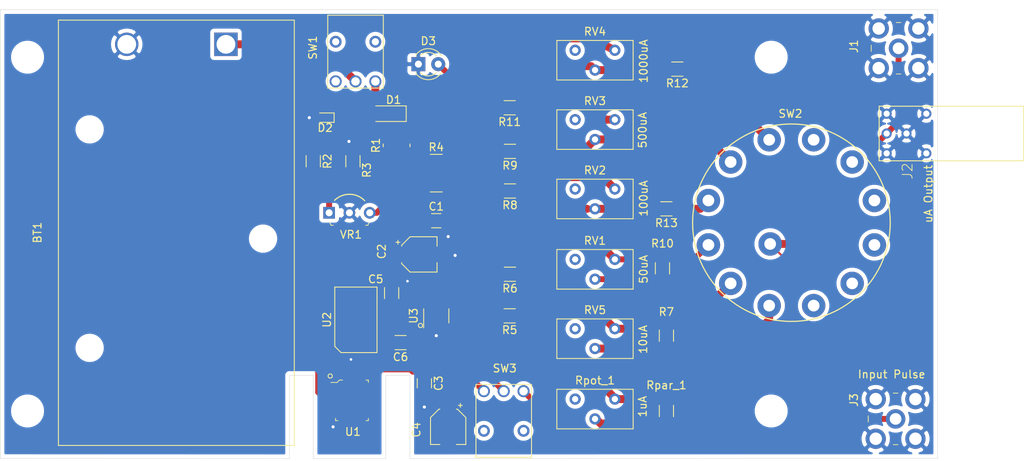
<source format=kicad_pcb>
(kicad_pcb (version 20171130) (host pcbnew "(5.1.10)-1")

  (general
    (thickness 1.6)
    (drawings 23)
    (tracks 261)
    (zones 0)
    (modules 44)
    (nets 42)
  )

  (page A4)
  (title_block
    (title Voltage_Current_Source)
    (rev v01)
    (company FRIB)
    (comment 4 "Author: Mike Scherer")
  )

  (layers
    (0 F.Cu signal)
    (31 B.Cu signal hide)
    (32 B.Adhes user)
    (33 F.Adhes user)
    (34 B.Paste user)
    (35 F.Paste user)
    (36 B.SilkS user)
    (37 F.SilkS user)
    (38 B.Mask user)
    (39 F.Mask user)
    (40 Dwgs.User user)
    (41 Cmts.User user)
    (42 Eco1.User user)
    (43 Eco2.User user)
    (44 Edge.Cuts user)
    (45 Margin user)
    (46 B.CrtYd user)
    (47 F.CrtYd user)
    (48 B.Fab user)
    (49 F.Fab user hide)
  )

  (setup
    (last_trace_width 0.762)
    (user_trace_width 0.762)
    (user_trace_width 1.016)
    (trace_clearance 0.1524)
    (zone_clearance 0.508)
    (zone_45_only no)
    (trace_min 0.1524)
    (via_size 0.8)
    (via_drill 0.3302)
    (via_min_size 0.508)
    (via_min_drill 0.254)
    (uvia_size 0.6858)
    (uvia_drill 0.3302)
    (uvias_allowed no)
    (uvia_min_size 0.2)
    (uvia_min_drill 0.1)
    (edge_width 0.05)
    (segment_width 0.2)
    (pcb_text_width 0.3)
    (pcb_text_size 1.5 1.5)
    (mod_edge_width 0.12)
    (mod_text_size 1 1)
    (mod_text_width 0.15)
    (pad_size 2.2 2.2)
    (pad_drill 2.2)
    (pad_to_mask_clearance 0.051)
    (solder_mask_min_width 0.000762)
    (aux_axis_origin 0 0)
    (visible_elements 7FFFFFFF)
    (pcbplotparams
      (layerselection 0x010fc_ffffffff)
      (usegerberextensions false)
      (usegerberattributes false)
      (usegerberadvancedattributes false)
      (creategerberjobfile false)
      (excludeedgelayer true)
      (linewidth 0.100000)
      (plotframeref false)
      (viasonmask false)
      (mode 1)
      (useauxorigin false)
      (hpglpennumber 1)
      (hpglpenspeed 20)
      (hpglpendiameter 15.000000)
      (psnegative false)
      (psa4output false)
      (plotreference true)
      (plotvalue true)
      (plotinvisibletext false)
      (padsonsilk false)
      (subtractmaskfromsilk false)
      (outputformat 1)
      (mirror false)
      (drillshape 1)
      (scaleselection 1)
      (outputdirectory ""))
  )

  (net 0 "")
  (net 1 GNDREF)
  (net 2 "Net-(BT1-Pad1)")
  (net 3 "Net-(C1-Pad1)")
  (net 4 "Net-(C3-Pad1)")
  (net 5 "Net-(D1-Pad1)")
  (net 6 "Net-(D1-Pad2)")
  (net 7 "Net-(D3-Pad2)")
  (net 8 "Net-(J1-Pad1)")
  (net 9 "Net-(R2-Pad2)")
  (net 10 "Net-(R12-Pad1)")
  (net 11 "Net-(R6-Pad1)")
  (net 12 "Net-(R13-Pad1)")
  (net 13 "Net-(R7-Pad1)")
  (net 14 "Net-(R9-Pad1)")
  (net 15 "Net-(R10-Pad1)")
  (net 16 "Net-(R5-Pad1)")
  (net 17 "Net-(R13-Pad2)")
  (net 18 "Net-(R10-Pad2)")
  (net 19 "Net-(R11-Pad1)")
  (net 20 "Net-(Rpar_1-Pad1)")
  (net 21 "Net-(Rpot_1-Pad3)")
  (net 22 "Net-(RV1-Pad3)")
  (net 23 "Net-(RV2-Pad3)")
  (net 24 "Net-(RV3-Pad3)")
  (net 25 "Net-(RV4-Pad3)")
  (net 26 "Net-(RV5-Pad3)")
  (net 27 "Net-(SW1-Pad1)")
  (net 28 "Net-(SW2-Pad7)")
  (net 29 "Net-(SW2-Pad8)")
  (net 30 "Net-(SW2-Pad9)")
  (net 31 "Net-(SW2-Pad10)")
  (net 32 "Net-(SW2-Pad11)")
  (net 33 "Net-(SW2-Pad12)")
  (net 34 "Net-(U1-Pad1)")
  (net 35 "Net-(U1-Pad5)")
  (net 36 "Net-(U1-Pad7)")
  (net 37 "Net-(U1-Pad8)")
  (net 38 "Net-(U1-Pad3)")
  (net 39 "Net-(SW3-Pad2)")
  (net 40 "Net-(J3-Pad1)")
  (net 41 "Net-(C6-Pad1)")

  (net_class Default "This is the default net class."
    (clearance 0.1524)
    (trace_width 0.1524)
    (via_dia 0.8)
    (via_drill 0.3302)
    (uvia_dia 0.6858)
    (uvia_drill 0.3302)
    (add_net GNDREF)
    (add_net "Net-(BT1-Pad1)")
    (add_net "Net-(C1-Pad1)")
    (add_net "Net-(C3-Pad1)")
    (add_net "Net-(C6-Pad1)")
    (add_net "Net-(D1-Pad1)")
    (add_net "Net-(D1-Pad2)")
    (add_net "Net-(D3-Pad2)")
    (add_net "Net-(J1-Pad1)")
    (add_net "Net-(J3-Pad1)")
    (add_net "Net-(R10-Pad1)")
    (add_net "Net-(R10-Pad2)")
    (add_net "Net-(R11-Pad1)")
    (add_net "Net-(R12-Pad1)")
    (add_net "Net-(R13-Pad1)")
    (add_net "Net-(R13-Pad2)")
    (add_net "Net-(R2-Pad2)")
    (add_net "Net-(R5-Pad1)")
    (add_net "Net-(R6-Pad1)")
    (add_net "Net-(R7-Pad1)")
    (add_net "Net-(R9-Pad1)")
    (add_net "Net-(RV1-Pad3)")
    (add_net "Net-(RV2-Pad3)")
    (add_net "Net-(RV3-Pad3)")
    (add_net "Net-(RV4-Pad3)")
    (add_net "Net-(RV5-Pad3)")
    (add_net "Net-(Rpar_1-Pad1)")
    (add_net "Net-(Rpot_1-Pad3)")
    (add_net "Net-(SW1-Pad1)")
    (add_net "Net-(SW2-Pad10)")
    (add_net "Net-(SW2-Pad11)")
    (add_net "Net-(SW2-Pad12)")
    (add_net "Net-(SW2-Pad7)")
    (add_net "Net-(SW2-Pad8)")
    (add_net "Net-(SW2-Pad9)")
    (add_net "Net-(SW3-Pad2)")
    (add_net "Net-(U1-Pad1)")
    (add_net "Net-(U1-Pad3)")
    (add_net "Net-(U1-Pad5)")
    (add_net "Net-(U1-Pad7)")
    (add_net "Net-(U1-Pad8)")
  )

  (module MountingHole:MountingHole_3.2mm_M3 (layer F.Cu) (tedit 56D1B4CB) (tstamp 5E26420D)
    (at 158.7 76.58)
    (descr "Mounting Hole 3.2mm, no annular, M3")
    (tags "mounting hole 3.2mm no annular m3")
    (attr virtual)
    (fp_text reference REF** (at 0 -3.2) (layer F.SilkS) hide
      (effects (font (size 1 1) (thickness 0.15)))
    )
    (fp_text value MountingHole_3.2mm_M3 (at 0 3.2) (layer F.Fab)
      (effects (font (size 1 1) (thickness 0.15)))
    )
    (fp_circle (center 0 0) (end 3.45 0) (layer F.CrtYd) (width 0.05))
    (fp_circle (center 0 0) (end 3.2 0) (layer Cmts.User) (width 0.15))
    (fp_text user %R (at 0.3 0) (layer F.Fab)
      (effects (font (size 1 1) (thickness 0.15)))
    )
    (pad 1 np_thru_hole circle (at 0 0) (size 3.2 3.2) (drill 3.2) (layers *.Cu *.Mask))
  )

  (module MountingHole:MountingHole_3.2mm_M3 (layer F.Cu) (tedit 56D1B4CB) (tstamp 5E2641F0)
    (at 63.5 76.58)
    (descr "Mounting Hole 3.2mm, no annular, M3")
    (tags "mounting hole 3.2mm no annular m3")
    (attr virtual)
    (fp_text reference REF** (at 0 -3.2) (layer F.SilkS) hide
      (effects (font (size 1 1) (thickness 0.15)))
    )
    (fp_text value MountingHole_3.2mm_M3 (at 0 3.2) (layer F.Fab)
      (effects (font (size 1 1) (thickness 0.15)))
    )
    (fp_circle (center 0 0) (end 3.45 0) (layer F.CrtYd) (width 0.05))
    (fp_circle (center 0 0) (end 3.2 0) (layer Cmts.User) (width 0.15))
    (fp_text user %R (at 0.3 0) (layer F.Fab)
      (effects (font (size 1 1) (thickness 0.15)))
    )
    (pad 1 np_thru_hole circle (at 0 0) (size 3.2 3.2) (drill 3.2) (layers *.Cu *.Mask))
  )

  (module MountingHole:MountingHole_3.2mm_M3 (layer F.Cu) (tedit 56D1B4CB) (tstamp 5E2641D3)
    (at 63.5 121.92)
    (descr "Mounting Hole 3.2mm, no annular, M3")
    (tags "mounting hole 3.2mm no annular m3")
    (attr virtual)
    (fp_text reference REF** (at 0 -3.2) (layer F.SilkS) hide
      (effects (font (size 1 1) (thickness 0.15)))
    )
    (fp_text value MountingHole_3.2mm_M3 (at 0 3.2) (layer F.Fab)
      (effects (font (size 1 1) (thickness 0.15)))
    )
    (fp_circle (center 0 0) (end 3.45 0) (layer F.CrtYd) (width 0.05))
    (fp_circle (center 0 0) (end 3.2 0) (layer Cmts.User) (width 0.15))
    (fp_text user %R (at 0.3 0) (layer F.Fab)
      (effects (font (size 1 1) (thickness 0.15)))
    )
    (pad 1 np_thru_hole circle (at 0 0) (size 3.2 3.2) (drill 3.2) (layers *.Cu *.Mask))
  )

  (module MountingHole:MountingHole_3.2mm_M3 (layer F.Cu) (tedit 56D1B4CB) (tstamp 5E260C7B)
    (at 158.7 121.92)
    (descr "Mounting Hole 3.2mm, no annular, M3")
    (tags "mounting hole 3.2mm no annular m3")
    (attr virtual)
    (fp_text reference REF** (at 0 -3.175) (layer F.SilkS) hide
      (effects (font (size 1 1) (thickness 0.15)))
    )
    (fp_text value MountingHole_3.2mm_M3 (at 0 3.2) (layer F.Fab)
      (effects (font (size 1 1) (thickness 0.15)))
    )
    (fp_circle (center 0 0) (end 3.45 0) (layer F.CrtYd) (width 0.05))
    (fp_circle (center 0 0) (end 3.2 0) (layer Cmts.User) (width 0.15))
    (fp_text user %R (at 0.331 0) (layer F.Fab)
      (effects (font (size 1 1) (thickness 0.15)))
    )
    (pad 1 np_thru_hole circle (at 0 0) (size 3.2 3.2) (drill 3.2) (layers *.Cu *.Mask))
  )

  (module Voltage_Current_Source:INA592-SOIC (layer F.Cu) (tedit 60B6958F) (tstamp 60B6965B)
    (at 105.537 110.236)
    (path /60B88300)
    (attr smd)
    (fp_text reference U2 (at -3.705 0 -90) (layer F.SilkS)
      (effects (font (size 1 1) (thickness 0.15)))
    )
    (fp_text value INA592 (at 4.445 0.635 -90) (layer F.Fab)
      (effects (font (size 1 1) (thickness 0.15)))
    )
    (fp_line (start -1.905 4.2) (end -2.705 3.4) (layer F.SilkS) (width 0.12))
    (fp_line (start -2.705 3.4) (end -2.705 -4.2) (layer F.SilkS) (width 0.12))
    (fp_line (start -2.705 -4.2) (end 2.705 -4.2) (layer F.SilkS) (width 0.12))
    (fp_line (start 2.705 -4.2) (end 2.705 4.2) (layer F.SilkS) (width 0.12))
    (fp_line (start 2.705 4.2) (end -1.905 4.2) (layer F.SilkS) (width 0.12))
    (fp_line (start -2.46 -3.95) (end 2.46 -3.95) (layer F.CrtYd) (width 0.05))
    (fp_line (start 2.46 -3.95) (end 2.46 3.95) (layer F.CrtYd) (width 0.05))
    (fp_line (start 2.46 3.95) (end -2.46 3.95) (layer F.CrtYd) (width 0.05))
    (fp_line (start -2.46 3.95) (end -2.46 -3.95) (layer F.CrtYd) (width 0.05))
    (pad 8 smd rect (at -1.905 -2.6) (size 0.6 2.2) (layers F.Cu F.Paste F.Mask))
    (pad 1 smd rect (at -1.905 2.6) (size 0.6 2.2) (layers F.Cu F.Paste F.Mask)
      (net 41 "Net-(C6-Pad1)"))
    (pad 7 smd rect (at -0.635 -2.6) (size 0.6 2.2) (layers F.Cu F.Paste F.Mask)
      (net 3 "Net-(C1-Pad1)"))
    (pad 2 smd rect (at -0.635 2.6) (size 0.6 2.2) (layers F.Cu F.Paste F.Mask)
      (net 1 GNDREF))
    (pad 6 smd rect (at 0.635 -2.6) (size 0.6 2.2) (layers F.Cu F.Paste F.Mask)
      (net 18 "Net-(R10-Pad2)"))
    (pad 3 smd rect (at 0.635 2.6) (size 0.6 2.2) (layers F.Cu F.Paste F.Mask)
      (net 39 "Net-(SW3-Pad2)"))
    (pad 5 smd rect (at 1.905 -2.6) (size 0.6 2.2) (layers F.Cu F.Paste F.Mask)
      (net 18 "Net-(R10-Pad2)"))
    (pad 4 smd rect (at 1.905 2.6) (size 0.6 2.2) (layers F.Cu F.Paste F.Mask)
      (net 1 GNDREF))
  )

  (module Battery:BatteryHolder_Eagle_12BH611-GR (layer F.Cu) (tedit 5BFC95F9) (tstamp 5E05223F)
    (at 88.9 74.93 90)
    (descr https://eu.mouser.com/datasheet/2/209/EPD-200766-1274481.pdf)
    (tags "9V Battery Holder")
    (path /5E009DDB)
    (fp_text reference BT1 (at -24.13 -24.13 90) (layer F.SilkS)
      (effects (font (size 1 1) (thickness 0.15)))
    )
    (fp_text value 9V (at -24.13 11.43 270) (layer F.Fab)
      (effects (font (size 1 1) (thickness 0.15)))
    )
    (fp_line (start 3.1 -21.45) (end 3.1 8.75) (layer F.Fab) (width 0.1))
    (fp_line (start 3.1 8.75) (end -51.4 8.75) (layer F.Fab) (width 0.1))
    (fp_line (start -51.4 -21.45) (end 3.1 -21.45) (layer F.Fab) (width 0.1))
    (fp_line (start -51.4 8.75) (end -51.4 -21.45) (layer F.Fab) (width 0.1))
    (fp_line (start -47 2.65) (end -47 -15.35) (layer F.Fab) (width 0.1))
    (fp_line (start -48 2.65) (end -48 -15.35) (layer F.Fab) (width 0.1))
    (fp_line (start -49 2.65) (end -49 -15.35) (layer F.Fab) (width 0.1))
    (fp_line (start -50 2.65) (end -50 -15.35) (layer F.Fab) (width 0.1))
    (fp_line (start -51.4 2.65) (end -47 2.65) (layer F.Fab) (width 0.1))
    (fp_line (start -51.4 -15.35) (end -47 -15.35) (layer F.Fab) (width 0.1))
    (fp_line (start -27 6.65) (end -27 8.75) (layer F.Fab) (width 0.1))
    (fp_line (start -2 6.65) (end -27 6.65) (layer F.Fab) (width 0.1))
    (fp_line (start -27 -19.35) (end -27 -21.45) (layer F.Fab) (width 0.1))
    (fp_line (start -2 -19.35) (end -27 -19.35) (layer F.Fab) (width 0.1))
    (fp_line (start -2 2.05) (end -4 2.05) (layer F.Fab) (width 0.1))
    (fp_line (start -4 2.55) (end -2 2.55) (layer F.Fab) (width 0.1))
    (fp_line (start -2 -2.55) (end -4 -2.55) (layer F.Fab) (width 0.1))
    (fp_line (start -4 -2.05) (end -2 -2.05) (layer F.Fab) (width 0.1))
    (fp_line (start -4 0.25) (end -2 0.25) (layer F.Fab) (width 0.1))
    (fp_line (start -4 -2.55) (end -4 2.55) (layer F.Fab) (width 0.1))
    (fp_line (start -2 -0.25) (end -4 -0.25) (layer F.Fab) (width 0.1))
    (fp_line (start -4 -10.65) (end -2 -10.65) (layer F.Fab) (width 0.1))
    (fp_line (start -4 -14.75) (end -4 -10.65) (layer F.Fab) (width 0.1))
    (fp_line (start -2 -14.75) (end -4 -14.75) (layer F.Fab) (width 0.1))
    (fp_line (start -2 -21.45) (end -2 8.75) (layer F.Fab) (width 0.1))
    (fp_line (start 1.85 8.75) (end 1.85 -21.45) (layer F.Fab) (width 0.1))
    (fp_line (start -51.9 9.25) (end -51.9 -21.95) (layer F.CrtYd) (width 0.05))
    (fp_line (start 3.6 9.25) (end -51.9 9.25) (layer F.CrtYd) (width 0.05))
    (fp_line (start 3.6 -21.95) (end 3.6 9.25) (layer F.CrtYd) (width 0.05))
    (fp_line (start -51.9 -21.95) (end 3.6 -21.95) (layer F.CrtYd) (width 0.05))
    (fp_line (start -51.4 8.75) (end -51.4 -21.45) (layer F.SilkS) (width 0.12))
    (fp_line (start 3.1 8.75) (end -51.4 8.75) (layer F.SilkS) (width 0.12))
    (fp_line (start 3.1 -21.45) (end 3.1 8.75) (layer F.SilkS) (width 0.12))
    (fp_line (start -51.4 -21.45) (end 3.1 -21.45) (layer F.SilkS) (width 0.12))
    (fp_text user + (at -7 0 90) (layer F.Fab)
      (effects (font (size 3 3) (thickness 0.45)))
    )
    (fp_text user - (at -7 -12.7 90) (layer F.Fab)
      (effects (font (size 3 3) (thickness 0.45)))
    )
    (fp_text user %R (at -24.13 -6.35 270) (layer F.Fab)
      (effects (font (size 1 1) (thickness 0.15)))
    )
    (pad 2 thru_hole circle (at 0 -12.7 90) (size 3 3) (drill 2.4) (layers *.Cu *.Mask)
      (net 1 GNDREF))
    (pad 1 thru_hole rect (at 0 0 90) (size 3 3) (drill 2.4) (layers *.Cu *.Mask)
      (net 2 "Net-(BT1-Pad1)"))
    (pad "" np_thru_hole circle (at -10.9 -17.45 90) (size 2.6 2.6) (drill 2.6) (layers *.Cu *.Mask))
    (pad "" np_thru_hole circle (at -38.9 -17.45 90) (size 2.6 2.6) (drill 2.6) (layers *.Cu *.Mask))
    (pad "" np_thru_hole circle (at -24.9 4.75 90) (size 2.6 2.6) (drill 2.6) (layers *.Cu *.Mask))
    (model ${KISYS3DMOD}/Battery.3dshapes/BatteryHolder_Eagle_12BH611-GR.wrl
      (at (xyz 0 0 0))
      (scale (xyz 1 1 1))
      (rotate (xyz 0 0 0))
    )
  )

  (module Capacitor_SMD:C_1206_3216Metric_Pad1.42x1.75mm_HandSolder (layer F.Cu) (tedit 5B301BBE) (tstamp 5E052250)
    (at 115.824 97.536)
    (descr "Capacitor SMD 1206 (3216 Metric), square (rectangular) end terminal, IPC_7351 nominal with elongated pad for handsoldering. (Body size source: http://www.tortai-tech.com/upload/download/2011102023233369053.pdf), generated with kicad-footprint-generator")
    (tags "capacitor handsolder")
    (path /5DF94AB9)
    (attr smd)
    (fp_text reference C1 (at 0 -1.82) (layer F.SilkS)
      (effects (font (size 1 1) (thickness 0.15)))
    )
    (fp_text value .01uF (at 0 1.82) (layer F.Fab)
      (effects (font (size 1 1) (thickness 0.15)))
    )
    (fp_line (start 2.45 1.12) (end -2.45 1.12) (layer F.CrtYd) (width 0.05))
    (fp_line (start 2.45 -1.12) (end 2.45 1.12) (layer F.CrtYd) (width 0.05))
    (fp_line (start -2.45 -1.12) (end 2.45 -1.12) (layer F.CrtYd) (width 0.05))
    (fp_line (start -2.45 1.12) (end -2.45 -1.12) (layer F.CrtYd) (width 0.05))
    (fp_line (start -0.602064 0.91) (end 0.602064 0.91) (layer F.SilkS) (width 0.12))
    (fp_line (start -0.602064 -0.91) (end 0.602064 -0.91) (layer F.SilkS) (width 0.12))
    (fp_line (start 1.6 0.8) (end -1.6 0.8) (layer F.Fab) (width 0.1))
    (fp_line (start 1.6 -0.8) (end 1.6 0.8) (layer F.Fab) (width 0.1))
    (fp_line (start -1.6 -0.8) (end 1.6 -0.8) (layer F.Fab) (width 0.1))
    (fp_line (start -1.6 0.8) (end -1.6 -0.8) (layer F.Fab) (width 0.1))
    (fp_text user %R (at 0 0) (layer F.Fab)
      (effects (font (size 0.8 0.8) (thickness 0.12)))
    )
    (pad 1 smd roundrect (at -1.4875 0) (size 1.425 1.75) (layers F.Cu F.Paste F.Mask) (roundrect_rratio 0.175439)
      (net 3 "Net-(C1-Pad1)"))
    (pad 2 smd roundrect (at 1.4875 0) (size 1.425 1.75) (layers F.Cu F.Paste F.Mask) (roundrect_rratio 0.175439)
      (net 1 GNDREF))
    (model ${KISYS3DMOD}/Capacitor_SMD.3dshapes/C_1206_3216Metric.wrl
      (at (xyz 0 0 0))
      (scale (xyz 1 1 1))
      (rotate (xyz 0 0 0))
    )
  )

  (module Capacitor_SMD:CP_Elec_4x5.4 (layer F.Cu) (tedit 60B9351E) (tstamp 5E052278)
    (at 113.665 101.854)
    (descr "SMD capacitor, aluminum electrolytic, Panasonic A5 / Nichicon, 4.0x5.4mm")
    (tags "capacitor electrolytic")
    (path /5DF93B59)
    (attr smd)
    (fp_text reference C2 (at -4.826 -0.381 270) (layer F.SilkS)
      (effects (font (size 1 1) (thickness 0.15)))
    )
    (fp_text value 4.7uF (at 0 3.2) (layer F.Fab)
      (effects (font (size 1 1) (thickness 0.15)))
    )
    (fp_line (start -3.35 1.05) (end -2.4 1.05) (layer F.CrtYd) (width 0.05))
    (fp_line (start -3.35 -1.05) (end -3.35 1.05) (layer F.CrtYd) (width 0.05))
    (fp_line (start -2.4 -1.05) (end -3.35 -1.05) (layer F.CrtYd) (width 0.05))
    (fp_line (start -2.4 1.05) (end -2.4 1.25) (layer F.CrtYd) (width 0.05))
    (fp_line (start -2.4 -1.25) (end -2.4 -1.05) (layer F.CrtYd) (width 0.05))
    (fp_line (start -2.4 -1.25) (end -1.25 -2.4) (layer F.CrtYd) (width 0.05))
    (fp_line (start -2.4 1.25) (end -1.25 2.4) (layer F.CrtYd) (width 0.05))
    (fp_line (start -1.25 -2.4) (end 2.4 -2.4) (layer F.CrtYd) (width 0.05))
    (fp_line (start -1.25 2.4) (end 2.4 2.4) (layer F.CrtYd) (width 0.05))
    (fp_line (start 2.4 1.05) (end 2.4 2.4) (layer F.CrtYd) (width 0.05))
    (fp_line (start 3.35 1.05) (end 2.4 1.05) (layer F.CrtYd) (width 0.05))
    (fp_line (start 3.35 -1.05) (end 3.35 1.05) (layer F.CrtYd) (width 0.05))
    (fp_line (start 2.4 -1.05) (end 3.35 -1.05) (layer F.CrtYd) (width 0.05))
    (fp_line (start 2.4 -2.4) (end 2.4 -1.05) (layer F.CrtYd) (width 0.05))
    (fp_line (start -2.75 -1.81) (end -2.75 -1.31) (layer F.SilkS) (width 0.12))
    (fp_line (start -3 -1.56) (end -2.5 -1.56) (layer F.SilkS) (width 0.12))
    (fp_line (start -2.26 1.195563) (end -1.195563 2.26) (layer F.SilkS) (width 0.12))
    (fp_line (start -2.26 -1.195563) (end -1.195563 -2.26) (layer F.SilkS) (width 0.12))
    (fp_line (start -2.26 -1.195563) (end -2.26 -1.06) (layer F.SilkS) (width 0.12))
    (fp_line (start -2.26 1.195563) (end -2.26 1.06) (layer F.SilkS) (width 0.12))
    (fp_line (start -1.195563 2.26) (end 2.26 2.26) (layer F.SilkS) (width 0.12))
    (fp_line (start -1.195563 -2.26) (end 2.26 -2.26) (layer F.SilkS) (width 0.12))
    (fp_line (start 2.26 -2.26) (end 2.26 -1.06) (layer F.SilkS) (width 0.12))
    (fp_line (start 2.26 2.26) (end 2.26 1.06) (layer F.SilkS) (width 0.12))
    (fp_line (start -1.374773 -1.2) (end -1.374773 -0.8) (layer F.Fab) (width 0.1))
    (fp_line (start -1.574773 -1) (end -1.174773 -1) (layer F.Fab) (width 0.1))
    (fp_line (start -2.15 1.15) (end -1.15 2.15) (layer F.Fab) (width 0.1))
    (fp_line (start -2.15 -1.15) (end -1.15 -2.15) (layer F.Fab) (width 0.1))
    (fp_line (start -2.15 -1.15) (end -2.15 1.15) (layer F.Fab) (width 0.1))
    (fp_line (start -1.15 2.15) (end 2.15 2.15) (layer F.Fab) (width 0.1))
    (fp_line (start -1.15 -2.15) (end 2.15 -2.15) (layer F.Fab) (width 0.1))
    (fp_line (start 2.15 -2.15) (end 2.15 2.15) (layer F.Fab) (width 0.1))
    (fp_circle (center 0 0) (end 2 0) (layer F.Fab) (width 0.1))
    (fp_text user %R (at 0 0) (layer F.Fab)
      (effects (font (size 0.8 0.8) (thickness 0.12)))
    )
    (pad 1 smd roundrect (at -1.8 0) (size 2.6 1.6) (layers F.Cu F.Paste F.Mask) (roundrect_rratio 0.15625)
      (net 3 "Net-(C1-Pad1)"))
    (pad 2 smd roundrect (at 1.8 0) (size 2.6 1.6) (layers F.Cu F.Paste F.Mask) (roundrect_rratio 0.15625)
      (net 1 GNDREF))
    (model ${KISYS3DMOD}/Capacitor_SMD.3dshapes/CP_Elec_4x5.4.wrl
      (at (xyz 0 0 0))
      (scale (xyz 1 1 1))
      (rotate (xyz 0 0 0))
    )
  )

  (module Capacitor_SMD:C_1206_3216Metric_Pad1.42x1.75mm_HandSolder (layer F.Cu) (tedit 5B301BBE) (tstamp 5E052289)
    (at 114.3 118.364 270)
    (descr "Capacitor SMD 1206 (3216 Metric), square (rectangular) end terminal, IPC_7351 nominal with elongated pad for handsoldering. (Body size source: http://www.tortai-tech.com/upload/download/2011102023233369053.pdf), generated with kicad-footprint-generator")
    (tags "capacitor handsolder")
    (path /5DF965F3)
    (attr smd)
    (fp_text reference C3 (at 0 -1.82 270) (layer F.SilkS)
      (effects (font (size 1 1) (thickness 0.15)))
    )
    (fp_text value .001uF (at 0 1.82 270) (layer F.Fab)
      (effects (font (size 1 1) (thickness 0.15)))
    )
    (fp_line (start -1.6 0.8) (end -1.6 -0.8) (layer F.Fab) (width 0.1))
    (fp_line (start -1.6 -0.8) (end 1.6 -0.8) (layer F.Fab) (width 0.1))
    (fp_line (start 1.6 -0.8) (end 1.6 0.8) (layer F.Fab) (width 0.1))
    (fp_line (start 1.6 0.8) (end -1.6 0.8) (layer F.Fab) (width 0.1))
    (fp_line (start -0.602064 -0.91) (end 0.602064 -0.91) (layer F.SilkS) (width 0.12))
    (fp_line (start -0.602064 0.91) (end 0.602064 0.91) (layer F.SilkS) (width 0.12))
    (fp_line (start -2.45 1.12) (end -2.45 -1.12) (layer F.CrtYd) (width 0.05))
    (fp_line (start -2.45 -1.12) (end 2.45 -1.12) (layer F.CrtYd) (width 0.05))
    (fp_line (start 2.45 -1.12) (end 2.45 1.12) (layer F.CrtYd) (width 0.05))
    (fp_line (start 2.45 1.12) (end -2.45 1.12) (layer F.CrtYd) (width 0.05))
    (fp_text user %R (at 0 0 270) (layer F.Fab)
      (effects (font (size 0.8 0.8) (thickness 0.12)))
    )
    (pad 2 smd roundrect (at 1.4875 0 270) (size 1.425 1.75) (layers F.Cu F.Paste F.Mask) (roundrect_rratio 0.175439)
      (net 1 GNDREF))
    (pad 1 smd roundrect (at -1.4875 0 270) (size 1.425 1.75) (layers F.Cu F.Paste F.Mask) (roundrect_rratio 0.175439)
      (net 4 "Net-(C3-Pad1)"))
    (model ${KISYS3DMOD}/Capacitor_SMD.3dshapes/C_1206_3216Metric.wrl
      (at (xyz 0 0 0))
      (scale (xyz 1 1 1))
      (rotate (xyz 0 0 0))
    )
  )

  (module Capacitor_SMD:CP_Elec_4x5.4 (layer F.Cu) (tedit 60B935D8) (tstamp 5E0522B1)
    (at 117.348 123.952 270)
    (descr "SMD capacitor, aluminum electrolytic, Panasonic A5 / Nichicon, 4.0x5.4mm")
    (tags "capacitor electrolytic")
    (path /5DF9415F)
    (attr smd)
    (fp_text reference C4 (at 0.381 4.064 270) (layer F.SilkS)
      (effects (font (size 1 1) (thickness 0.15)))
    )
    (fp_text value 4.7uF (at 0 3.2 270) (layer F.Fab)
      (effects (font (size 1 1) (thickness 0.15)))
    )
    (fp_circle (center 0 0) (end 2 0) (layer F.Fab) (width 0.1))
    (fp_line (start 2.15 -2.15) (end 2.15 2.15) (layer F.Fab) (width 0.1))
    (fp_line (start -1.15 -2.15) (end 2.15 -2.15) (layer F.Fab) (width 0.1))
    (fp_line (start -1.15 2.15) (end 2.15 2.15) (layer F.Fab) (width 0.1))
    (fp_line (start -2.15 -1.15) (end -2.15 1.15) (layer F.Fab) (width 0.1))
    (fp_line (start -2.15 -1.15) (end -1.15 -2.15) (layer F.Fab) (width 0.1))
    (fp_line (start -2.15 1.15) (end -1.15 2.15) (layer F.Fab) (width 0.1))
    (fp_line (start -1.574773 -1) (end -1.174773 -1) (layer F.Fab) (width 0.1))
    (fp_line (start -1.374773 -1.2) (end -1.374773 -0.8) (layer F.Fab) (width 0.1))
    (fp_line (start 2.26 2.26) (end 2.26 1.06) (layer F.SilkS) (width 0.12))
    (fp_line (start 2.26 -2.26) (end 2.26 -1.06) (layer F.SilkS) (width 0.12))
    (fp_line (start -1.195563 -2.26) (end 2.26 -2.26) (layer F.SilkS) (width 0.12))
    (fp_line (start -1.195563 2.26) (end 2.26 2.26) (layer F.SilkS) (width 0.12))
    (fp_line (start -2.26 1.195563) (end -2.26 1.06) (layer F.SilkS) (width 0.12))
    (fp_line (start -2.26 -1.195563) (end -2.26 -1.06) (layer F.SilkS) (width 0.12))
    (fp_line (start -2.26 -1.195563) (end -1.195563 -2.26) (layer F.SilkS) (width 0.12))
    (fp_line (start -2.26 1.195563) (end -1.195563 2.26) (layer F.SilkS) (width 0.12))
    (fp_line (start -3 -1.56) (end -2.5 -1.56) (layer F.SilkS) (width 0.12))
    (fp_line (start -2.75 -1.81) (end -2.75 -1.31) (layer F.SilkS) (width 0.12))
    (fp_line (start 2.4 -2.4) (end 2.4 -1.05) (layer F.CrtYd) (width 0.05))
    (fp_line (start 2.4 -1.05) (end 3.35 -1.05) (layer F.CrtYd) (width 0.05))
    (fp_line (start 3.35 -1.05) (end 3.35 1.05) (layer F.CrtYd) (width 0.05))
    (fp_line (start 3.35 1.05) (end 2.4 1.05) (layer F.CrtYd) (width 0.05))
    (fp_line (start 2.4 1.05) (end 2.4 2.4) (layer F.CrtYd) (width 0.05))
    (fp_line (start -1.25 2.4) (end 2.4 2.4) (layer F.CrtYd) (width 0.05))
    (fp_line (start -1.25 -2.4) (end 2.4 -2.4) (layer F.CrtYd) (width 0.05))
    (fp_line (start -2.4 1.25) (end -1.25 2.4) (layer F.CrtYd) (width 0.05))
    (fp_line (start -2.4 -1.25) (end -1.25 -2.4) (layer F.CrtYd) (width 0.05))
    (fp_line (start -2.4 -1.25) (end -2.4 -1.05) (layer F.CrtYd) (width 0.05))
    (fp_line (start -2.4 1.05) (end -2.4 1.25) (layer F.CrtYd) (width 0.05))
    (fp_line (start -2.4 -1.05) (end -3.35 -1.05) (layer F.CrtYd) (width 0.05))
    (fp_line (start -3.35 -1.05) (end -3.35 1.05) (layer F.CrtYd) (width 0.05))
    (fp_line (start -3.35 1.05) (end -2.4 1.05) (layer F.CrtYd) (width 0.05))
    (fp_text user %R (at 0 0 270) (layer F.Fab)
      (effects (font (size 0.8 0.8) (thickness 0.12)))
    )
    (pad 2 smd roundrect (at 1.8 0 270) (size 2.6 1.6) (layers F.Cu F.Paste F.Mask) (roundrect_rratio 0.15625)
      (net 1 GNDREF))
    (pad 1 smd roundrect (at -1.8 0 270) (size 2.6 1.6) (layers F.Cu F.Paste F.Mask) (roundrect_rratio 0.15625)
      (net 4 "Net-(C3-Pad1)"))
    (model ${KISYS3DMOD}/Capacitor_SMD.3dshapes/CP_Elec_4x5.4.wrl
      (at (xyz 0 0 0))
      (scale (xyz 1 1 1))
      (rotate (xyz 0 0 0))
    )
  )

  (module Diode_SMD:D_SOD-123 (layer F.Cu) (tedit 60B935C9) (tstamp 5E0522CA)
    (at 109.728 83.82 180)
    (descr SOD-123)
    (tags SOD-123)
    (path /5E00EB73)
    (attr smd)
    (fp_text reference D1 (at -0.635 1.778 180) (layer F.SilkS)
      (effects (font (size 1 1) (thickness 0.15)))
    )
    (fp_text value 1N5819 (at 0 2.1 180) (layer F.Fab)
      (effects (font (size 1 1) (thickness 0.15)))
    )
    (fp_line (start -2.25 -1) (end 1.65 -1) (layer F.SilkS) (width 0.12))
    (fp_line (start -2.25 1) (end 1.65 1) (layer F.SilkS) (width 0.12))
    (fp_line (start -2.35 -1.15) (end -2.35 1.15) (layer F.CrtYd) (width 0.05))
    (fp_line (start 2.35 1.15) (end -2.35 1.15) (layer F.CrtYd) (width 0.05))
    (fp_line (start 2.35 -1.15) (end 2.35 1.15) (layer F.CrtYd) (width 0.05))
    (fp_line (start -2.35 -1.15) (end 2.35 -1.15) (layer F.CrtYd) (width 0.05))
    (fp_line (start -1.4 -0.9) (end 1.4 -0.9) (layer F.Fab) (width 0.1))
    (fp_line (start 1.4 -0.9) (end 1.4 0.9) (layer F.Fab) (width 0.1))
    (fp_line (start 1.4 0.9) (end -1.4 0.9) (layer F.Fab) (width 0.1))
    (fp_line (start -1.4 0.9) (end -1.4 -0.9) (layer F.Fab) (width 0.1))
    (fp_line (start -0.75 0) (end -0.35 0) (layer F.Fab) (width 0.1))
    (fp_line (start -0.35 0) (end -0.35 -0.55) (layer F.Fab) (width 0.1))
    (fp_line (start -0.35 0) (end -0.35 0.55) (layer F.Fab) (width 0.1))
    (fp_line (start -0.35 0) (end 0.25 -0.4) (layer F.Fab) (width 0.1))
    (fp_line (start 0.25 -0.4) (end 0.25 0.4) (layer F.Fab) (width 0.1))
    (fp_line (start 0.25 0.4) (end -0.35 0) (layer F.Fab) (width 0.1))
    (fp_line (start 0.25 0) (end 0.75 0) (layer F.Fab) (width 0.1))
    (fp_line (start -2.25 -1) (end -2.25 1) (layer F.SilkS) (width 0.12))
    (fp_text user %R (at 0 -2 180) (layer F.Fab)
      (effects (font (size 1 1) (thickness 0.15)))
    )
    (pad 1 smd rect (at -1.65 0 180) (size 0.9 1.2) (layers F.Cu F.Paste F.Mask)
      (net 5 "Net-(D1-Pad1)"))
    (pad 2 smd rect (at 1.65 0 180) (size 0.9 1.2) (layers F.Cu F.Paste F.Mask)
      (net 6 "Net-(D1-Pad2)"))
    (model ${KISYS3DMOD}/Diode_SMD.3dshapes/D_SOD-123.wrl
      (at (xyz 0 0 0))
      (scale (xyz 1 1 1))
      (rotate (xyz 0 0 0))
    )
  )

  (module Diode_SMD:D_SOD-523 (layer F.Cu) (tedit 586419F0) (tstamp 5E0522E2)
    (at 101.6 84.328 180)
    (descr "http://www.diodes.com/datasheets/ap02001.pdf p.144")
    (tags "Diode SOD523")
    (path /5DF8AA69)
    (attr smd)
    (fp_text reference D2 (at 0 -1.3) (layer F.SilkS)
      (effects (font (size 1 1) (thickness 0.15)))
    )
    (fp_text value 1N914 (at 0 1.4) (layer F.Fab)
      (effects (font (size 1 1) (thickness 0.15)))
    )
    (fp_line (start 0.7 0.6) (end -1.15 0.6) (layer F.SilkS) (width 0.12))
    (fp_line (start 0.7 -0.6) (end -1.15 -0.6) (layer F.SilkS) (width 0.12))
    (fp_line (start 0.65 0.45) (end -0.65 0.45) (layer F.Fab) (width 0.1))
    (fp_line (start -0.65 0.45) (end -0.65 -0.45) (layer F.Fab) (width 0.1))
    (fp_line (start -0.65 -0.45) (end 0.65 -0.45) (layer F.Fab) (width 0.1))
    (fp_line (start 0.65 -0.45) (end 0.65 0.45) (layer F.Fab) (width 0.1))
    (fp_line (start -0.2 0.2) (end -0.2 -0.2) (layer F.Fab) (width 0.1))
    (fp_line (start -0.2 0) (end -0.35 0) (layer F.Fab) (width 0.1))
    (fp_line (start -0.2 0) (end 0.1 0.2) (layer F.Fab) (width 0.1))
    (fp_line (start 0.1 0.2) (end 0.1 -0.2) (layer F.Fab) (width 0.1))
    (fp_line (start 0.1 -0.2) (end -0.2 0) (layer F.Fab) (width 0.1))
    (fp_line (start 0.1 0) (end 0.25 0) (layer F.Fab) (width 0.1))
    (fp_line (start 1.25 0.7) (end -1.25 0.7) (layer F.CrtYd) (width 0.05))
    (fp_line (start -1.25 0.7) (end -1.25 -0.7) (layer F.CrtYd) (width 0.05))
    (fp_line (start -1.25 -0.7) (end 1.25 -0.7) (layer F.CrtYd) (width 0.05))
    (fp_line (start 1.25 -0.7) (end 1.25 0.7) (layer F.CrtYd) (width 0.05))
    (fp_line (start -1.15 -0.6) (end -1.15 0.6) (layer F.SilkS) (width 0.12))
    (fp_text user %R (at 0 -1.3) (layer F.Fab)
      (effects (font (size 1 1) (thickness 0.15)))
    )
    (pad 2 smd rect (at 0.7 0) (size 0.6 0.7) (layers F.Cu F.Paste F.Mask)
      (net 1 GNDREF))
    (pad 1 smd rect (at -0.7 0) (size 0.6 0.7) (layers F.Cu F.Paste F.Mask)
      (net 3 "Net-(C1-Pad1)"))
    (model ${KISYS3DMOD}/Diode_SMD.3dshapes/D_SOD-523.wrl
      (at (xyz 0 0 0))
      (scale (xyz 1 1 1))
      (rotate (xyz 0 0 0))
    )
  )

  (module LED_THT:LED_D3.0mm (layer F.Cu) (tedit 587A3A7B) (tstamp 5E0522F5)
    (at 113.538 77.47)
    (descr "LED, diameter 3.0mm, 2 pins")
    (tags "LED diameter 3.0mm 2 pins")
    (path /5DFD0CB3)
    (fp_text reference D3 (at 1.27 -2.96) (layer F.SilkS)
      (effects (font (size 1 1) (thickness 0.15)))
    )
    (fp_text value K150 (at 1.27 2.96) (layer F.Fab)
      (effects (font (size 1 1) (thickness 0.15)))
    )
    (fp_line (start 3.7 -2.25) (end -1.15 -2.25) (layer F.CrtYd) (width 0.05))
    (fp_line (start 3.7 2.25) (end 3.7 -2.25) (layer F.CrtYd) (width 0.05))
    (fp_line (start -1.15 2.25) (end 3.7 2.25) (layer F.CrtYd) (width 0.05))
    (fp_line (start -1.15 -2.25) (end -1.15 2.25) (layer F.CrtYd) (width 0.05))
    (fp_line (start -0.29 1.08) (end -0.29 1.236) (layer F.SilkS) (width 0.12))
    (fp_line (start -0.29 -1.236) (end -0.29 -1.08) (layer F.SilkS) (width 0.12))
    (fp_line (start -0.23 -1.16619) (end -0.23 1.16619) (layer F.Fab) (width 0.1))
    (fp_circle (center 1.27 0) (end 2.77 0) (layer F.Fab) (width 0.1))
    (fp_arc (start 1.27 0) (end -0.23 -1.16619) (angle 284.3) (layer F.Fab) (width 0.1))
    (fp_arc (start 1.27 0) (end -0.29 -1.235516) (angle 108.8) (layer F.SilkS) (width 0.12))
    (fp_arc (start 1.27 0) (end -0.29 1.235516) (angle -108.8) (layer F.SilkS) (width 0.12))
    (fp_arc (start 1.27 0) (end 0.229039 -1.08) (angle 87.9) (layer F.SilkS) (width 0.12))
    (fp_arc (start 1.27 0) (end 0.229039 1.08) (angle -87.9) (layer F.SilkS) (width 0.12))
    (pad 1 thru_hole rect (at 0 0) (size 1.8 1.8) (drill 0.9) (layers *.Cu *.Mask)
      (net 1 GNDREF))
    (pad 2 thru_hole circle (at 2.54 0) (size 1.8 1.8) (drill 0.9) (layers *.Cu *.Mask)
      (net 7 "Net-(D3-Pad2)"))
    (model ${KISYS3DMOD}/LED_THT.3dshapes/LED_D3.0mm.wrl
      (at (xyz 0 0 0))
      (scale (xyz 1 1 1))
      (rotate (xyz 0 0 0))
    )
  )

  (module digikey-footprints:RF_SMA_RightAngle_5-1814400-1 (layer F.Cu) (tedit 60B913F2) (tstamp 5E05230B)
    (at 175.006 75.438 270)
    (descr http://www.te.com/commerce/DocumentDelivery/DDEController?Action=srchrtrv&DocNm=1814400&DocType=Customer+Drawing&DocLang=English)
    (path /5DFCB882)
    (fp_text reference J1 (at -0.254 5.715 90) (layer F.SilkS)
      (effects (font (size 1 1) (thickness 0.15)))
    )
    (fp_text value Conn_Coaxial_Power (at 0 6.27 90) (layer F.Fab)
      (effects (font (size 1 1) (thickness 0.15)))
    )
    (fp_line (start -3.15 3.34) (end 3.15 3.34) (layer F.Fab) (width 0.1))
    (fp_line (start -3.15 -10.86) (end -3.15 3.34) (layer F.Fab) (width 0.1))
    (fp_line (start 3.15 -10.86) (end 3.15 3.34) (layer F.Fab) (width 0.1))
    (fp_line (start -3.15 -10.86) (end 3.15 -10.86) (layer F.Fab) (width 0.1))
    (fp_line (start 0 3.5) (end 0.4 3.5) (layer F.SilkS) (width 0.1))
    (fp_line (start 0 3.5) (end -0.4 3.5) (layer F.SilkS) (width 0.1))
    (fp_line (start -3.3 0.3) (end -3.3 -0.3) (layer F.SilkS) (width 0.1))
    (fp_line (start 3.3 0.3) (end 3.3 -0.3) (layer F.SilkS) (width 0.1))
    (fp_line (start 4.09 -3.9) (end -4.09 -3.9) (layer F.CrtYd) (width 0.05))
    (fp_line (start 4.09 -3.9) (end 4.09 4.09) (layer F.CrtYd) (width 0.05))
    (fp_line (start -4.09 -3.9) (end -4.09 4.09) (layer F.CrtYd) (width 0.05))
    (fp_line (start 4.09 4.09) (end -4.09 4.09) (layer F.CrtYd) (width 0.05))
    (fp_text user %R (at -5.207 1.27 90) (layer F.Fab)
      (effects (font (size 1 1) (thickness 0.15)))
    )
    (pad 2 thru_hole circle (at -2.54 2.54 270) (size 2.6 2.6) (drill 1.6) (layers *.Cu *.Mask)
      (net 1 GNDREF))
    (pad 2 thru_hole circle (at -2.54 -2.54 270) (size 2.6 2.6) (drill 1.6) (layers *.Cu *.Mask)
      (net 1 GNDREF))
    (pad 2 thru_hole circle (at 2.54 2.54 270) (size 2.6 2.6) (drill 1.6) (layers *.Cu *.Mask)
      (net 1 GNDREF))
    (pad 2 thru_hole circle (at 2.54 -2.54 270) (size 2.6 2.6) (drill 1.6) (layers *.Cu *.Mask)
      (net 1 GNDREF))
    (pad 1 thru_hole circle (at 0 0 270) (size 2.5 2.5) (drill 1.5) (layers *.Cu *.Mask)
      (net 8 "Net-(J1-Pad1)"))
  )

  (module Resistor_SMD:R_0612_1632Metric_Pad1.18x3.40mm_HandSolder (layer F.Cu) (tedit 5B301BBD) (tstamp 5E1FD851)
    (at 110.744 87.884 90)
    (descr "Resistor SMD 0612 (1632 Metric), square (rectangular) end terminal, IPC_7351 nominal with elongated pad for handsoldering. (Body size source: https://www.vishay.com/docs/20019/rcwe.pdf), generated with kicad-footprint-generator")
    (tags "resistor handsolder")
    (path /5DF8E384)
    (attr smd)
    (fp_text reference R1 (at 0 -2.65 90) (layer F.SilkS)
      (effects (font (size 1 1) (thickness 0.15)))
    )
    (fp_text value 560 (at 0 2.65 90) (layer F.Fab)
      (effects (font (size 1 1) (thickness 0.15)))
    )
    (fp_line (start 1.68 1.95) (end -1.68 1.95) (layer F.CrtYd) (width 0.05))
    (fp_line (start 1.68 -1.95) (end 1.68 1.95) (layer F.CrtYd) (width 0.05))
    (fp_line (start -1.68 -1.95) (end 1.68 -1.95) (layer F.CrtYd) (width 0.05))
    (fp_line (start -1.68 1.95) (end -1.68 -1.95) (layer F.CrtYd) (width 0.05))
    (fp_line (start -0.182983 1.71) (end 0.182983 1.71) (layer F.SilkS) (width 0.12))
    (fp_line (start -0.182983 -1.71) (end 0.182983 -1.71) (layer F.SilkS) (width 0.12))
    (fp_line (start 0.8 1.6) (end -0.8 1.6) (layer F.Fab) (width 0.1))
    (fp_line (start 0.8 -1.6) (end 0.8 1.6) (layer F.Fab) (width 0.1))
    (fp_line (start -0.8 -1.6) (end 0.8 -1.6) (layer F.Fab) (width 0.1))
    (fp_line (start -0.8 1.6) (end -0.8 -1.6) (layer F.Fab) (width 0.1))
    (fp_text user %R (at -0.8375 0 90) (layer F.Fab)
      (effects (font (size 0.4 0.4) (thickness 0.06)))
    )
    (pad 1 smd roundrect (at -0.8375 0 90) (size 1.175 3.4) (layers F.Cu F.Paste F.Mask) (roundrect_rratio 0.212766)
      (net 3 "Net-(C1-Pad1)"))
    (pad 2 smd roundrect (at 0.8375 0 90) (size 1.175 3.4) (layers F.Cu F.Paste F.Mask) (roundrect_rratio 0.212766)
      (net 5 "Net-(D1-Pad1)"))
    (model ${KISYS3DMOD}/Resistor_SMD.3dshapes/R_0612_1632Metric.wrl
      (at (xyz 0 0 0))
      (scale (xyz 1 1 1))
      (rotate (xyz 0 0 0))
    )
  )

  (module Potentiometer_THT:Potentiometer_Bourns_3296Y_Vertical (layer F.Cu) (tedit 5A3D4994) (tstamp 5E052433)
    (at 138.684 102.489)
    (descr "Potentiometer, vertical, Bourns 3296Y, https://www.bourns.com/pdfs/3296.pdf")
    (tags "Potentiometer vertical Bourns 3296Y")
    (path /5DF92165)
    (fp_text reference RV1 (at -2.54 -2.39) (layer F.SilkS)
      (effects (font (size 1 1) (thickness 0.15)))
    )
    (fp_text value 1M (at -2.54 4.94) (layer F.Fab)
      (effects (font (size 1 1) (thickness 0.15)))
    )
    (fp_circle (center 0.955 2.42) (end 2.05 2.42) (layer F.Fab) (width 0.1))
    (fp_line (start -7.305 -1.14) (end -7.305 3.69) (layer F.Fab) (width 0.1))
    (fp_line (start -7.305 3.69) (end 2.225 3.69) (layer F.Fab) (width 0.1))
    (fp_line (start 2.225 3.69) (end 2.225 -1.14) (layer F.Fab) (width 0.1))
    (fp_line (start 2.225 -1.14) (end -7.305 -1.14) (layer F.Fab) (width 0.1))
    (fp_line (start 0.955 3.505) (end 0.956 1.336) (layer F.Fab) (width 0.1))
    (fp_line (start 0.955 3.505) (end 0.956 1.336) (layer F.Fab) (width 0.1))
    (fp_line (start -7.425 -1.26) (end 2.345 -1.26) (layer F.SilkS) (width 0.12))
    (fp_line (start -7.425 3.81) (end 2.345 3.81) (layer F.SilkS) (width 0.12))
    (fp_line (start -7.425 -1.26) (end -7.425 3.81) (layer F.SilkS) (width 0.12))
    (fp_line (start 2.345 -1.26) (end 2.345 3.81) (layer F.SilkS) (width 0.12))
    (fp_line (start -7.6 -1.4) (end -7.6 3.95) (layer F.CrtYd) (width 0.05))
    (fp_line (start -7.6 3.95) (end 2.5 3.95) (layer F.CrtYd) (width 0.05))
    (fp_line (start 2.5 3.95) (end 2.5 -1.4) (layer F.CrtYd) (width 0.05))
    (fp_line (start 2.5 -1.4) (end -7.6 -1.4) (layer F.CrtYd) (width 0.05))
    (fp_text user %R (at -3.175 1.275) (layer F.Fab)
      (effects (font (size 1 1) (thickness 0.15)))
    )
    (pad 3 thru_hole circle (at -5.08 0) (size 1.44 1.44) (drill 0.8) (layers *.Cu *.Mask)
      (net 22 "Net-(RV1-Pad3)"))
    (pad 2 thru_hole circle (at -2.54 2.54) (size 1.44 1.44) (drill 0.8) (layers *.Cu *.Mask)
      (net 15 "Net-(R10-Pad1)"))
    (pad 1 thru_hole circle (at 0 0) (size 1.44 1.44) (drill 0.8) (layers *.Cu *.Mask)
      (net 18 "Net-(R10-Pad2)"))
    (model ${KISYS3DMOD}/Potentiometer_THT.3dshapes/Potentiometer_Bourns_3296Y_Vertical.wrl
      (at (xyz 0 0 0))
      (scale (xyz 1 1 1))
      (rotate (xyz 0 0 0))
    )
  )

  (module Potentiometer_THT:Potentiometer_Bourns_3296Y_Vertical (layer F.Cu) (tedit 5A3D4994) (tstamp 5E05244A)
    (at 138.684 93.472)
    (descr "Potentiometer, vertical, Bourns 3296Y, https://www.bourns.com/pdfs/3296.pdf")
    (tags "Potentiometer vertical Bourns 3296Y")
    (path /5DF91626)
    (fp_text reference RV2 (at -2.54 -2.39) (layer F.SilkS)
      (effects (font (size 1 1) (thickness 0.15)))
    )
    (fp_text value 100K (at -2.54 4.94) (layer F.Fab)
      (effects (font (size 1 1) (thickness 0.15)))
    )
    (fp_line (start 2.5 -1.4) (end -7.6 -1.4) (layer F.CrtYd) (width 0.05))
    (fp_line (start 2.5 3.95) (end 2.5 -1.4) (layer F.CrtYd) (width 0.05))
    (fp_line (start -7.6 3.95) (end 2.5 3.95) (layer F.CrtYd) (width 0.05))
    (fp_line (start -7.6 -1.4) (end -7.6 3.95) (layer F.CrtYd) (width 0.05))
    (fp_line (start 2.345 -1.26) (end 2.345 3.81) (layer F.SilkS) (width 0.12))
    (fp_line (start -7.425 -1.26) (end -7.425 3.81) (layer F.SilkS) (width 0.12))
    (fp_line (start -7.425 3.81) (end 2.345 3.81) (layer F.SilkS) (width 0.12))
    (fp_line (start -7.425 -1.26) (end 2.345 -1.26) (layer F.SilkS) (width 0.12))
    (fp_line (start 0.955 3.505) (end 0.956 1.336) (layer F.Fab) (width 0.1))
    (fp_line (start 0.955 3.505) (end 0.956 1.336) (layer F.Fab) (width 0.1))
    (fp_line (start 2.225 -1.14) (end -7.305 -1.14) (layer F.Fab) (width 0.1))
    (fp_line (start 2.225 3.69) (end 2.225 -1.14) (layer F.Fab) (width 0.1))
    (fp_line (start -7.305 3.69) (end 2.225 3.69) (layer F.Fab) (width 0.1))
    (fp_line (start -7.305 -1.14) (end -7.305 3.69) (layer F.Fab) (width 0.1))
    (fp_circle (center 0.955 2.42) (end 2.05 2.42) (layer F.Fab) (width 0.1))
    (fp_text user %R (at -3.175 1.275) (layer F.Fab)
      (effects (font (size 1 1) (thickness 0.15)))
    )
    (pad 1 thru_hole circle (at 0 0) (size 1.44 1.44) (drill 0.8) (layers *.Cu *.Mask)
      (net 18 "Net-(R10-Pad2)"))
    (pad 2 thru_hole circle (at -2.54 2.54) (size 1.44 1.44) (drill 0.8) (layers *.Cu *.Mask)
      (net 17 "Net-(R13-Pad2)"))
    (pad 3 thru_hole circle (at -5.08 0) (size 1.44 1.44) (drill 0.8) (layers *.Cu *.Mask)
      (net 23 "Net-(RV2-Pad3)"))
    (model ${KISYS3DMOD}/Potentiometer_THT.3dshapes/Potentiometer_Bourns_3296Y_Vertical.wrl
      (at (xyz 0 0 0))
      (scale (xyz 1 1 1))
      (rotate (xyz 0 0 0))
    )
  )

  (module Potentiometer_THT:Potentiometer_Bourns_3296Y_Vertical (layer F.Cu) (tedit 5A3D4994) (tstamp 5E1FD594)
    (at 138.684 84.582)
    (descr "Potentiometer, vertical, Bourns 3296Y, https://www.bourns.com/pdfs/3296.pdf")
    (tags "Potentiometer vertical Bourns 3296Y")
    (path /5DF92A6C)
    (fp_text reference RV3 (at -2.54 -2.39) (layer F.SilkS)
      (effects (font (size 1 1) (thickness 0.15)))
    )
    (fp_text value 100K (at -2.54 4.94) (layer F.Fab)
      (effects (font (size 1 1) (thickness 0.15)))
    )
    (fp_line (start 2.5 -1.4) (end -7.6 -1.4) (layer F.CrtYd) (width 0.05))
    (fp_line (start 2.5 3.95) (end 2.5 -1.4) (layer F.CrtYd) (width 0.05))
    (fp_line (start -7.6 3.95) (end 2.5 3.95) (layer F.CrtYd) (width 0.05))
    (fp_line (start -7.6 -1.4) (end -7.6 3.95) (layer F.CrtYd) (width 0.05))
    (fp_line (start 2.345 -1.26) (end 2.345 3.81) (layer F.SilkS) (width 0.12))
    (fp_line (start -7.425 -1.26) (end -7.425 3.81) (layer F.SilkS) (width 0.12))
    (fp_line (start -7.425 3.81) (end 2.345 3.81) (layer F.SilkS) (width 0.12))
    (fp_line (start -7.425 -1.26) (end 2.345 -1.26) (layer F.SilkS) (width 0.12))
    (fp_line (start 0.955 3.505) (end 0.956 1.336) (layer F.Fab) (width 0.1))
    (fp_line (start 0.955 3.505) (end 0.956 1.336) (layer F.Fab) (width 0.1))
    (fp_line (start 2.225 -1.14) (end -7.305 -1.14) (layer F.Fab) (width 0.1))
    (fp_line (start 2.225 3.69) (end 2.225 -1.14) (layer F.Fab) (width 0.1))
    (fp_line (start -7.305 3.69) (end 2.225 3.69) (layer F.Fab) (width 0.1))
    (fp_line (start -7.305 -1.14) (end -7.305 3.69) (layer F.Fab) (width 0.1))
    (fp_circle (center 0.955 2.42) (end 2.05 2.42) (layer F.Fab) (width 0.1))
    (fp_text user %R (at -3.175 1.275) (layer F.Fab)
      (effects (font (size 1 1) (thickness 0.15)))
    )
    (pad 1 thru_hole circle (at 0 0) (size 1.44 1.44) (drill 0.8) (layers *.Cu *.Mask)
      (net 18 "Net-(R10-Pad2)"))
    (pad 2 thru_hole circle (at -2.54 2.54) (size 1.44 1.44) (drill 0.8) (layers *.Cu *.Mask)
      (net 14 "Net-(R9-Pad1)"))
    (pad 3 thru_hole circle (at -5.08 0) (size 1.44 1.44) (drill 0.8) (layers *.Cu *.Mask)
      (net 24 "Net-(RV3-Pad3)"))
    (model ${KISYS3DMOD}/Potentiometer_THT.3dshapes/Potentiometer_Bourns_3296Y_Vertical.wrl
      (at (xyz 0 0 0))
      (scale (xyz 1 1 1))
      (rotate (xyz 0 0 0))
    )
  )

  (module Potentiometer_THT:Potentiometer_Bourns_3296Y_Vertical (layer F.Cu) (tedit 5A3D4994) (tstamp 5E052478)
    (at 138.684 75.692)
    (descr "Potentiometer, vertical, Bourns 3296Y, https://www.bourns.com/pdfs/3296.pdf")
    (tags "Potentiometer vertical Bourns 3296Y")
    (path /5DF931C0)
    (fp_text reference RV4 (at -2.54 -2.39) (layer F.SilkS)
      (effects (font (size 1 1) (thickness 0.15)))
    )
    (fp_text value 100K (at -2.54 4.94) (layer F.Fab)
      (effects (font (size 1 1) (thickness 0.15)))
    )
    (fp_circle (center 0.955 2.42) (end 2.05 2.42) (layer F.Fab) (width 0.1))
    (fp_line (start -7.305 -1.14) (end -7.305 3.69) (layer F.Fab) (width 0.1))
    (fp_line (start -7.305 3.69) (end 2.225 3.69) (layer F.Fab) (width 0.1))
    (fp_line (start 2.225 3.69) (end 2.225 -1.14) (layer F.Fab) (width 0.1))
    (fp_line (start 2.225 -1.14) (end -7.305 -1.14) (layer F.Fab) (width 0.1))
    (fp_line (start 0.955 3.505) (end 0.956 1.336) (layer F.Fab) (width 0.1))
    (fp_line (start 0.955 3.505) (end 0.956 1.336) (layer F.Fab) (width 0.1))
    (fp_line (start -7.425 -1.26) (end 2.345 -1.26) (layer F.SilkS) (width 0.12))
    (fp_line (start -7.425 3.81) (end 2.345 3.81) (layer F.SilkS) (width 0.12))
    (fp_line (start -7.425 -1.26) (end -7.425 3.81) (layer F.SilkS) (width 0.12))
    (fp_line (start 2.345 -1.26) (end 2.345 3.81) (layer F.SilkS) (width 0.12))
    (fp_line (start -7.6 -1.4) (end -7.6 3.95) (layer F.CrtYd) (width 0.05))
    (fp_line (start -7.6 3.95) (end 2.5 3.95) (layer F.CrtYd) (width 0.05))
    (fp_line (start 2.5 3.95) (end 2.5 -1.4) (layer F.CrtYd) (width 0.05))
    (fp_line (start 2.5 -1.4) (end -7.6 -1.4) (layer F.CrtYd) (width 0.05))
    (fp_text user %R (at -3.175 1.275) (layer F.Fab)
      (effects (font (size 1 1) (thickness 0.15)))
    )
    (pad 3 thru_hole circle (at -5.08 0) (size 1.44 1.44) (drill 0.8) (layers *.Cu *.Mask)
      (net 25 "Net-(RV4-Pad3)"))
    (pad 2 thru_hole circle (at -2.54 2.54) (size 1.44 1.44) (drill 0.8) (layers *.Cu *.Mask)
      (net 19 "Net-(R11-Pad1)"))
    (pad 1 thru_hole circle (at 0 0) (size 1.44 1.44) (drill 0.8) (layers *.Cu *.Mask)
      (net 18 "Net-(R10-Pad2)"))
    (model ${KISYS3DMOD}/Potentiometer_THT.3dshapes/Potentiometer_Bourns_3296Y_Vertical.wrl
      (at (xyz 0 0 0))
      (scale (xyz 1 1 1))
      (rotate (xyz 0 0 0))
    )
  )

  (module Potentiometer_THT:Potentiometer_Bourns_3296Y_Vertical (layer F.Cu) (tedit 5A3D4994) (tstamp 5E05248F)
    (at 138.684 111.379)
    (descr "Potentiometer, vertical, Bourns 3296Y, https://www.bourns.com/pdfs/3296.pdf")
    (tags "Potentiometer vertical Bourns 3296Y")
    (path /5DF90BA3)
    (fp_text reference RV5 (at -2.54 -2.39) (layer F.SilkS)
      (effects (font (size 1 1) (thickness 0.15)))
    )
    (fp_text value 1M (at -2.54 4.94) (layer F.Fab)
      (effects (font (size 1 1) (thickness 0.15)))
    )
    (fp_line (start 2.5 -1.4) (end -7.6 -1.4) (layer F.CrtYd) (width 0.05))
    (fp_line (start 2.5 3.95) (end 2.5 -1.4) (layer F.CrtYd) (width 0.05))
    (fp_line (start -7.6 3.95) (end 2.5 3.95) (layer F.CrtYd) (width 0.05))
    (fp_line (start -7.6 -1.4) (end -7.6 3.95) (layer F.CrtYd) (width 0.05))
    (fp_line (start 2.345 -1.26) (end 2.345 3.81) (layer F.SilkS) (width 0.12))
    (fp_line (start -7.425 -1.26) (end -7.425 3.81) (layer F.SilkS) (width 0.12))
    (fp_line (start -7.425 3.81) (end 2.345 3.81) (layer F.SilkS) (width 0.12))
    (fp_line (start -7.425 -1.26) (end 2.345 -1.26) (layer F.SilkS) (width 0.12))
    (fp_line (start 0.955 3.505) (end 0.956 1.336) (layer F.Fab) (width 0.1))
    (fp_line (start 0.955 3.505) (end 0.956 1.336) (layer F.Fab) (width 0.1))
    (fp_line (start 2.225 -1.14) (end -7.305 -1.14) (layer F.Fab) (width 0.1))
    (fp_line (start 2.225 3.69) (end 2.225 -1.14) (layer F.Fab) (width 0.1))
    (fp_line (start -7.305 3.69) (end 2.225 3.69) (layer F.Fab) (width 0.1))
    (fp_line (start -7.305 -1.14) (end -7.305 3.69) (layer F.Fab) (width 0.1))
    (fp_circle (center 0.955 2.42) (end 2.05 2.42) (layer F.Fab) (width 0.1))
    (fp_text user %R (at -3.175 1.275) (layer F.Fab)
      (effects (font (size 1 1) (thickness 0.15)))
    )
    (pad 1 thru_hole circle (at 0 0) (size 1.44 1.44) (drill 0.8) (layers *.Cu *.Mask)
      (net 11 "Net-(R6-Pad1)"))
    (pad 2 thru_hole circle (at -2.54 2.54) (size 1.44 1.44) (drill 0.8) (layers *.Cu *.Mask)
      (net 13 "Net-(R7-Pad1)"))
    (pad 3 thru_hole circle (at -5.08 0) (size 1.44 1.44) (drill 0.8) (layers *.Cu *.Mask)
      (net 26 "Net-(RV5-Pad3)"))
    (model ${KISYS3DMOD}/Potentiometer_THT.3dshapes/Potentiometer_Bourns_3296Y_Vertical.wrl
      (at (xyz 0 0 0))
      (scale (xyz 1 1 1))
      (rotate (xyz 0 0 0))
    )
  )

  (module digikey-footprints:SOIC-8_W3.9mm (layer F.Cu) (tedit 60B9352B) (tstamp 5E1FD31C)
    (at 105.029 120.56 270)
    (path /5DF97539)
    (attr smd)
    (fp_text reference U1 (at 4.027 -0.127 180) (layer F.SilkS)
      (effects (font (size 1 1) (thickness 0.15)))
    )
    (fp_text value ADR4525BRZ-R7 (at 0.06604 4.80314 90) (layer F.Fab)
      (effects (font (size 1 1) (thickness 0.15)))
    )
    (fp_line (start 2.45 -1.95) (end 2.45 1.95) (layer F.Fab) (width 0.1))
    (fp_line (start -2.45 -1.95) (end 2.45 -1.95) (layer F.Fab) (width 0.1))
    (fp_line (start 2.6 -2.1) (end 2.6 -1.8) (layer F.SilkS) (width 0.1))
    (fp_line (start 2.3 -2.1) (end 2.6 -2.1) (layer F.SilkS) (width 0.1))
    (fp_line (start -2.6 -2.1) (end -2.6 -1.8) (layer F.SilkS) (width 0.1))
    (fp_line (start -2.3 -2.1) (end -2.6 -2.1) (layer F.SilkS) (width 0.1))
    (fp_line (start 2.6 2.1) (end 2.6 1.8) (layer F.SilkS) (width 0.1))
    (fp_line (start 2.3 2.1) (end 2.6 2.1) (layer F.SilkS) (width 0.1))
    (fp_line (start -2.45 1.55) (end -2.05 1.95) (layer F.Fab) (width 0.1))
    (fp_line (start -2.05 1.95) (end 2.45 1.95) (layer F.Fab) (width 0.1))
    (fp_line (start -2.45 1.55) (end -2.45 -1.95) (layer F.Fab) (width 0.1))
    (fp_line (start -2.3 1.9) (end -2.3 2.7) (layer F.SilkS) (width 0.1))
    (fp_line (start -2.6 1.6) (end -2.3 1.9) (layer F.SilkS) (width 0.1))
    (fp_line (start -2.6 1.2) (end -2.6 1.6) (layer F.SilkS) (width 0.1))
    (fp_line (start 2.7 -3.7) (end 2.7 3.7) (layer F.CrtYd) (width 0.05))
    (fp_line (start -2.7 -3.7) (end -2.7 3.7) (layer F.CrtYd) (width 0.05))
    (fp_line (start -2.7 3.7) (end 2.7 3.7) (layer F.CrtYd) (width 0.05))
    (fp_line (start -2.7 -3.7) (end 2.7 -3.7) (layer F.CrtYd) (width 0.05))
    (fp_text user %R (at 0 0 90) (layer F.Fab)
      (effects (font (size 1 1) (thickness 0.15)))
    )
    (pad 1 smd rect (at -1.905 2.45 270) (size 0.6 2) (layers F.Cu F.Paste F.Mask)
      (net 34 "Net-(U1-Pad1)"))
    (pad 2 smd rect (at -0.635 2.45 270) (size 0.6 2) (layers F.Cu F.Paste F.Mask)
      (net 3 "Net-(C1-Pad1)"))
    (pad 4 smd rect (at 1.905 2.45 270) (size 0.6 2) (layers F.Cu F.Paste F.Mask)
      (net 1 GNDREF))
    (pad 5 smd rect (at 1.905 -2.45 270) (size 0.6 2) (layers F.Cu F.Paste F.Mask)
      (net 35 "Net-(U1-Pad5)"))
    (pad 6 smd rect (at 0.635 -2.45 270) (size 0.6 2) (layers F.Cu F.Paste F.Mask)
      (net 4 "Net-(C3-Pad1)"))
    (pad 7 smd rect (at -0.635 -2.45 270) (size 0.6 2) (layers F.Cu F.Paste F.Mask)
      (net 36 "Net-(U1-Pad7)"))
    (pad 8 smd rect (at -1.905 -2.45 270) (size 0.6 2) (layers F.Cu F.Paste F.Mask)
      (net 37 "Net-(U1-Pad8)"))
    (pad 3 smd rect (at 0.635 2.45 270) (size 0.6 2) (layers F.Cu F.Paste F.Mask)
      (net 38 "Net-(U1-Pad3)"))
  )

  (module digikey-footprints:TO-92-3_Formed_Leads (layer F.Cu) (tedit 60B935BE) (tstamp 5E053292)
    (at 102.108 96.52)
    (descr http://www.ti.com/lit/ds/symlink/tl431a.pdf)
    (path /5E00774F)
    (fp_text reference VR1 (at 2.794 2.794 180) (layer F.SilkS)
      (effects (font (size 1 1) (thickness 0.15)))
    )
    (fp_text value LM431 (at 2.6 2.5) (layer F.Fab)
      (effects (font (size 1 1) (thickness 0.15)))
    )
    (fp_line (start 0.25 1.6) (end 0.1 1.3) (layer F.SilkS) (width 0.1))
    (fp_line (start 0.55 1.6) (end 0.25 1.6) (layer F.SilkS) (width 0.1))
    (fp_line (start 4.95 1.6) (end 4.65 1.6) (layer F.SilkS) (width 0.1))
    (fp_line (start 4.95 1.6) (end 5.1 1.3) (layer F.SilkS) (width 0.1))
    (fp_line (start 6.2 1.75) (end 6.2 -2.5) (layer F.CrtYd) (width 0.05))
    (fp_line (start -1 1.75) (end -1 -2.5) (layer F.CrtYd) (width 0.05))
    (fp_line (start -1 1.7) (end 6.2 1.7) (layer F.CrtYd) (width 0.05))
    (fp_line (start -1 -2.5) (end 6.2 -2.5) (layer F.CrtYd) (width 0.05))
    (fp_line (start 4.9 1.5) (end 0.3 1.5) (layer F.Fab) (width 0.15))
    (fp_arc (start 2.6 0.35) (end 0.7 -1.6) (angle 90) (layer F.SilkS) (width 0.15))
    (fp_arc (start 2.6 0.3) (end 0.3 1.5) (angle 90) (layer F.Fab) (width 0.15))
    (fp_arc (start 2.6 0.3) (end 3.8 -2) (angle 90) (layer F.Fab) (width 0.15))
    (fp_arc (start 2.6 0.3) (end 0 0.3) (angle 90) (layer F.Fab) (width 0.15))
    (fp_arc (start 2.6 0.3) (end 2.6 -2.3) (angle 90) (layer F.Fab) (width 0.15))
    (fp_text user %R (at 2.6 -1.25 180) (layer F.Fab)
      (effects (font (size 0.75 0.75) (thickness 0.15)))
    )
    (pad 2 thru_hole circle (at 2.6 0 180) (size 1.5 1.5) (drill 0.9) (layers *.Cu *.Mask)
      (net 1 GNDREF))
    (pad 3 thru_hole circle (at 5.2 0 180) (size 1.5 1.5) (drill 0.9) (layers *.Cu *.Mask)
      (net 3 "Net-(C1-Pad1)"))
    (pad 1 thru_hole rect (at 0 0 180) (size 1.5 1.5) (drill 0.9) (layers *.Cu *.Mask)
      (net 9 "Net-(R2-Pad2)"))
  )

  (module SW_Rocker_411001:SW_Rocker_411001 (layer F.Cu) (tedit 5E1F7807) (tstamp 5E1FD12C)
    (at 105.4862 77.1398 180)
    (path /5E15DC7F)
    (fp_text reference SW1 (at 5.461 1.778 90) (layer F.SilkS)
      (effects (font (size 1 1) (thickness 0.15)))
    )
    (fp_text value SW_SPDT (at -5.207 1.524 90) (layer F.Fab)
      (effects (font (size 1 1) (thickness 0.15)))
    )
    (fp_line (start -3.556 5.94) (end -3.556 -3.4) (layer F.SilkS) (width 0.12))
    (fp_line (start 3.556 5.94) (end -3.556 5.94) (layer F.SilkS) (width 0.12))
    (fp_line (start 3.556 -3.4) (end 3.556 5.94) (layer F.SilkS) (width 0.12))
    (fp_line (start -3.556 -3.4) (end 3.556 -3.4) (layer F.SilkS) (width 0.12))
    (fp_line (start 4.065 6.4) (end 4.065 -3.683) (layer F.CrtYd) (width 0.12))
    (fp_line (start -4.065 6.4) (end 4.065 6.4) (layer F.CrtYd) (width 0.12))
    (fp_line (start -4.065 -3.683) (end -4.065 6.4) (layer F.CrtYd) (width 0.12))
    (fp_line (start 4.065 -3.683) (end -4.065 -3.683) (layer F.CrtYd) (width 0.12))
    (pad 1 thru_hole circle (at 2.54 -2.54 180) (size 1.55 1.55) (drill 1.09) (layers *.Cu *.Mask)
      (net 27 "Net-(SW1-Pad1)"))
    (pad 2 thru_hole circle (at 0 -2.54 180) (size 1.55 1.55) (drill 1.09) (layers *.Cu *.Mask)
      (net 2 "Net-(BT1-Pad1)"))
    (pad 3 thru_hole circle (at -2.54 -2.54 180) (size 1.55 1.55) (drill 1.09) (layers *.Cu *.Mask)
      (net 6 "Net-(D1-Pad2)"))
    (pad "" thru_hole circle (at -2.54 2.54 180) (size 1.524 1.524) (drill 0.92) (layers *.Cu *.Mask))
    (pad "" thru_hole circle (at 2.54 2.54 180) (size 1.524 1.524) (drill 0.92) (layers *.Cu *.Mask))
  )

  (module Mikes_lib:CPA_12 (layer F.Cu) (tedit 60B935AC) (tstamp 5E1FD140)
    (at 161.29 97.79 270)
    (path /5E14C995)
    (fp_text reference SW2 (at -13.97 0.127 180) (layer F.SilkS)
      (effects (font (size 1 1) (thickness 0.15)))
    )
    (fp_text value SW_Rotary12 (at 0 -1.989184 90) (layer F.Fab)
      (effects (font (size 1 1) (thickness 0.15)))
    )
    (fp_circle (center 0 0) (end 0 12.9) (layer F.CrtYd) (width 0.05))
    (fp_circle (center 0 0) (end 0 12.65) (layer F.SilkS) (width 0.15))
    (fp_circle (center 0 0) (end 0 12.5) (layer F.Fab) (width 0.15))
    (pad 1 thru_hole oval (at 10.625184 2.847009 270) (size 3 3) (drill 1.5) (layers *.Cu *.Mask)
      (net 20 "Net-(Rpar_1-Pad1)"))
    (pad 2 thru_hole oval (at 7.778174 7.778174 270) (size 3 3) (drill 1.5) (layers *.Cu *.Mask)
      (net 13 "Net-(R7-Pad1)"))
    (pad 3 thru_hole oval (at 2.847009 10.625184 270) (size 3 3) (drill 1.5) (layers *.Cu *.Mask)
      (net 15 "Net-(R10-Pad1)"))
    (pad 4 thru_hole oval (at -2.847009 10.625184 270) (size 3 3) (drill 1.5) (layers *.Cu *.Mask)
      (net 12 "Net-(R13-Pad1)"))
    (pad 5 thru_hole oval (at -7.778174 7.778174 270) (size 3 3) (drill 1.5) (layers *.Cu *.Mask)
      (net 14 "Net-(R9-Pad1)"))
    (pad 6 thru_hole oval (at -10.625184 2.847009 270) (size 3 3) (drill 1.5) (layers *.Cu *.Mask)
      (net 10 "Net-(R12-Pad1)"))
    (pad 7 thru_hole oval (at -10.625184 -2.847009 270) (size 3 3) (drill 1.5) (layers *.Cu *.Mask)
      (net 28 "Net-(SW2-Pad7)"))
    (pad 8 thru_hole oval (at -7.778174 -7.778174 270) (size 3 3) (drill 1.5) (layers *.Cu *.Mask)
      (net 29 "Net-(SW2-Pad8)"))
    (pad 9 thru_hole oval (at -2.847009 -10.625184 270) (size 3 3) (drill 1.5) (layers *.Cu *.Mask)
      (net 30 "Net-(SW2-Pad9)"))
    (pad 10 thru_hole oval (at 2.847009 -10.625184 270) (size 3 3) (drill 1.5) (layers *.Cu *.Mask)
      (net 31 "Net-(SW2-Pad10)"))
    (pad 11 thru_hole oval (at 7.778174 -7.778174 270) (size 3 3) (drill 1.5) (layers *.Cu *.Mask)
      (net 32 "Net-(SW2-Pad11)"))
    (pad 12 thru_hole oval (at 10.625184 -2.847009 270) (size 3 3) (drill 1.5) (layers *.Cu *.Mask)
      (net 33 "Net-(SW2-Pad12)"))
    (pad A thru_hole circle (at 2.72236 2.72236 270) (size 3 3) (drill 1.5) (layers *.Cu *.Mask)
      (net 8 "Net-(J1-Pad1)"))
  )

  (module LEMO-EPL.00.650.NLN:LEMO-EPL.00.650.NLN (layer F.Cu) (tedit 60B913E8) (tstamp 5E263B5A)
    (at 176.022 86.36)
    (descr "LEMO CONNECTOR")
    (tags "LEMO CONNECTOR")
    (path /5E1DFCE4)
    (attr virtual)
    (fp_text reference J2 (at 0.127 4.826 270) (layer F.SilkS)
      (effects (font (size 1.27 1.27) (thickness 0.1016)))
    )
    (fp_text value Conn_Triaxial_Power (at -5.1435 -0.381 90) (layer F.SilkS) hide
      (effects (font (size 1.27 1.27) (thickness 0.1016)))
    )
    (fp_line (start -3.49758 3.49758) (end -3.49758 -3.49758) (layer F.SilkS) (width 0.127))
    (fp_line (start 14.9987 3.49758) (end 14.9987 -3.49758) (layer F.SilkS) (width 0.127))
    (fp_line (start -3.49758 3.49758) (end 14.9987 3.49758) (layer F.SilkS) (width 0.127))
    (fp_line (start -3.49758 -3.49758) (end 14.9987 -3.49758) (layer F.SilkS) (width 0.127))
    (pad 3 thru_hole circle (at 2.54 -2.54) (size 1.29794 1.29794) (drill 0.79756) (layers *.Cu *.Paste *.Mask)
      (net 1 GNDREF))
    (pad 3 thru_hole circle (at 2.54 2.54) (size 1.29794 1.29794) (drill 0.79756) (layers *.Cu *.Paste *.Mask)
      (net 1 GNDREF))
    (pad 3 thru_hole circle (at -2.54 2.54) (size 1.29794 1.29794) (drill 0.79756) (layers *.Cu *.Paste *.Mask)
      (net 1 GNDREF))
    (pad 3 thru_hole circle (at -2.54 -2.54) (size 1.29794 1.29794) (drill 0.79756) (layers *.Cu *.Paste *.Mask)
      (net 1 GNDREF))
    (pad 1 thru_hole circle (at -2.54 0) (size 1.29794 1.29794) (drill 0.79756) (layers *.Cu *.Paste *.Mask)
      (net 8 "Net-(J1-Pad1)"))
    (pad 2 thru_hole circle (at 0 0) (size 1.29794 1.29794) (drill 0.79756) (layers *.Cu *.Paste *.Mask)
      (net 1 GNDREF))
  )

  (module Resistor_SMD:R_1206_3216Metric (layer F.Cu) (tedit 60B93594) (tstamp 60B6913C)
    (at 145.288 112.268 90)
    (descr "Resistor SMD 1206 (3216 Metric), square (rectangular) end terminal, IPC_7351 nominal, (Body size source: IPC-SM-782 page 72, https://www.pcb-3d.com/wordpress/wp-content/uploads/ipc-sm-782a_amendment_1_and_2.pdf), generated with kicad-footprint-generator")
    (tags resistor)
    (path /60BEEE7E)
    (attr smd)
    (fp_text reference R7 (at 3.048 0 180) (layer F.SilkS)
      (effects (font (size 1 1) (thickness 0.15)))
    )
    (fp_text value 57.6K (at 0 1.82 90) (layer F.Fab)
      (effects (font (size 1 1) (thickness 0.15)))
    )
    (fp_line (start 2.28 1.12) (end -2.28 1.12) (layer F.CrtYd) (width 0.05))
    (fp_line (start 2.28 -1.12) (end 2.28 1.12) (layer F.CrtYd) (width 0.05))
    (fp_line (start -2.28 -1.12) (end 2.28 -1.12) (layer F.CrtYd) (width 0.05))
    (fp_line (start -2.28 1.12) (end -2.28 -1.12) (layer F.CrtYd) (width 0.05))
    (fp_line (start -0.727064 0.91) (end 0.727064 0.91) (layer F.SilkS) (width 0.12))
    (fp_line (start -0.727064 -0.91) (end 0.727064 -0.91) (layer F.SilkS) (width 0.12))
    (fp_line (start 1.6 0.8) (end -1.6 0.8) (layer F.Fab) (width 0.1))
    (fp_line (start 1.6 -0.8) (end 1.6 0.8) (layer F.Fab) (width 0.1))
    (fp_line (start -1.6 -0.8) (end 1.6 -0.8) (layer F.Fab) (width 0.1))
    (fp_line (start -1.6 0.8) (end -1.6 -0.8) (layer F.Fab) (width 0.1))
    (fp_text user %R (at 0 0 90) (layer F.Fab)
      (effects (font (size 0.8 0.8) (thickness 0.12)))
    )
    (pad 2 smd roundrect (at 1.4625 0 90) (size 1.125 1.75) (layers F.Cu F.Paste F.Mask) (roundrect_rratio 0.222222)
      (net 11 "Net-(R6-Pad1)"))
    (pad 1 smd roundrect (at -1.4625 0 90) (size 1.125 1.75) (layers F.Cu F.Paste F.Mask) (roundrect_rratio 0.222222)
      (net 13 "Net-(R7-Pad1)"))
    (model ${KISYS3DMOD}/Resistor_SMD.3dshapes/R_1206_3216Metric.wrl
      (at (xyz 0 0 0))
      (scale (xyz 1 1 1))
      (rotate (xyz 0 0 0))
    )
  )

  (module Resistor_SMD:R_1206_3216Metric (layer F.Cu) (tedit 60B93597) (tstamp 60B6914D)
    (at 144.78 103.632 90)
    (descr "Resistor SMD 1206 (3216 Metric), square (rectangular) end terminal, IPC_7351 nominal, (Body size source: IPC-SM-782 page 72, https://www.pcb-3d.com/wordpress/wp-content/uploads/ipc-sm-782a_amendment_1_and_2.pdf), generated with kicad-footprint-generator")
    (tags resistor)
    (path /60C020DF)
    (attr smd)
    (fp_text reference R10 (at 3.175 0 180) (layer F.SilkS)
      (effects (font (size 1 1) (thickness 0.15)))
    )
    (fp_text value 25.5K (at 0 1.82 90) (layer F.Fab)
      (effects (font (size 1 1) (thickness 0.15)))
    )
    (fp_line (start -1.6 0.8) (end -1.6 -0.8) (layer F.Fab) (width 0.1))
    (fp_line (start -1.6 -0.8) (end 1.6 -0.8) (layer F.Fab) (width 0.1))
    (fp_line (start 1.6 -0.8) (end 1.6 0.8) (layer F.Fab) (width 0.1))
    (fp_line (start 1.6 0.8) (end -1.6 0.8) (layer F.Fab) (width 0.1))
    (fp_line (start -0.727064 -0.91) (end 0.727064 -0.91) (layer F.SilkS) (width 0.12))
    (fp_line (start -0.727064 0.91) (end 0.727064 0.91) (layer F.SilkS) (width 0.12))
    (fp_line (start -2.28 1.12) (end -2.28 -1.12) (layer F.CrtYd) (width 0.05))
    (fp_line (start -2.28 -1.12) (end 2.28 -1.12) (layer F.CrtYd) (width 0.05))
    (fp_line (start 2.28 -1.12) (end 2.28 1.12) (layer F.CrtYd) (width 0.05))
    (fp_line (start 2.28 1.12) (end -2.28 1.12) (layer F.CrtYd) (width 0.05))
    (fp_text user %R (at 0 0 90) (layer F.Fab)
      (effects (font (size 0.8 0.8) (thickness 0.12)))
    )
    (pad 1 smd roundrect (at -1.4625 0 90) (size 1.125 1.75) (layers F.Cu F.Paste F.Mask) (roundrect_rratio 0.222222)
      (net 15 "Net-(R10-Pad1)"))
    (pad 2 smd roundrect (at 1.4625 0 90) (size 1.125 1.75) (layers F.Cu F.Paste F.Mask) (roundrect_rratio 0.222222)
      (net 18 "Net-(R10-Pad2)"))
    (model ${KISYS3DMOD}/Resistor_SMD.3dshapes/R_1206_3216Metric.wrl
      (at (xyz 0 0 0))
      (scale (xyz 1 1 1))
      (rotate (xyz 0 0 0))
    )
  )

  (module Resistor_SMD:R_1206_3216Metric (layer F.Cu) (tedit 5F68FEEE) (tstamp 60B6915E)
    (at 146.685 78.105 180)
    (descr "Resistor SMD 1206 (3216 Metric), square (rectangular) end terminal, IPC_7351 nominal, (Body size source: IPC-SM-782 page 72, https://www.pcb-3d.com/wordpress/wp-content/uploads/ipc-sm-782a_amendment_1_and_2.pdf), generated with kicad-footprint-generator")
    (tags resistor)
    (path /60C2F52C)
    (attr smd)
    (fp_text reference R12 (at 0 -1.82 180) (layer F.SilkS)
      (effects (font (size 1 1) (thickness 0.15)))
    )
    (fp_text value 75 (at 0 1.82 180) (layer F.Fab)
      (effects (font (size 1 1) (thickness 0.15)))
    )
    (fp_line (start -1.6 0.8) (end -1.6 -0.8) (layer F.Fab) (width 0.1))
    (fp_line (start -1.6 -0.8) (end 1.6 -0.8) (layer F.Fab) (width 0.1))
    (fp_line (start 1.6 -0.8) (end 1.6 0.8) (layer F.Fab) (width 0.1))
    (fp_line (start 1.6 0.8) (end -1.6 0.8) (layer F.Fab) (width 0.1))
    (fp_line (start -0.727064 -0.91) (end 0.727064 -0.91) (layer F.SilkS) (width 0.12))
    (fp_line (start -0.727064 0.91) (end 0.727064 0.91) (layer F.SilkS) (width 0.12))
    (fp_line (start -2.28 1.12) (end -2.28 -1.12) (layer F.CrtYd) (width 0.05))
    (fp_line (start -2.28 -1.12) (end 2.28 -1.12) (layer F.CrtYd) (width 0.05))
    (fp_line (start 2.28 -1.12) (end 2.28 1.12) (layer F.CrtYd) (width 0.05))
    (fp_line (start 2.28 1.12) (end -2.28 1.12) (layer F.CrtYd) (width 0.05))
    (fp_text user %R (at 0 0 180) (layer F.Fab)
      (effects (font (size 0.8 0.8) (thickness 0.12)))
    )
    (pad 1 smd roundrect (at -1.4625 0 180) (size 1.125 1.75) (layers F.Cu F.Paste F.Mask) (roundrect_rratio 0.222222)
      (net 10 "Net-(R12-Pad1)"))
    (pad 2 smd roundrect (at 1.4625 0 180) (size 1.125 1.75) (layers F.Cu F.Paste F.Mask) (roundrect_rratio 0.222222)
      (net 19 "Net-(R11-Pad1)"))
    (model ${KISYS3DMOD}/Resistor_SMD.3dshapes/R_1206_3216Metric.wrl
      (at (xyz 0 0 0))
      (scale (xyz 1 1 1))
      (rotate (xyz 0 0 0))
    )
  )

  (module Resistor_SMD:R_1206_3216Metric (layer F.Cu) (tedit 5F68FEEE) (tstamp 60B6916F)
    (at 145.288 96.012 180)
    (descr "Resistor SMD 1206 (3216 Metric), square (rectangular) end terminal, IPC_7351 nominal, (Body size source: IPC-SM-782 page 72, https://www.pcb-3d.com/wordpress/wp-content/uploads/ipc-sm-782a_amendment_1_and_2.pdf), generated with kicad-footprint-generator")
    (tags resistor)
    (path /60C28BD4)
    (attr smd)
    (fp_text reference R13 (at 0 -1.82 180) (layer F.SilkS)
      (effects (font (size 1 1) (thickness 0.15)))
    )
    (fp_text value 6.8K (at 0 1.82 180) (layer F.Fab)
      (effects (font (size 1 1) (thickness 0.15)))
    )
    (fp_line (start 2.28 1.12) (end -2.28 1.12) (layer F.CrtYd) (width 0.05))
    (fp_line (start 2.28 -1.12) (end 2.28 1.12) (layer F.CrtYd) (width 0.05))
    (fp_line (start -2.28 -1.12) (end 2.28 -1.12) (layer F.CrtYd) (width 0.05))
    (fp_line (start -2.28 1.12) (end -2.28 -1.12) (layer F.CrtYd) (width 0.05))
    (fp_line (start -0.727064 0.91) (end 0.727064 0.91) (layer F.SilkS) (width 0.12))
    (fp_line (start -0.727064 -0.91) (end 0.727064 -0.91) (layer F.SilkS) (width 0.12))
    (fp_line (start 1.6 0.8) (end -1.6 0.8) (layer F.Fab) (width 0.1))
    (fp_line (start 1.6 -0.8) (end 1.6 0.8) (layer F.Fab) (width 0.1))
    (fp_line (start -1.6 -0.8) (end 1.6 -0.8) (layer F.Fab) (width 0.1))
    (fp_line (start -1.6 0.8) (end -1.6 -0.8) (layer F.Fab) (width 0.1))
    (fp_text user %R (at 0 0 180) (layer F.Fab)
      (effects (font (size 0.8 0.8) (thickness 0.12)))
    )
    (pad 2 smd roundrect (at 1.4625 0 180) (size 1.125 1.75) (layers F.Cu F.Paste F.Mask) (roundrect_rratio 0.222222)
      (net 17 "Net-(R13-Pad2)"))
    (pad 1 smd roundrect (at -1.4625 0 180) (size 1.125 1.75) (layers F.Cu F.Paste F.Mask) (roundrect_rratio 0.222222)
      (net 12 "Net-(R13-Pad1)"))
    (model ${KISYS3DMOD}/Resistor_SMD.3dshapes/R_1206_3216Metric.wrl
      (at (xyz 0 0 0))
      (scale (xyz 1 1 1))
      (rotate (xyz 0 0 0))
    )
  )

  (module Resistor_SMD:R_1206_3216Metric (layer F.Cu) (tedit 60B935A1) (tstamp 60B69180)
    (at 145.288 121.92 90)
    (descr "Resistor SMD 1206 (3216 Metric), square (rectangular) end terminal, IPC_7351 nominal, (Body size source: IPC-SM-782 page 72, https://www.pcb-3d.com/wordpress/wp-content/uploads/ipc-sm-782a_amendment_1_and_2.pdf), generated with kicad-footprint-generator")
    (tags resistor)
    (path /60BD546A)
    (attr smd)
    (fp_text reference Rpar_1 (at 3.302 0 180) (layer F.SilkS)
      (effects (font (size 1 1) (thickness 0.15)))
    )
    (fp_text value 255k (at 0 1.82 90) (layer F.Fab)
      (effects (font (size 1 1) (thickness 0.15)))
    )
    (fp_line (start -1.6 0.8) (end -1.6 -0.8) (layer F.Fab) (width 0.1))
    (fp_line (start -1.6 -0.8) (end 1.6 -0.8) (layer F.Fab) (width 0.1))
    (fp_line (start 1.6 -0.8) (end 1.6 0.8) (layer F.Fab) (width 0.1))
    (fp_line (start 1.6 0.8) (end -1.6 0.8) (layer F.Fab) (width 0.1))
    (fp_line (start -0.727064 -0.91) (end 0.727064 -0.91) (layer F.SilkS) (width 0.12))
    (fp_line (start -0.727064 0.91) (end 0.727064 0.91) (layer F.SilkS) (width 0.12))
    (fp_line (start -2.28 1.12) (end -2.28 -1.12) (layer F.CrtYd) (width 0.05))
    (fp_line (start -2.28 -1.12) (end 2.28 -1.12) (layer F.CrtYd) (width 0.05))
    (fp_line (start 2.28 -1.12) (end 2.28 1.12) (layer F.CrtYd) (width 0.05))
    (fp_line (start 2.28 1.12) (end -2.28 1.12) (layer F.CrtYd) (width 0.05))
    (fp_text user %R (at 0 0 90) (layer F.Fab)
      (effects (font (size 0.8 0.8) (thickness 0.12)))
    )
    (pad 1 smd roundrect (at -1.4625 0 90) (size 1.125 1.75) (layers F.Cu F.Paste F.Mask) (roundrect_rratio 0.222222)
      (net 20 "Net-(Rpar_1-Pad1)"))
    (pad 2 smd roundrect (at 1.4625 0 90) (size 1.125 1.75) (layers F.Cu F.Paste F.Mask) (roundrect_rratio 0.222222)
      (net 16 "Net-(R5-Pad1)"))
    (model ${KISYS3DMOD}/Resistor_SMD.3dshapes/R_1206_3216Metric.wrl
      (at (xyz 0 0 0))
      (scale (xyz 1 1 1))
      (rotate (xyz 0 0 0))
    )
  )

  (module Potentiometer_THT:Potentiometer_Bourns_3296Y_Vertical (layer F.Cu) (tedit 5A3D4994) (tstamp 60B69197)
    (at 138.684 120.396)
    (descr "Potentiometer, vertical, Bourns 3296Y, https://www.bourns.com/pdfs/3296.pdf")
    (tags "Potentiometer vertical Bourns 3296Y")
    (path /60BD740A)
    (fp_text reference Rpot_1 (at -2.54 -2.39) (layer F.SilkS)
      (effects (font (size 1 1) (thickness 0.15)))
    )
    (fp_text value 1M (at -2.54 4.94) (layer F.Fab)
      (effects (font (size 1 1) (thickness 0.15)))
    )
    (fp_circle (center 0.955 2.42) (end 2.05 2.42) (layer F.Fab) (width 0.1))
    (fp_line (start -7.305 -1.14) (end -7.305 3.69) (layer F.Fab) (width 0.1))
    (fp_line (start -7.305 3.69) (end 2.225 3.69) (layer F.Fab) (width 0.1))
    (fp_line (start 2.225 3.69) (end 2.225 -1.14) (layer F.Fab) (width 0.1))
    (fp_line (start 2.225 -1.14) (end -7.305 -1.14) (layer F.Fab) (width 0.1))
    (fp_line (start 0.955 3.505) (end 0.956 1.336) (layer F.Fab) (width 0.1))
    (fp_line (start 0.955 3.505) (end 0.956 1.336) (layer F.Fab) (width 0.1))
    (fp_line (start -7.425 -1.26) (end 2.345 -1.26) (layer F.SilkS) (width 0.12))
    (fp_line (start -7.425 3.81) (end 2.345 3.81) (layer F.SilkS) (width 0.12))
    (fp_line (start -7.425 -1.26) (end -7.425 3.81) (layer F.SilkS) (width 0.12))
    (fp_line (start 2.345 -1.26) (end 2.345 3.81) (layer F.SilkS) (width 0.12))
    (fp_line (start -7.6 -1.4) (end -7.6 3.95) (layer F.CrtYd) (width 0.05))
    (fp_line (start -7.6 3.95) (end 2.5 3.95) (layer F.CrtYd) (width 0.05))
    (fp_line (start 2.5 3.95) (end 2.5 -1.4) (layer F.CrtYd) (width 0.05))
    (fp_line (start 2.5 -1.4) (end -7.6 -1.4) (layer F.CrtYd) (width 0.05))
    (fp_text user %R (at -3.175 1.275) (layer F.Fab)
      (effects (font (size 1 1) (thickness 0.15)))
    )
    (pad 1 thru_hole circle (at 0 0) (size 1.44 1.44) (drill 0.8) (layers *.Cu *.Mask)
      (net 16 "Net-(R5-Pad1)"))
    (pad 2 thru_hole circle (at -2.54 2.54) (size 1.44 1.44) (drill 0.8) (layers *.Cu *.Mask)
      (net 20 "Net-(Rpar_1-Pad1)"))
    (pad 3 thru_hole circle (at -5.08 0) (size 1.44 1.44) (drill 0.8) (layers *.Cu *.Mask)
      (net 21 "Net-(Rpot_1-Pad3)"))
    (model ${KISYS3DMOD}/Potentiometer_THT.3dshapes/Potentiometer_Bourns_3296Y_Vertical.wrl
      (at (xyz 0 0 0))
      (scale (xyz 1 1 1))
      (rotate (xyz 0 0 0))
    )
  )

  (module Package_TO_SOT_SMD:SOT-23-5 (layer F.Cu) (tedit 5A02FF57) (tstamp 60B691B0)
    (at 115.824 109.728 90)
    (descr "5-pin SOT23 package")
    (tags SOT-23-5)
    (path /60B68C76)
    (attr smd)
    (fp_text reference U3 (at 0 -2.9 90) (layer F.SilkS)
      (effects (font (size 1 1) (thickness 0.15)))
    )
    (fp_text value OPA196xDBV (at 0 2.9 90) (layer F.Fab)
      (effects (font (size 1 1) (thickness 0.15)))
    )
    (fp_line (start -0.9 1.61) (end 0.9 1.61) (layer F.SilkS) (width 0.12))
    (fp_line (start 0.9 -1.61) (end -1.55 -1.61) (layer F.SilkS) (width 0.12))
    (fp_line (start -1.9 -1.8) (end 1.9 -1.8) (layer F.CrtYd) (width 0.05))
    (fp_line (start 1.9 -1.8) (end 1.9 1.8) (layer F.CrtYd) (width 0.05))
    (fp_line (start 1.9 1.8) (end -1.9 1.8) (layer F.CrtYd) (width 0.05))
    (fp_line (start -1.9 1.8) (end -1.9 -1.8) (layer F.CrtYd) (width 0.05))
    (fp_line (start -0.9 -0.9) (end -0.25 -1.55) (layer F.Fab) (width 0.1))
    (fp_line (start 0.9 -1.55) (end -0.25 -1.55) (layer F.Fab) (width 0.1))
    (fp_line (start -0.9 -0.9) (end -0.9 1.55) (layer F.Fab) (width 0.1))
    (fp_line (start 0.9 1.55) (end -0.9 1.55) (layer F.Fab) (width 0.1))
    (fp_line (start 0.9 -1.55) (end 0.9 1.55) (layer F.Fab) (width 0.1))
    (fp_text user %R (at 0 0 180) (layer F.Fab)
      (effects (font (size 0.5 0.5) (thickness 0.075)))
    )
    (pad 1 smd rect (at -1.1 -0.95 90) (size 1.06 0.65) (layers F.Cu F.Paste F.Mask)
      (net 41 "Net-(C6-Pad1)"))
    (pad 2 smd rect (at -1.1 0 90) (size 1.06 0.65) (layers F.Cu F.Paste F.Mask)
      (net 1 GNDREF))
    (pad 3 smd rect (at -1.1 0.95 90) (size 1.06 0.65) (layers F.Cu F.Paste F.Mask)
      (net 8 "Net-(J1-Pad1)"))
    (pad 4 smd rect (at 1.1 0.95 90) (size 1.06 0.65) (layers F.Cu F.Paste F.Mask)
      (net 41 "Net-(C6-Pad1)"))
    (pad 5 smd rect (at 1.1 -0.95 90) (size 1.06 0.65) (layers F.Cu F.Paste F.Mask)
      (net 3 "Net-(C1-Pad1)"))
    (model ${KISYS3DMOD}/Package_TO_SOT_SMD.3dshapes/SOT-23-5.wrl
      (at (xyz 0 0 0))
      (scale (xyz 1 1 1))
      (rotate (xyz 0 0 0))
    )
  )

  (module Resistor_SMD:R_1206_3216Metric (layer F.Cu) (tedit 5F68FEEE) (tstamp 60B6935A)
    (at 100.076 89.916 270)
    (descr "Resistor SMD 1206 (3216 Metric), square (rectangular) end terminal, IPC_7351 nominal, (Body size source: IPC-SM-782 page 72, https://www.pcb-3d.com/wordpress/wp-content/uploads/ipc-sm-782a_amendment_1_and_2.pdf), generated with kicad-footprint-generator")
    (tags resistor)
    (path /5DF8EB10)
    (attr smd)
    (fp_text reference R2 (at 0 -1.82 90) (layer F.SilkS)
      (effects (font (size 1 1) (thickness 0.15)))
    )
    (fp_text value 14.9K (at 0 1.82 90) (layer F.Fab)
      (effects (font (size 1 1) (thickness 0.15)))
    )
    (fp_line (start -1.6 0.8) (end -1.6 -0.8) (layer F.Fab) (width 0.1))
    (fp_line (start -1.6 -0.8) (end 1.6 -0.8) (layer F.Fab) (width 0.1))
    (fp_line (start 1.6 -0.8) (end 1.6 0.8) (layer F.Fab) (width 0.1))
    (fp_line (start 1.6 0.8) (end -1.6 0.8) (layer F.Fab) (width 0.1))
    (fp_line (start -0.727064 -0.91) (end 0.727064 -0.91) (layer F.SilkS) (width 0.12))
    (fp_line (start -0.727064 0.91) (end 0.727064 0.91) (layer F.SilkS) (width 0.12))
    (fp_line (start -2.28 1.12) (end -2.28 -1.12) (layer F.CrtYd) (width 0.05))
    (fp_line (start -2.28 -1.12) (end 2.28 -1.12) (layer F.CrtYd) (width 0.05))
    (fp_line (start 2.28 -1.12) (end 2.28 1.12) (layer F.CrtYd) (width 0.05))
    (fp_line (start 2.28 1.12) (end -2.28 1.12) (layer F.CrtYd) (width 0.05))
    (fp_text user %R (at 0 0 90) (layer F.Fab)
      (effects (font (size 0.8 0.8) (thickness 0.12)))
    )
    (pad 1 smd roundrect (at -1.4625 0 270) (size 1.125 1.75) (layers F.Cu F.Paste F.Mask) (roundrect_rratio 0.222222)
      (net 3 "Net-(C1-Pad1)"))
    (pad 2 smd roundrect (at 1.4625 0 270) (size 1.125 1.75) (layers F.Cu F.Paste F.Mask) (roundrect_rratio 0.222222)
      (net 9 "Net-(R2-Pad2)"))
    (model ${KISYS3DMOD}/Resistor_SMD.3dshapes/R_1206_3216Metric.wrl
      (at (xyz 0 0 0))
      (scale (xyz 1 1 1))
      (rotate (xyz 0 0 0))
    )
  )

  (module Resistor_SMD:R_1206_3216Metric (layer F.Cu) (tedit 60B935C4) (tstamp 60B6936A)
    (at 105.156 89.916 90)
    (descr "Resistor SMD 1206 (3216 Metric), square (rectangular) end terminal, IPC_7351 nominal, (Body size source: IPC-SM-782 page 72, https://www.pcb-3d.com/wordpress/wp-content/uploads/ipc-sm-782a_amendment_1_and_2.pdf), generated with kicad-footprint-generator")
    (tags resistor)
    (path /5DF8F23A)
    (attr smd)
    (fp_text reference R3 (at -1.143 1.778 -90) (layer F.SilkS)
      (effects (font (size 1 1) (thickness 0.15)))
    )
    (fp_text value 24.9K (at 0 1.82 -90) (layer F.Fab)
      (effects (font (size 1 1) (thickness 0.15)))
    )
    (fp_line (start 2.28 1.12) (end -2.28 1.12) (layer F.CrtYd) (width 0.05))
    (fp_line (start 2.28 -1.12) (end 2.28 1.12) (layer F.CrtYd) (width 0.05))
    (fp_line (start -2.28 -1.12) (end 2.28 -1.12) (layer F.CrtYd) (width 0.05))
    (fp_line (start -2.28 1.12) (end -2.28 -1.12) (layer F.CrtYd) (width 0.05))
    (fp_line (start -0.727064 0.91) (end 0.727064 0.91) (layer F.SilkS) (width 0.12))
    (fp_line (start -0.727064 -0.91) (end 0.727064 -0.91) (layer F.SilkS) (width 0.12))
    (fp_line (start 1.6 0.8) (end -1.6 0.8) (layer F.Fab) (width 0.1))
    (fp_line (start 1.6 -0.8) (end 1.6 0.8) (layer F.Fab) (width 0.1))
    (fp_line (start -1.6 -0.8) (end 1.6 -0.8) (layer F.Fab) (width 0.1))
    (fp_line (start -1.6 0.8) (end -1.6 -0.8) (layer F.Fab) (width 0.1))
    (fp_text user %R (at 0 0 -90) (layer F.Fab)
      (effects (font (size 0.8 0.8) (thickness 0.12)))
    )
    (pad 2 smd roundrect (at 1.4625 0 90) (size 1.125 1.75) (layers F.Cu F.Paste F.Mask) (roundrect_rratio 0.222222)
      (net 1 GNDREF))
    (pad 1 smd roundrect (at -1.4625 0 90) (size 1.125 1.75) (layers F.Cu F.Paste F.Mask) (roundrect_rratio 0.222222)
      (net 9 "Net-(R2-Pad2)"))
    (model ${KISYS3DMOD}/Resistor_SMD.3dshapes/R_1206_3216Metric.wrl
      (at (xyz 0 0 0))
      (scale (xyz 1 1 1))
      (rotate (xyz 0 0 0))
    )
  )

  (module Resistor_SMD:R_1218_3246Metric (layer F.Cu) (tedit 5F68FEEE) (tstamp 60B6937A)
    (at 115.824 91.44)
    (descr "Resistor SMD 1218 (3246 Metric), square (rectangular) end terminal, IPC_7351 nominal, (Body size source: https://www.vishay.com/docs/20035/dcrcwe3.pdf), generated with kicad-footprint-generator")
    (tags resistor)
    (path /5DF8EED5)
    (attr smd)
    (fp_text reference R4 (at 0 -3.32) (layer F.SilkS)
      (effects (font (size 1 1) (thickness 0.15)))
    )
    (fp_text value 1.5K (at 0 3.32) (layer F.Fab)
      (effects (font (size 1 1) (thickness 0.15)))
    )
    (fp_line (start -1.6 2.3) (end -1.6 -2.3) (layer F.Fab) (width 0.1))
    (fp_line (start -1.6 -2.3) (end 1.6 -2.3) (layer F.Fab) (width 0.1))
    (fp_line (start 1.6 -2.3) (end 1.6 2.3) (layer F.Fab) (width 0.1))
    (fp_line (start 1.6 2.3) (end -1.6 2.3) (layer F.Fab) (width 0.1))
    (fp_line (start -0.777064 -2.41) (end 0.777064 -2.41) (layer F.SilkS) (width 0.12))
    (fp_line (start -0.777064 2.41) (end 0.777064 2.41) (layer F.SilkS) (width 0.12))
    (fp_line (start -2.25 2.62) (end -2.25 -2.62) (layer F.CrtYd) (width 0.05))
    (fp_line (start -2.25 -2.62) (end 2.25 -2.62) (layer F.CrtYd) (width 0.05))
    (fp_line (start 2.25 -2.62) (end 2.25 2.62) (layer F.CrtYd) (width 0.05))
    (fp_line (start 2.25 2.62) (end -2.25 2.62) (layer F.CrtYd) (width 0.05))
    (fp_text user %R (at 0 0) (layer F.Fab)
      (effects (font (size 0.8 0.8) (thickness 0.12)))
    )
    (pad 1 smd roundrect (at -1.475 0) (size 1.05 4.75) (layers F.Cu F.Paste F.Mask) (roundrect_rratio 0.238095)
      (net 3 "Net-(C1-Pad1)"))
    (pad 2 smd roundrect (at 1.475 0) (size 1.05 4.75) (layers F.Cu F.Paste F.Mask) (roundrect_rratio 0.238095)
      (net 7 "Net-(D3-Pad2)"))
    (model ${KISYS3DMOD}/Resistor_SMD.3dshapes/R_1218_3246Metric.wrl
      (at (xyz 0 0 0))
      (scale (xyz 1 1 1))
      (rotate (xyz 0 0 0))
    )
  )

  (module Resistor_SMD:R_1206_3216Metric (layer F.Cu) (tedit 5F68FEEE) (tstamp 60B6938A)
    (at 125.222 109.728 180)
    (descr "Resistor SMD 1206 (3216 Metric), square (rectangular) end terminal, IPC_7351 nominal, (Body size source: IPC-SM-782 page 72, https://www.pcb-3d.com/wordpress/wp-content/uploads/ipc-sm-782a_amendment_1_and_2.pdf), generated with kicad-footprint-generator")
    (tags resistor)
    (path /5DF964D3)
    (attr smd)
    (fp_text reference R5 (at 0 -1.82) (layer F.SilkS)
      (effects (font (size 1 1) (thickness 0.15)))
    )
    (fp_text value 1M (at 0 1.82) (layer F.Fab)
      (effects (font (size 1 1) (thickness 0.15)))
    )
    (fp_line (start -1.6 0.8) (end -1.6 -0.8) (layer F.Fab) (width 0.1))
    (fp_line (start -1.6 -0.8) (end 1.6 -0.8) (layer F.Fab) (width 0.1))
    (fp_line (start 1.6 -0.8) (end 1.6 0.8) (layer F.Fab) (width 0.1))
    (fp_line (start 1.6 0.8) (end -1.6 0.8) (layer F.Fab) (width 0.1))
    (fp_line (start -0.727064 -0.91) (end 0.727064 -0.91) (layer F.SilkS) (width 0.12))
    (fp_line (start -0.727064 0.91) (end 0.727064 0.91) (layer F.SilkS) (width 0.12))
    (fp_line (start -2.28 1.12) (end -2.28 -1.12) (layer F.CrtYd) (width 0.05))
    (fp_line (start -2.28 -1.12) (end 2.28 -1.12) (layer F.CrtYd) (width 0.05))
    (fp_line (start 2.28 -1.12) (end 2.28 1.12) (layer F.CrtYd) (width 0.05))
    (fp_line (start 2.28 1.12) (end -2.28 1.12) (layer F.CrtYd) (width 0.05))
    (fp_text user %R (at 0 0) (layer F.Fab)
      (effects (font (size 0.8 0.8) (thickness 0.12)))
    )
    (pad 1 smd roundrect (at -1.4625 0 180) (size 1.125 1.75) (layers F.Cu F.Paste F.Mask) (roundrect_rratio 0.222222)
      (net 16 "Net-(R5-Pad1)"))
    (pad 2 smd roundrect (at 1.4625 0 180) (size 1.125 1.75) (layers F.Cu F.Paste F.Mask) (roundrect_rratio 0.222222)
      (net 18 "Net-(R10-Pad2)"))
    (model ${KISYS3DMOD}/Resistor_SMD.3dshapes/R_1206_3216Metric.wrl
      (at (xyz 0 0 0))
      (scale (xyz 1 1 1))
      (rotate (xyz 0 0 0))
    )
  )

  (module Resistor_SMD:R_1206_3216Metric (layer F.Cu) (tedit 5F68FEEE) (tstamp 60B6939A)
    (at 125.2585 104.394 180)
    (descr "Resistor SMD 1206 (3216 Metric), square (rectangular) end terminal, IPC_7351 nominal, (Body size source: IPC-SM-782 page 72, https://www.pcb-3d.com/wordpress/wp-content/uploads/ipc-sm-782a_amendment_1_and_2.pdf), generated with kicad-footprint-generator")
    (tags resistor)
    (path /5DF985D6)
    (attr smd)
    (fp_text reference R6 (at 0 -1.82) (layer F.SilkS)
      (effects (font (size 1 1) (thickness 0.15)))
    )
    (fp_text value 68k (at 0 1.82) (layer F.Fab)
      (effects (font (size 1 1) (thickness 0.15)))
    )
    (fp_line (start -1.6 0.8) (end -1.6 -0.8) (layer F.Fab) (width 0.1))
    (fp_line (start -1.6 -0.8) (end 1.6 -0.8) (layer F.Fab) (width 0.1))
    (fp_line (start 1.6 -0.8) (end 1.6 0.8) (layer F.Fab) (width 0.1))
    (fp_line (start 1.6 0.8) (end -1.6 0.8) (layer F.Fab) (width 0.1))
    (fp_line (start -0.727064 -0.91) (end 0.727064 -0.91) (layer F.SilkS) (width 0.12))
    (fp_line (start -0.727064 0.91) (end 0.727064 0.91) (layer F.SilkS) (width 0.12))
    (fp_line (start -2.28 1.12) (end -2.28 -1.12) (layer F.CrtYd) (width 0.05))
    (fp_line (start -2.28 -1.12) (end 2.28 -1.12) (layer F.CrtYd) (width 0.05))
    (fp_line (start 2.28 -1.12) (end 2.28 1.12) (layer F.CrtYd) (width 0.05))
    (fp_line (start 2.28 1.12) (end -2.28 1.12) (layer F.CrtYd) (width 0.05))
    (fp_text user %R (at 0 0) (layer F.Fab)
      (effects (font (size 0.8 0.8) (thickness 0.12)))
    )
    (pad 1 smd roundrect (at -1.4625 0 180) (size 1.125 1.75) (layers F.Cu F.Paste F.Mask) (roundrect_rratio 0.222222)
      (net 11 "Net-(R6-Pad1)"))
    (pad 2 smd roundrect (at 1.4625 0 180) (size 1.125 1.75) (layers F.Cu F.Paste F.Mask) (roundrect_rratio 0.222222)
      (net 18 "Net-(R10-Pad2)"))
    (model ${KISYS3DMOD}/Resistor_SMD.3dshapes/R_1206_3216Metric.wrl
      (at (xyz 0 0 0))
      (scale (xyz 1 1 1))
      (rotate (xyz 0 0 0))
    )
  )

  (module Resistor_SMD:R_1206_3216Metric (layer F.Cu) (tedit 5F68FEEE) (tstamp 60B693AA)
    (at 125.2585 93.726 180)
    (descr "Resistor SMD 1206 (3216 Metric), square (rectangular) end terminal, IPC_7351 nominal, (Body size source: IPC-SM-782 page 72, https://www.pcb-3d.com/wordpress/wp-content/uploads/ipc-sm-782a_amendment_1_and_2.pdf), generated with kicad-footprint-generator")
    (tags resistor)
    (path /5DF994E9)
    (attr smd)
    (fp_text reference R8 (at 0 -1.82) (layer F.SilkS)
      (effects (font (size 1 1) (thickness 0.15)))
    )
    (fp_text value 5.76K (at 0 1.82) (layer F.Fab)
      (effects (font (size 1 1) (thickness 0.15)))
    )
    (fp_line (start 2.28 1.12) (end -2.28 1.12) (layer F.CrtYd) (width 0.05))
    (fp_line (start 2.28 -1.12) (end 2.28 1.12) (layer F.CrtYd) (width 0.05))
    (fp_line (start -2.28 -1.12) (end 2.28 -1.12) (layer F.CrtYd) (width 0.05))
    (fp_line (start -2.28 1.12) (end -2.28 -1.12) (layer F.CrtYd) (width 0.05))
    (fp_line (start -0.727064 0.91) (end 0.727064 0.91) (layer F.SilkS) (width 0.12))
    (fp_line (start -0.727064 -0.91) (end 0.727064 -0.91) (layer F.SilkS) (width 0.12))
    (fp_line (start 1.6 0.8) (end -1.6 0.8) (layer F.Fab) (width 0.1))
    (fp_line (start 1.6 -0.8) (end 1.6 0.8) (layer F.Fab) (width 0.1))
    (fp_line (start -1.6 -0.8) (end 1.6 -0.8) (layer F.Fab) (width 0.1))
    (fp_line (start -1.6 0.8) (end -1.6 -0.8) (layer F.Fab) (width 0.1))
    (fp_text user %R (at 0 0) (layer F.Fab)
      (effects (font (size 0.8 0.8) (thickness 0.12)))
    )
    (pad 2 smd roundrect (at 1.4625 0 180) (size 1.125 1.75) (layers F.Cu F.Paste F.Mask) (roundrect_rratio 0.222222)
      (net 18 "Net-(R10-Pad2)"))
    (pad 1 smd roundrect (at -1.4625 0 180) (size 1.125 1.75) (layers F.Cu F.Paste F.Mask) (roundrect_rratio 0.222222)
      (net 17 "Net-(R13-Pad2)"))
    (model ${KISYS3DMOD}/Resistor_SMD.3dshapes/R_1206_3216Metric.wrl
      (at (xyz 0 0 0))
      (scale (xyz 1 1 1))
      (rotate (xyz 0 0 0))
    )
  )

  (module Resistor_SMD:R_1206_3216Metric (layer F.Cu) (tedit 5F68FEEE) (tstamp 60B693BA)
    (at 125.2585 88.646 180)
    (descr "Resistor SMD 1206 (3216 Metric), square (rectangular) end terminal, IPC_7351 nominal, (Body size source: IPC-SM-782 page 72, https://www.pcb-3d.com/wordpress/wp-content/uploads/ipc-sm-782a_amendment_1_and_2.pdf), generated with kicad-footprint-generator")
    (tags resistor)
    (path /5DF99E8D)
    (attr smd)
    (fp_text reference R9 (at 0 -1.82) (layer F.SilkS)
      (effects (font (size 1 1) (thickness 0.15)))
    )
    (fp_text value 2.55K (at 0 1.82) (layer F.Fab)
      (effects (font (size 1 1) (thickness 0.15)))
    )
    (fp_line (start -1.6 0.8) (end -1.6 -0.8) (layer F.Fab) (width 0.1))
    (fp_line (start -1.6 -0.8) (end 1.6 -0.8) (layer F.Fab) (width 0.1))
    (fp_line (start 1.6 -0.8) (end 1.6 0.8) (layer F.Fab) (width 0.1))
    (fp_line (start 1.6 0.8) (end -1.6 0.8) (layer F.Fab) (width 0.1))
    (fp_line (start -0.727064 -0.91) (end 0.727064 -0.91) (layer F.SilkS) (width 0.12))
    (fp_line (start -0.727064 0.91) (end 0.727064 0.91) (layer F.SilkS) (width 0.12))
    (fp_line (start -2.28 1.12) (end -2.28 -1.12) (layer F.CrtYd) (width 0.05))
    (fp_line (start -2.28 -1.12) (end 2.28 -1.12) (layer F.CrtYd) (width 0.05))
    (fp_line (start 2.28 -1.12) (end 2.28 1.12) (layer F.CrtYd) (width 0.05))
    (fp_line (start 2.28 1.12) (end -2.28 1.12) (layer F.CrtYd) (width 0.05))
    (fp_text user %R (at 0 0) (layer F.Fab)
      (effects (font (size 0.8 0.8) (thickness 0.12)))
    )
    (pad 1 smd roundrect (at -1.4625 0 180) (size 1.125 1.75) (layers F.Cu F.Paste F.Mask) (roundrect_rratio 0.222222)
      (net 14 "Net-(R9-Pad1)"))
    (pad 2 smd roundrect (at 1.4625 0 180) (size 1.125 1.75) (layers F.Cu F.Paste F.Mask) (roundrect_rratio 0.222222)
      (net 18 "Net-(R10-Pad2)"))
    (model ${KISYS3DMOD}/Resistor_SMD.3dshapes/R_1206_3216Metric.wrl
      (at (xyz 0 0 0))
      (scale (xyz 1 1 1))
      (rotate (xyz 0 0 0))
    )
  )

  (module Resistor_SMD:R_1206_3216Metric (layer F.Cu) (tedit 5F68FEEE) (tstamp 60B693CA)
    (at 125.222 83.058 180)
    (descr "Resistor SMD 1206 (3216 Metric), square (rectangular) end terminal, IPC_7351 nominal, (Body size source: IPC-SM-782 page 72, https://www.pcb-3d.com/wordpress/wp-content/uploads/ipc-sm-782a_amendment_1_and_2.pdf), generated with kicad-footprint-generator")
    (tags resistor)
    (path /5DF9AB51)
    (attr smd)
    (fp_text reference R11 (at 0 -1.82) (layer F.SilkS)
      (effects (font (size 1 1) (thickness 0.15)))
    )
    (fp_text value 1.18K (at 0 1.82) (layer F.Fab)
      (effects (font (size 1 1) (thickness 0.15)))
    )
    (fp_line (start 2.28 1.12) (end -2.28 1.12) (layer F.CrtYd) (width 0.05))
    (fp_line (start 2.28 -1.12) (end 2.28 1.12) (layer F.CrtYd) (width 0.05))
    (fp_line (start -2.28 -1.12) (end 2.28 -1.12) (layer F.CrtYd) (width 0.05))
    (fp_line (start -2.28 1.12) (end -2.28 -1.12) (layer F.CrtYd) (width 0.05))
    (fp_line (start -0.727064 0.91) (end 0.727064 0.91) (layer F.SilkS) (width 0.12))
    (fp_line (start -0.727064 -0.91) (end 0.727064 -0.91) (layer F.SilkS) (width 0.12))
    (fp_line (start 1.6 0.8) (end -1.6 0.8) (layer F.Fab) (width 0.1))
    (fp_line (start 1.6 -0.8) (end 1.6 0.8) (layer F.Fab) (width 0.1))
    (fp_line (start -1.6 -0.8) (end 1.6 -0.8) (layer F.Fab) (width 0.1))
    (fp_line (start -1.6 0.8) (end -1.6 -0.8) (layer F.Fab) (width 0.1))
    (fp_text user %R (at 0 0) (layer F.Fab)
      (effects (font (size 0.8 0.8) (thickness 0.12)))
    )
    (pad 2 smd roundrect (at 1.4625 0 180) (size 1.125 1.75) (layers F.Cu F.Paste F.Mask) (roundrect_rratio 0.222222)
      (net 18 "Net-(R10-Pad2)"))
    (pad 1 smd roundrect (at -1.4625 0 180) (size 1.125 1.75) (layers F.Cu F.Paste F.Mask) (roundrect_rratio 0.222222)
      (net 19 "Net-(R11-Pad1)"))
    (model ${KISYS3DMOD}/Resistor_SMD.3dshapes/R_1206_3216Metric.wrl
      (at (xyz 0 0 0))
      (scale (xyz 1 1 1))
      (rotate (xyz 0 0 0))
    )
  )

  (module digikey-footprints:RF_SMA_RightAngle_5-1814400-1 (layer F.Cu) (tedit 60B91409) (tstamp 60B89F55)
    (at 174.625 122.936 270)
    (descr http://www.te.com/commerce/DocumentDelivery/DDEController?Action=srchrtrv&DocNm=1814400&DocType=Customer+Drawing&DocLang=English)
    (path /60B838FA)
    (fp_text reference J3 (at -2.413 5.334 270) (layer F.SilkS)
      (effects (font (size 1 1) (thickness 0.15)))
    )
    (fp_text value Conn_Coaxial_Power (at 0 6.27 270) (layer F.Fab)
      (effects (font (size 1 1) (thickness 0.15)))
    )
    (fp_line (start 4.09 4.09) (end -4.09 4.09) (layer F.CrtYd) (width 0.05))
    (fp_line (start -4.09 -3.9) (end -4.09 4.09) (layer F.CrtYd) (width 0.05))
    (fp_line (start 4.09 -3.9) (end 4.09 4.09) (layer F.CrtYd) (width 0.05))
    (fp_line (start 4.09 -3.9) (end -4.09 -3.9) (layer F.CrtYd) (width 0.05))
    (fp_line (start 3.3 0.3) (end 3.3 -0.3) (layer F.SilkS) (width 0.1))
    (fp_line (start -3.3 0.3) (end -3.3 -0.3) (layer F.SilkS) (width 0.1))
    (fp_line (start 0 3.5) (end -0.4 3.5) (layer F.SilkS) (width 0.1))
    (fp_line (start 0 3.5) (end 0.4 3.5) (layer F.SilkS) (width 0.1))
    (fp_line (start -3.15 -10.86) (end 3.15 -10.86) (layer F.Fab) (width 0.1))
    (fp_line (start 3.15 -10.86) (end 3.15 3.34) (layer F.Fab) (width 0.1))
    (fp_line (start -3.15 -10.86) (end -3.15 3.34) (layer F.Fab) (width 0.1))
    (fp_line (start -3.15 3.34) (end 3.15 3.34) (layer F.Fab) (width 0.1))
    (fp_text user %R (at 0 -4.48 270) (layer F.Fab)
      (effects (font (size 1 1) (thickness 0.15)))
    )
    (pad 2 thru_hole circle (at -2.54 2.54 270) (size 2.6 2.6) (drill 1.6) (layers *.Cu *.Mask)
      (net 1 GNDREF))
    (pad 2 thru_hole circle (at -2.54 -2.54 270) (size 2.6 2.6) (drill 1.6) (layers *.Cu *.Mask)
      (net 1 GNDREF))
    (pad 2 thru_hole circle (at 2.54 2.54 270) (size 2.6 2.6) (drill 1.6) (layers *.Cu *.Mask)
      (net 1 GNDREF))
    (pad 2 thru_hole circle (at 2.54 -2.54 270) (size 2.6 2.6) (drill 1.6) (layers *.Cu *.Mask)
      (net 1 GNDREF))
    (pad 1 thru_hole circle (at 0 0 270) (size 2.5 2.5) (drill 1.5) (layers *.Cu *.Mask)
      (net 40 "Net-(J3-Pad1)"))
  )

  (module SW_Rocker_411001:SW_Rocker_411001 (layer F.Cu) (tedit 5E1F7807) (tstamp 60B8B9CC)
    (at 124.46 121.92)
    (path /60B7D62C)
    (fp_text reference SW3 (at 0.127 -5.461) (layer F.SilkS)
      (effects (font (size 1 1) (thickness 0.15)))
    )
    (fp_text value SW_SPDT (at 0 8.255) (layer F.Fab)
      (effects (font (size 1 1) (thickness 0.15)))
    )
    (fp_line (start -3.556 5.94) (end -3.556 -3.4) (layer F.SilkS) (width 0.12))
    (fp_line (start 3.556 5.94) (end -3.556 5.94) (layer F.SilkS) (width 0.12))
    (fp_line (start 3.556 -3.4) (end 3.556 5.94) (layer F.SilkS) (width 0.12))
    (fp_line (start -3.556 -3.4) (end 3.556 -3.4) (layer F.SilkS) (width 0.12))
    (fp_line (start 4.065 6.4) (end 4.065 -3.683) (layer F.CrtYd) (width 0.12))
    (fp_line (start -4.065 6.4) (end 4.065 6.4) (layer F.CrtYd) (width 0.12))
    (fp_line (start -4.065 -3.683) (end -4.065 6.4) (layer F.CrtYd) (width 0.12))
    (fp_line (start 4.065 -3.683) (end -4.065 -3.683) (layer F.CrtYd) (width 0.12))
    (pad 1 thru_hole circle (at 2.54 -2.54) (size 1.55 1.55) (drill 1.09) (layers *.Cu *.Mask)
      (net 40 "Net-(J3-Pad1)"))
    (pad 2 thru_hole circle (at 0 -2.54) (size 1.55 1.55) (drill 1.09) (layers *.Cu *.Mask)
      (net 39 "Net-(SW3-Pad2)"))
    (pad 3 thru_hole circle (at -2.54 -2.54) (size 1.55 1.55) (drill 1.09) (layers *.Cu *.Mask)
      (net 4 "Net-(C3-Pad1)"))
    (pad "" thru_hole circle (at -2.54 2.54) (size 1.524 1.524) (drill 0.92) (layers *.Cu *.Mask))
    (pad "" thru_hole circle (at 2.54 2.54) (size 1.524 1.524) (drill 0.92) (layers *.Cu *.Mask))
  )

  (module Capacitor_SMD:C_1206_3216Metric (layer F.Cu) (tedit 60BA6D32) (tstamp 60BA6AF5)
    (at 110.109 106.807 90)
    (descr "Capacitor SMD 1206 (3216 Metric), square (rectangular) end terminal, IPC_7351 nominal, (Body size source: IPC-SM-782 page 76, https://www.pcb-3d.com/wordpress/wp-content/uploads/ipc-sm-782a_amendment_1_and_2.pdf), generated with kicad-footprint-generator")
    (tags capacitor)
    (path /60C14ECE)
    (attr smd)
    (fp_text reference C5 (at 1.778 -2.032 180) (layer F.SilkS)
      (effects (font (size 1 1) (thickness 0.15)))
    )
    (fp_text value .01uF (at 0 1.85 90) (layer F.Fab)
      (effects (font (size 1 1) (thickness 0.15)))
    )
    (fp_line (start 2.3 1.15) (end -2.3 1.15) (layer F.CrtYd) (width 0.05))
    (fp_line (start 2.3 -1.15) (end 2.3 1.15) (layer F.CrtYd) (width 0.05))
    (fp_line (start -2.3 -1.15) (end 2.3 -1.15) (layer F.CrtYd) (width 0.05))
    (fp_line (start -2.3 1.15) (end -2.3 -1.15) (layer F.CrtYd) (width 0.05))
    (fp_line (start -0.711252 0.91) (end 0.711252 0.91) (layer F.SilkS) (width 0.12))
    (fp_line (start -0.711252 -0.91) (end 0.711252 -0.91) (layer F.SilkS) (width 0.12))
    (fp_line (start 1.6 0.8) (end -1.6 0.8) (layer F.Fab) (width 0.1))
    (fp_line (start 1.6 -0.8) (end 1.6 0.8) (layer F.Fab) (width 0.1))
    (fp_line (start -1.6 -0.8) (end 1.6 -0.8) (layer F.Fab) (width 0.1))
    (fp_line (start -1.6 0.8) (end -1.6 -0.8) (layer F.Fab) (width 0.1))
    (fp_text user %R (at 0 0 90) (layer F.Fab)
      (effects (font (size 0.8 0.8) (thickness 0.12)))
    )
    (pad 1 smd roundrect (at -1.475 0 90) (size 1.15 1.8) (layers F.Cu F.Paste F.Mask) (roundrect_rratio 0.217391)
      (net 3 "Net-(C1-Pad1)"))
    (pad 2 smd roundrect (at 1.475 0 90) (size 1.15 1.8) (layers F.Cu F.Paste F.Mask) (roundrect_rratio 0.217391)
      (net 1 GNDREF))
    (model ${KISYS3DMOD}/Capacitor_SMD.3dshapes/C_1206_3216Metric.wrl
      (at (xyz 0 0 0))
      (scale (xyz 1 1 1))
      (rotate (xyz 0 0 0))
    )
  )

  (module Capacitor_SMD:C_1206_3216Metric (layer F.Cu) (tedit 5F68FEEE) (tstamp 60BA79C9)
    (at 111.252 113.157 180)
    (descr "Capacitor SMD 1206 (3216 Metric), square (rectangular) end terminal, IPC_7351 nominal, (Body size source: IPC-SM-782 page 76, https://www.pcb-3d.com/wordpress/wp-content/uploads/ipc-sm-782a_amendment_1_and_2.pdf), generated with kicad-footprint-generator")
    (tags capacitor)
    (path /60C1B37B)
    (attr smd)
    (fp_text reference C6 (at 0 -1.85 180) (layer F.SilkS)
      (effects (font (size 1 1) (thickness 0.15)))
    )
    (fp_text value .01uF (at 0 1.85 180) (layer F.Fab)
      (effects (font (size 1 1) (thickness 0.15)))
    )
    (fp_line (start 2.3 1.15) (end -2.3 1.15) (layer F.CrtYd) (width 0.05))
    (fp_line (start 2.3 -1.15) (end 2.3 1.15) (layer F.CrtYd) (width 0.05))
    (fp_line (start -2.3 -1.15) (end 2.3 -1.15) (layer F.CrtYd) (width 0.05))
    (fp_line (start -2.3 1.15) (end -2.3 -1.15) (layer F.CrtYd) (width 0.05))
    (fp_line (start -0.711252 0.91) (end 0.711252 0.91) (layer F.SilkS) (width 0.12))
    (fp_line (start -0.711252 -0.91) (end 0.711252 -0.91) (layer F.SilkS) (width 0.12))
    (fp_line (start 1.6 0.8) (end -1.6 0.8) (layer F.Fab) (width 0.1))
    (fp_line (start 1.6 -0.8) (end 1.6 0.8) (layer F.Fab) (width 0.1))
    (fp_line (start -1.6 -0.8) (end 1.6 -0.8) (layer F.Fab) (width 0.1))
    (fp_line (start -1.6 0.8) (end -1.6 -0.8) (layer F.Fab) (width 0.1))
    (fp_text user %R (at 0 0 180) (layer F.Fab)
      (effects (font (size 0.8 0.8) (thickness 0.12)))
    )
    (pad 1 smd roundrect (at -1.475 0 180) (size 1.15 1.8) (layers F.Cu F.Paste F.Mask) (roundrect_rratio 0.217391)
      (net 41 "Net-(C6-Pad1)"))
    (pad 2 smd roundrect (at 1.475 0 180) (size 1.15 1.8) (layers F.Cu F.Paste F.Mask) (roundrect_rratio 0.217391)
      (net 1 GNDREF))
    (model ${KISYS3DMOD}/Capacitor_SMD.3dshapes/C_1206_3216Metric.wrl
      (at (xyz 0 0 0))
      (scale (xyz 1 1 1))
      (rotate (xyz 0 0 0))
    )
  )

  (gr_text "Input Pulse" (at 174.117 117.221) (layer F.SilkS) (tstamp 60BACB82)
    (effects (font (size 1 1) (thickness 0.15)))
  )
  (gr_circle (center 113.8047 110.9599) (end 114.0587 110.871) (layer F.SilkS) (width 0.12) (tstamp 60BACB71))
  (gr_circle (center 102.2477 117.4369) (end 102.5017 117.348) (layer F.SilkS) (width 0.12) (tstamp 60B94168))
  (gr_text "uA Output" (at 178.816 94.107 90) (layer F.SilkS)
    (effects (font (size 1 1) (thickness 0.15)))
  )
  (gr_text 1000uA (at 142.367 77.089 90) (layer F.SilkS)
    (effects (font (size 1 1) (thickness 0.15)))
  )
  (gr_text 500uA (at 142.24 85.9282 90) (layer F.SilkS)
    (effects (font (size 1 1) (thickness 0.15)))
  )
  (gr_text 100uA (at 142.367 94.6785 90) (layer F.SilkS)
    (effects (font (size 1 1) (thickness 0.15)))
  )
  (gr_text 50uA (at 142.367 103.759 90) (layer F.SilkS)
    (effects (font (size 1 1) (thickness 0.15)))
  )
  (gr_line (start 97.028 117.348) (end 97.028 128.016) (layer Edge.Cuts) (width 0.05) (tstamp 5E39E654))
  (gr_line (start 112.4585 128.016) (end 112.8395 128.016) (layer Edge.Cuts) (width 0.05) (tstamp 5E39E5CF))
  (gr_line (start 112.4585 117.348) (end 112.4585 128.016) (layer Edge.Cuts) (width 0.05))
  (gr_line (start 112.8395 128.016) (end 180 128) (layer Edge.Cuts) (width 0.05) (tstamp 5E27679E))
  (gr_line (start 100.076 128.016) (end 109.347 128.016) (layer Edge.Cuts) (width 0.05) (tstamp 5E27676B))
  (gr_line (start 60 128) (end 97.028 128.016) (layer Edge.Cuts) (width 0.05) (tstamp 5E276755))
  (gr_line (start 109.347 128.016) (end 109.347 117.348) (layer Edge.Cuts) (width 0.05) (tstamp 5E270ACE))
  (gr_line (start 109.347 117.348) (end 112.4585 117.348) (layer Edge.Cuts) (width 0.05) (tstamp 5E270ACC))
  (gr_line (start 100.076 117.348) (end 100.076 128.016) (layer Edge.Cuts) (width 0.05))
  (gr_line (start 97.028 117.348) (end 100.076 117.348) (layer Edge.Cuts) (width 0.05) (tstamp 5E2707F4))
  (gr_text 10uA (at 142.3035 112.7506 90) (layer F.SilkS)
    (effects (font (size 1 1) (thickness 0.15)))
  )
  (gr_text 1uA (at 142.24 121.3485 90) (layer F.SilkS)
    (effects (font (size 1 1) (thickness 0.15)))
  )
  (gr_line (start 60 70.5) (end 60 128) (layer Edge.Cuts) (width 0.05) (tstamp 5E210503))
  (gr_line (start 180 70.5) (end 180 128) (layer Edge.Cuts) (width 0.05))
  (gr_line (start 60 70.5) (end 180 70.5) (layer Edge.Cuts) (width 0.05))

  (via (at 102.616 123.952) (size 0.8) (drill 0.4) (layers F.Cu B.Cu) (net 1))
  (segment (start 102.616 123.952) (end 102.579 123.915) (width 0.762) (layer F.Cu) (net 1) (tstamp 60B9008A))
  (segment (start 102.579 123.915) (end 102.579 122.465) (width 0.762) (layer F.Cu) (net 1) (status 800000))
  (via (at 115.824 112.268) (size 0.8) (drill 0.4) (layers F.Cu B.Cu) (net 1))
  (via (at 118.237 101.981) (size 0.8) (drill 0.4) (layers F.Cu B.Cu) (net 1))
  (via (at 117.348 99.568) (size 0.8) (drill 0.4) (layers F.Cu B.Cu) (net 1))
  (via (at 99.568 84.328) (size 0.8) (drill 0.4) (layers F.Cu B.Cu) (net 1))
  (via (at 104.648 87.376) (size 0.8) (drill 0.4) (layers F.Cu B.Cu) (net 1))
  (segment (start 99.568 84.328) (end 100.584 84.328) (width 0.762) (layer F.Cu) (net 1))
  (segment (start 115.57 101.981) (end 118.237 101.981) (width 0.762) (layer F.Cu) (net 1))
  (segment (start 117.348 97.536) (end 117.348 99.568) (width 0.762) (layer F.Cu) (net 1))
  (segment (start 104.648 88.392) (end 104.648 87.376) (width 0.762) (layer F.Cu) (net 1))
  (segment (start 114.3 121.412) (end 114.3 121.412) (width 0.762) (layer F.Cu) (net 1) (tstamp 5E39DFB7))
  (via (at 114.3 121.412) (size 0.8) (drill 0.4) (layers F.Cu B.Cu) (net 1))
  (segment (start 114.3 119.8515) (end 114.3 121.412) (width 0.762) (layer F.Cu) (net 1) (status 400000))
  (segment (start 114.3 121.412) (end 114.3 125.476) (width 0.762) (layer F.Cu) (net 1) (tstamp 60B8FED9))
  (segment (start 114.576 125.752) (end 114.3 125.476) (width 0.762) (layer F.Cu) (net 1) (tstamp 60B8FED8))
  (segment (start 114.576 125.752) (end 117.348 125.752) (width 0.762) (layer F.Cu) (net 1) (status 800000))
  (segment (start 115.824 110.828) (end 115.824 111.379) (width 0.25) (layer F.Cu) (net 1) (status 400000))
  (segment (start 115.824 111.379) (end 115.824 112.268) (width 0.25) (layer F.Cu) (net 1) (tstamp 60B98AE6))
  (segment (start 107.442 112.836) (end 107.442 111.506) (width 0.25) (layer F.Cu) (net 1) (status 400000))
  (segment (start 104.902 111.506) (end 104.902 112.836) (width 0.25) (layer F.Cu) (net 1) (tstamp 60B98B4C) (status 800000))
  (segment (start 105.156 111.252) (end 104.902 111.506) (width 0.25) (layer F.Cu) (net 1) (tstamp 60B98B4B))
  (segment (start 107.188 111.252) (end 105.156 111.252) (width 0.25) (layer F.Cu) (net 1) (tstamp 60B98B4A))
  (segment (start 107.442 111.506) (end 107.188 111.252) (width 0.25) (layer F.Cu) (net 1) (tstamp 60B98B49))
  (segment (start 109.777 113.284) (end 107.89 113.284) (width 0.762) (layer F.Cu) (net 1) (status 400000))
  (segment (start 107.89 113.284) (end 107.442 112.836) (width 0.762) (layer F.Cu) (net 1) (tstamp 60BA6898) (status 800000))
  (segment (start 110.109 105.332) (end 112.092 105.332) (width 0.762) (layer F.Cu) (net 1) (status 400000))
  (via (at 112.141 105.283) (size 0.8) (drill 0.3302) (layers F.Cu B.Cu) (net 1))
  (segment (start 112.092 105.332) (end 112.141 105.283) (width 0.762) (layer F.Cu) (net 1) (tstamp 60BACB9E))
  (segment (start 104.902 112.903) (end 104.902 115.316) (width 0.762) (layer B.Cu) (net 1))
  (segment (start 104.902 115.316) (end 104.902 112.836) (width 0.762) (layer F.Cu) (net 1) (status 800000))
  (via (at 104.902 115.316) (size 0.8) (drill 0.3302) (layers F.Cu B.Cu) (net 1))
  (segment (start 91.162 74.93) (end 93.956 77.724) (width 1.016) (layer F.Cu) (net 2))
  (segment (start 88.9 74.93) (end 91.162 74.93) (width 1.016) (layer F.Cu) (net 2))
  (segment (start 103.5304 77.724) (end 105.4862 79.6798) (width 1.016) (layer F.Cu) (net 2))
  (segment (start 93.956 77.724) (end 103.5304 77.724) (width 1.016) (layer F.Cu) (net 2))
  (segment (start 110.744 90.424) (end 110.744 91.44) (width 0.762) (layer F.Cu) (net 3) (tstamp 60B80AE5))
  (segment (start 110.744 91.44) (end 110.744 93.98) (width 0.762) (layer F.Cu) (net 3) (tstamp 60B8FD02))
  (segment (start 114.3365 97.536) (end 114.3 97.536) (width 0.25) (layer F.Cu) (net 3) (status C00000))
  (segment (start 102.3 84.328) (end 102.3 86.2295) (width 0.762) (layer F.Cu) (net 3) (status 400000))
  (segment (start 102.3 86.2295) (end 100.076 88.4535) (width 0.762) (layer F.Cu) (net 3) (tstamp 60B8FC63) (status 800000))
  (segment (start 110.744 90.424) (end 110.744 88.7215) (width 0.762) (layer F.Cu) (net 3) (status 800000))
  (segment (start 110.744 88.7215) (end 108.0255 88.7215) (width 0.762) (layer F.Cu) (net 3) (status 400000))
  (segment (start 103.632 84.328) (end 102.3 84.328) (width 0.762) (layer F.Cu) (net 3) (status 800000))
  (segment (start 108.0255 88.7215) (end 103.632 84.328) (width 0.762) (layer F.Cu) (net 3) (tstamp 60B8FCD7))
  (segment (start 107.308 96.52) (end 108.204 96.52) (width 0.762) (layer F.Cu) (net 3) (status 400000))
  (segment (start 108.204 96.52) (end 110.744 93.98) (width 0.762) (layer F.Cu) (net 3) (tstamp 60B8FD0B))
  (segment (start 111.484 94.72) (end 111.484 103.632) (width 0.762) (layer F.Cu) (net 3) (status 800000))
  (segment (start 100.711 108.204) (end 100.711 119.507) (width 0.762) (layer F.Cu) (net 3) (tstamp 60B97DA2))
  (segment (start 105.283 103.632) (end 104.902 104.013) (width 0.762) (layer F.Cu) (net 3) (tstamp 60B97DA1))
  (segment (start 104.902 104.013) (end 100.711 108.204) (width 0.762) (layer F.Cu) (net 3) (tstamp 60B97DA9))
  (segment (start 106.172 103.632) (end 105.283 103.632) (width 0.762) (layer F.Cu) (net 3))
  (segment (start 106.172 103.632) (end 111.484 103.632) (width 0.762) (layer F.Cu) (net 3) (status 800000))
  (segment (start 101.129 119.925) (end 102.579 119.925) (width 0.762) (layer F.Cu) (net 3) (status 800000))
  (segment (start 101.129 119.925) (end 100.711 119.507) (width 0.762) (layer F.Cu) (net 3) (tstamp 60B943FF))
  (segment (start 111.484 94.72) (end 110.744 93.98) (width 0.762) (layer F.Cu) (net 3) (tstamp 60B8FD37))
  (segment (start 114.3365 97.536) (end 114.3 97.536) (width 0.762) (layer F.Cu) (net 3) (status C00000))
  (segment (start 114.3 97.536) (end 111.484 94.72) (width 0.762) (layer F.Cu) (net 3) (tstamp 60B8FD3B) (status 400000))
  (segment (start 114.349 91.44) (end 111.76 91.44) (width 0.762) (layer F.Cu) (net 3) (status 400000))
  (segment (start 111.76 91.44) (end 110.744 90.424) (width 0.762) (layer F.Cu) (net 3) (tstamp 60B8FD7B))
  (segment (start 102.579 119.925) (end 101.637 119.925) (width 0.25) (layer F.Cu) (net 3) (status C00000))
  (segment (start 104.902 107.636) (end 104.902 104.013) (width 0.762) (layer F.Cu) (net 3) (status 400000))
  (segment (start 104.902 104.013) (end 104.902 104.267) (width 0.762) (layer F.Cu) (net 3) (tstamp 60B97DA6))
  (segment (start 104.902 104.267) (end 104.902 104.013) (width 0.762) (layer F.Cu) (net 3) (tstamp 60B97DA8))
  (segment (start 114.874 108.628) (end 111.676 108.628) (width 0.25) (layer F.Cu) (net 3) (status 400000))
  (segment (start 111.676 108.628) (end 111.463 108.628) (width 0.25) (layer F.Cu) (net 3) (tstamp 60BACA5D))
  (segment (start 104.902 108.839) (end 104.902 107.636) (width 0.25) (layer F.Cu) (net 3) (tstamp 60B98B68) (status 800000))
  (segment (start 105.664 109.601) (end 104.902 108.839) (width 0.25) (layer F.Cu) (net 3) (tstamp 60B98B66))
  (segment (start 110.49 109.601) (end 105.664 109.601) (width 0.25) (layer F.Cu) (net 3) (tstamp 60B98B65))
  (segment (start 111.463 108.628) (end 110.49 109.601) (width 0.25) (layer F.Cu) (net 3) (tstamp 60B98B64))
  (segment (start 110.109 108.282) (end 111.33 108.282) (width 0.762) (layer F.Cu) (net 3) (status 400000))
  (segment (start 111.33 108.282) (end 111.676 108.628) (width 0.762) (layer F.Cu) (net 3) (tstamp 60BACA5A))
  (segment (start 114.3 116.8765) (end 116.8765 116.8765) (width 0.762) (layer F.Cu) (net 4) (status 400000))
  (segment (start 116.8765 116.8765) (end 117.348 117.348) (width 0.762) (layer F.Cu) (net 4) (tstamp 60B8FECD))
  (segment (start 117.348 117.348) (end 117.348 122.152) (width 0.762) (layer F.Cu) (net 4) (tstamp 60B8FECE) (status 800000))
  (segment (start 107.479 121.195) (end 106.609 121.195) (width 0.762) (layer F.Cu) (net 4) (tstamp 60B902D7) (status C00000))
  (segment (start 105.737 120.323) (end 106.609 121.195) (width 0.762) (layer F.Cu) (net 4) (tstamp 60B902D6) (status 800000))
  (segment (start 105.737 117.856) (end 105.737 120.323) (width 0.762) (layer F.Cu) (net 4) (tstamp 60B902D5))
  (segment (start 106.7165 116.8765) (end 105.737 117.856) (width 0.762) (layer F.Cu) (net 4) (tstamp 60B902D4))
  (segment (start 106.7165 116.8765) (end 106.7705 116.8765) (width 0.762) (layer F.Cu) (net 4))
  (segment (start 117.348 117.348) (end 119.888 117.348) (width 0.762) (layer F.Cu) (net 4))
  (segment (start 119.888 117.348) (end 121.92 119.38) (width 0.762) (layer F.Cu) (net 4) (tstamp 60B8D7C4) (status 800000))
  (segment (start 114.3 116.8765) (end 112.8125 116.8765) (width 0.762) (layer F.Cu) (net 4) (status 400000))
  (segment (start 107.007 116.586) (end 106.7165 116.8765) (width 0.762) (layer F.Cu) (net 4) (tstamp 60BA64A1))
  (segment (start 112.522 116.586) (end 107.007 116.586) (width 0.762) (layer F.Cu) (net 4) (tstamp 60BA64A0))
  (segment (start 112.8125 116.8765) (end 112.522 116.586) (width 0.762) (layer F.Cu) (net 4) (tstamp 60BA649F))
  (segment (start 111.378 83.82) (end 111.378 86.4125) (width 1.016) (layer F.Cu) (net 5) (status 400000))
  (segment (start 111.378 86.4125) (end 110.744 87.0465) (width 1.016) (layer F.Cu) (net 5) (tstamp 60B8FC4E) (status 800000))
  (segment (start 108.0262 79.6798) (end 108.0262 83.7682) (width 1.016) (layer F.Cu) (net 6) (status C00000))
  (segment (start 108.0262 83.7682) (end 108.078 83.82) (width 1.016) (layer F.Cu) (net 6) (tstamp 60B8FC57) (status C00000))
  (segment (start 117.299 91.44) (end 117.299 78.691) (width 0.762) (layer F.Cu) (net 7) (status 400000))
  (segment (start 117.299 78.691) (end 116.078 77.47) (width 0.762) (layer F.Cu) (net 7) (tstamp 60B8FD50) (status 800000))
  (segment (start 162.12364 100.51236) (end 158.56764 100.51236) (width 1.016) (layer F.Cu) (net 8) (tstamp 60B8FAAD) (status 800000))
  (segment (start 171.704 90.932) (end 162.12364 100.51236) (width 1.016) (layer F.Cu) (net 8) (tstamp 60B8FAAC))
  (segment (start 171.704 88.265) (end 171.704 90.932) (width 1.016) (layer F.Cu) (net 8) (tstamp 60B98FAC))
  (segment (start 161.29 103.23472) (end 158.56764 100.51236) (width 0.25) (layer F.Cu) (net 8) (tstamp 60B94410) (status 800000))
  (segment (start 161.29 111.633) (end 161.29 103.23472) (width 0.25) (layer F.Cu) (net 8) (tstamp 60B9440E))
  (segment (start 148.082 124.841) (end 161.29 111.633) (width 0.25) (layer F.Cu) (net 8) (tstamp 60B9440C))
  (segment (start 134.747 124.841) (end 148.082 124.841) (width 0.25) (layer F.Cu) (net 8) (tstamp 60B9440A))
  (segment (start 127.762 117.856) (end 134.747 124.841) (width 0.25) (layer F.Cu) (net 8) (tstamp 60B94408))
  (segment (start 125.984 117.856) (end 127.762 117.856) (width 0.25) (layer F.Cu) (net 8) (tstamp 60B94406))
  (segment (start 118.956 110.828) (end 118.999 110.871) (width 0.25) (layer F.Cu) (net 8) (tstamp 60B94404))
  (segment (start 118.999 110.871) (end 125.984 117.856) (width 0.25) (layer F.Cu) (net 8) (tstamp 60B99187))
  (segment (start 171.704 88.265) (end 171.704 88.138) (width 0.762) (layer F.Cu) (net 8))
  (segment (start 171.704 88.138) (end 173.482 86.36) (width 0.762) (layer F.Cu) (net 8) (tstamp 60B98FAE) (status 800000))
  (segment (start 175.006 75.438) (end 175.006 84.836) (width 0.762) (layer F.Cu) (net 8) (status 400000))
  (segment (start 175.006 84.836) (end 173.482 86.36) (width 0.762) (layer F.Cu) (net 8) (tstamp 60B98FB0) (status 800000))
  (segment (start 118.999 110.871) (end 116.817 110.871) (width 0.25) (layer F.Cu) (net 8) (status 800000))
  (segment (start 116.817 110.871) (end 116.774 110.828) (width 0.25) (layer F.Cu) (net 8) (tstamp 60B99189) (status C00000))
  (segment (start 105.156 91.3785) (end 104.14 91.3785) (width 0.25) (layer F.Cu) (net 9) (status 400000))
  (segment (start 105.156 91.3785) (end 104.7095 91.3785) (width 0.762) (layer F.Cu) (net 9) (status C00000))
  (segment (start 102.108 93.98) (end 102.108 96.52) (width 0.762) (layer F.Cu) (net 9) (tstamp 60B8FCE5) (status 800000))
  (segment (start 104.7095 91.3785) (end 102.108 93.98) (width 0.762) (layer F.Cu) (net 9) (tstamp 60B8FCE4) (status 400000))
  (segment (start 100.076 91.3785) (end 100.076 91.948) (width 0.762) (layer F.Cu) (net 9) (status 400000))
  (segment (start 100.076 91.948) (end 102.108 93.98) (width 0.762) (layer F.Cu) (net 9) (tstamp 60B8FCE8))
  (segment (start 158.442991 87.164816) (end 157.207316 87.164816) (width 0.25) (layer F.Cu) (net 10) (status C00000))
  (segment (start 148.1475 78.105) (end 149.383175 78.105) (width 1.016) (layer F.Cu) (net 10) (status 400000))
  (segment (start 149.383175 78.105) (end 158.442991 87.164816) (width 1.016) (layer F.Cu) (net 10) (tstamp 60B8F3F7) (status 800000))
  (segment (start 126.746 104.394) (end 130.81 108.458) (width 1.016) (layer F.Cu) (net 11))
  (segment (start 135.763 108.458) (end 138.684 111.379) (width 1.016) (layer F.Cu) (net 11))
  (segment (start 130.81 108.458) (end 135.763 108.458) (width 1.016) (layer F.Cu) (net 11))
  (segment (start 138.684 111.379) (end 138.684 111.252) (width 0.25) (layer F.Cu) (net 11) (status C00000))
  (segment (start 138.684 111.379) (end 144.7145 111.379) (width 1.016) (layer F.Cu) (net 11) (status 400000))
  (segment (start 144.7145 111.379) (end 145.288 110.8055) (width 1.016) (layer F.Cu) (net 11) (tstamp 60B8F84E) (status 800000))
  (segment (start 146.7505 96.012) (end 149.595807 96.012) (width 1.016) (layer F.Cu) (net 12) (status 400000))
  (segment (start 149.595807 96.012) (end 150.664816 94.942991) (width 1.016) (layer F.Cu) (net 12) (tstamp 60B8F798) (status 800000))
  (segment (start 136.144 113.919) (end 141.224 113.919) (width 1.016) (layer F.Cu) (net 13))
  (segment (start 141.224 113.919) (end 141.393816 113.919) (width 1.016) (layer F.Cu) (net 13) (tstamp 60B7DB11))
  (segment (start 141.224 113.919) (end 145.0995 113.919) (width 1.016) (layer F.Cu) (net 13) (status 800000))
  (segment (start 145.0995 113.919) (end 145.288 113.7305) (width 1.016) (layer F.Cu) (net 13) (tstamp 60B8F84A) (status C00000))
  (segment (start 145.288 113.7305) (end 145.3495 113.7305) (width 1.016) (layer F.Cu) (net 13) (status C00000))
  (segment (start 145.3495 113.7305) (end 153.511826 105.568174) (width 1.016) (layer F.Cu) (net 13) (tstamp 60B8F84C) (status C00000))
  (segment (start 134.62 88.646) (end 136.144 87.122) (width 1.016) (layer F.Cu) (net 14))
  (segment (start 126.746 88.646) (end 134.62 88.646) (width 1.016) (layer F.Cu) (net 14))
  (segment (start 136.144 87.122) (end 145.796 87.122) (width 1.016) (layer F.Cu) (net 14))
  (segment (start 145.796 87.122) (end 145.838816 87.122) (width 1.016) (layer F.Cu) (net 14) (tstamp 60B7CC4B))
  (segment (start 145.796 87.122) (end 150.622 87.122) (width 1.016) (layer F.Cu) (net 14))
  (segment (start 150.622 87.122) (end 153.511826 90.011826) (width 1.016) (layer F.Cu) (net 14) (tstamp 60B8F3FC) (status 800000))
  (segment (start 149.640325 101.6615) (end 150.664816 100.637009) (width 0.25) (layer F.Cu) (net 15) (tstamp 60B7D735) (status C00000))
  (segment (start 136.144 105.029) (end 144.7145 105.029) (width 0.762) (layer F.Cu) (net 15) (status C00000))
  (segment (start 144.7145 105.029) (end 144.78 105.0945) (width 0.762) (layer F.Cu) (net 15) (tstamp 60B8FEAB) (status C00000))
  (segment (start 144.78 105.0945) (end 146.207325 105.0945) (width 0.762) (layer F.Cu) (net 15) (status 400000))
  (segment (start 146.207325 105.0945) (end 150.664816 100.637009) (width 0.762) (layer F.Cu) (net 15) (tstamp 60B8FEB1) (status 800000))
  (segment (start 126.7095 110.7805) (end 126.7095 110.744) (width 1.016) (layer F.Cu) (net 16))
  (segment (start 126.7095 110.744) (end 126.7095 109.728) (width 1.016) (layer F.Cu) (net 16) (tstamp 60B8FAB3))
  (segment (start 138.684 120.269) (end 135.763 117.348) (width 1.016) (layer F.Cu) (net 16))
  (segment (start 126.7095 112.9935) (end 131.064 117.348) (width 1.016) (layer F.Cu) (net 16) (tstamp 60B8FAB5))
  (segment (start 126.7095 112.9935) (end 126.7095 110.744) (width 1.016) (layer F.Cu) (net 16))
  (segment (start 131.064 117.348) (end 135.763 117.348) (width 1.016) (layer F.Cu) (net 16))
  (segment (start 138.684 120.396) (end 145.2265 120.396) (width 1.016) (layer F.Cu) (net 16) (status C00000))
  (segment (start 145.2265 120.396) (end 145.288 120.4575) (width 1.016) (layer F.Cu) (net 16) (tstamp 60B8F9DB) (status C00000))
  (segment (start 135.125767 96.012) (end 136.144 96.012) (width 0.762) (layer F.Cu) (net 17))
  (segment (start 129.032 96.012) (end 135.125767 96.012) (width 1.016) (layer F.Cu) (net 17))
  (segment (start 126.746 93.726) (end 129.032 96.012) (width 1.016) (layer F.Cu) (net 17))
  (segment (start 136.144 96.012) (end 143.8255 96.012) (width 1.016) (layer F.Cu) (net 17) (status C00000))
  (segment (start 123.7345 104.4305) (end 123.771 104.394) (width 0.762) (layer F.Cu) (net 18))
  (segment (start 123.7345 109.728) (end 123.7345 104.4305) (width 0.762) (layer F.Cu) (net 18))
  (segment (start 123.771 96.701) (end 124.04401 96.97401) (width 0.762) (layer F.Cu) (net 18))
  (segment (start 123.771 96.701) (end 123.771 91.948) (width 0.762) (layer F.Cu) (net 18))
  (segment (start 123.771 91.948) (end 123.771 91.259) (width 0.762) (layer F.Cu) (net 18) (tstamp 60B8FAD0))
  (segment (start 123.771 104.394) (end 123.771 96.701) (width 0.762) (layer F.Cu) (net 18))
  (segment (start 138.684 75.692) (end 135.636 74.168) (width 1.016) (layer F.Cu) (net 18) (tstamp 60B8FAE2) (status 400000))
  (segment (start 132.08 74.168) (end 135.636 74.168) (width 1.016) (layer F.Cu) (net 18))
  (segment (start 123.771 75.873) (end 123.952 75.692) (width 1.016) (layer F.Cu) (net 18) (tstamp 60B8FADD))
  (segment (start 123.952 75.692) (end 129.54 75.692) (width 1.016) (layer F.Cu) (net 18) (tstamp 60B8FADE))
  (segment (start 132.08 74.168) (end 129.54 75.692) (width 1.016) (layer F.Cu) (net 18) (tstamp 60B8FADF))
  (segment (start 123.771 86.7315) (end 123.771 86.033) (width 0.762) (layer F.Cu) (net 18))
  (segment (start 123.771 86.033) (end 123.771 75.873) (width 1.016) (layer F.Cu) (net 18))
  (segment (start 123.771 77.724) (end 123.771 75.873) (width 1.016) (layer F.Cu) (net 18))
  (segment (start 122.428 109.728) (end 122.174 109.728) (width 0.762) (layer F.Cu) (net 18) (tstamp 60B90302))
  (segment (start 122.174 109.728) (end 121.412 109.728) (width 0.762) (layer F.Cu) (net 18) (tstamp 60B99425))
  (segment (start 121.412 109.728) (end 121.6025 109.728) (width 0.762) (layer F.Cu) (net 18) (tstamp 60B9944A))
  (segment (start 122.428 109.728) (end 121.412 108.712) (width 0.762) (layer F.Cu) (net 18))
  (segment (start 121.412 108.712) (end 120.523 107.823) (width 0.762) (layer F.Cu) (net 18) (tstamp 60B9943C))
  (segment (start 120.523 107.823) (end 119.38 106.68) (width 0.762) (layer F.Cu) (net 18) (tstamp 60B9943E))
  (segment (start 123.771 91.259) (end 123.771 86.7315) (width 0.762) (layer F.Cu) (net 18))
  (segment (start 124.04401 96.97401) (end 127.96201 96.97401) (width 1.016) (layer F.Cu) (net 18))
  (segment (start 127.96201 96.97401) (end 131.064 100.076) (width 1.016) (layer F.Cu) (net 18))
  (segment (start 131.064 100.076) (end 136.271 100.076) (width 1.016) (layer F.Cu) (net 18))
  (segment (start 137.665767 84.582) (end 138.684 84.582) (width 1.016) (layer F.Cu) (net 18))
  (segment (start 136.758518 84.582) (end 137.665767 84.582) (width 1.016) (layer F.Cu) (net 18))
  (segment (start 133.931 86.7315) (end 123.771 86.7315) (width 1.016) (layer F.Cu) (net 18))
  (segment (start 136.0805 84.582) (end 133.931 86.7315) (width 1.016) (layer F.Cu) (net 18))
  (segment (start 136.758518 84.582) (end 136.0805 84.582) (width 1.016) (layer F.Cu) (net 18))
  (segment (start 136.271 100.076) (end 138.684 102.489) (width 1.016) (layer F.Cu) (net 18))
  (segment (start 123.771 91.948) (end 137.16 91.948) (width 1.016) (layer F.Cu) (net 18))
  (segment (start 137.16 91.948) (end 138.684 93.472) (width 1.016) (layer F.Cu) (net 18) (tstamp 60B8FAD2) (status 800000))
  (segment (start 138.684 102.489) (end 144.4605 102.489) (width 0.762) (layer F.Cu) (net 18) (status C00000))
  (segment (start 144.4605 102.489) (end 144.78 102.1695) (width 0.762) (layer F.Cu) (net 18) (tstamp 60B8FEAE) (status C00000))
  (segment (start 110.557 106.68) (end 119.38 106.68) (width 0.762) (layer F.Cu) (net 18) (tstamp 60B902FD))
  (segment (start 119.38 106.68) (end 119.888 106.68) (width 0.762) (layer F.Cu) (net 18) (tstamp 60B90300))
  (segment (start 106.172 107.636) (end 107.442 107.636) (width 0.25) (layer F.Cu) (net 18) (status C00000))
  (segment (start 107.442 107.636) (end 108.398 106.68) (width 0.25) (layer F.Cu) (net 18) (tstamp 60B98B45) (status 400000))
  (segment (start 108.398 106.68) (end 110.557 106.68) (width 0.25) (layer F.Cu) (net 18) (tstamp 60B98B46))
  (segment (start 122.228 75.873) (end 123.063 75.873) (width 0.762) (layer F.Cu) (net 18) (tstamp 60B99428))
  (segment (start 123.063 75.873) (end 123.771 75.873) (width 0.762) (layer F.Cu) (net 18) (tstamp 60B9945E))
  (segment (start 122.228 75.873) (end 122.174 75.819) (width 0.762) (layer F.Cu) (net 18) (tstamp 60B99427))
  (segment (start 120.396 75.692) (end 122.047 75.692) (width 1.016) (layer F.Cu) (net 18) (tstamp 60B99466))
  (segment (start 122.047 75.692) (end 122.174 75.819) (width 1.016) (layer F.Cu) (net 18) (tstamp 60B9945A))
  (segment (start 119.761 75.692) (end 120.396 75.692) (width 1.016) (layer F.Cu) (net 18))
  (segment (start 119.761 75.692) (end 119.761 77.089) (width 1.016) (layer F.Cu) (net 18))
  (segment (start 122.428 109.728) (end 122.428 75.873) (width 1.016) (layer F.Cu) (net 18))
  (segment (start 122.428 75.873) (end 122.228 75.873) (width 1.016) (layer F.Cu) (net 18) (tstamp 60B99435))
  (segment (start 122.228 75.873) (end 120.977 75.873) (width 1.016) (layer F.Cu) (net 18))
  (segment (start 121.412 76.308) (end 121.412 108.712) (width 1.016) (layer F.Cu) (net 18) (tstamp 60B99439))
  (segment (start 120.977 75.873) (end 121.412 76.308) (width 1.016) (layer F.Cu) (net 18) (tstamp 60B99438))
  (segment (start 120.523 107.823) (end 120.523 76.327) (width 1.016) (layer F.Cu) (net 18))
  (segment (start 120.523 76.327) (end 120.977 75.873) (width 1.016) (layer F.Cu) (net 18) (tstamp 60B99440))
  (segment (start 122.428 109.728) (end 120.523 109.728) (width 1.016) (layer F.Cu) (net 18))
  (segment (start 119.761 77.089) (end 120.977 75.873) (width 1.016) (layer F.Cu) (net 18) (tstamp 60B99444))
  (segment (start 119.761 109.22) (end 119.761 77.089) (width 1.016) (layer F.Cu) (net 18) (tstamp 60B99443))
  (segment (start 119.507 109.728) (end 119.507 109.474) (width 1.016) (layer F.Cu) (net 18))
  (segment (start 119.507 109.474) (end 119.761 109.22) (width 1.016) (layer F.Cu) (net 18) (tstamp 60B99450))
  (segment (start 120.523 109.728) (end 119.507 109.728) (width 1.016) (layer F.Cu) (net 18))
  (segment (start 120.523 109.728) (end 120.523 107.823) (width 1.016) (layer F.Cu) (net 18))
  (segment (start 121.412 109.728) (end 121.412 108.712) (width 1.016) (layer F.Cu) (net 18))
  (segment (start 123.063 75.873) (end 123.063 108.839) (width 1.016) (layer F.Cu) (net 18))
  (segment (start 123.063 108.839) (end 122.174 109.728) (width 1.016) (layer F.Cu) (net 18) (tstamp 60B99460))
  (segment (start 123.952 75.692) (end 120.396 75.692) (width 1.016) (layer F.Cu) (net 18))
  (segment (start 121.412 109.728) (end 123.7595 109.728) (width 1.016) (layer F.Cu) (net 18) (status 800000))
  (segment (start 119.507 109.728) (end 119.507 75.946) (width 1.016) (layer F.Cu) (net 18))
  (segment (start 119.507 75.946) (end 119.761 75.692) (width 1.016) (layer F.Cu) (net 18) (tstamp 60B9947C))
  (segment (start 126.7095 77.7605) (end 126.746 77.724) (width 0.762) (layer F.Cu) (net 19))
  (segment (start 126.7095 83.058) (end 126.7095 77.7605) (width 1.016) (layer F.Cu) (net 19))
  (segment (start 135.636 77.724) (end 136.144 78.232) (width 0.762) (layer F.Cu) (net 19))
  (segment (start 126.746 77.724) (end 135.636 77.724) (width 1.016) (layer F.Cu) (net 19))
  (segment (start 136.144 78.232) (end 144.726991 78.232) (width 1.016) (layer F.Cu) (net 19))
  (segment (start 136.863999 123.528999) (end 139.192 123.528999) (width 1.016) (layer F.Cu) (net 20))
  (segment (start 139.192 123.528999) (end 139.561992 123.528999) (width 1.016) (layer F.Cu) (net 20) (tstamp 60B8F9D7))
  (segment (start 136.863999 123.528999) (end 136.144 122.809) (width 1.016) (layer F.Cu) (net 20))
  (segment (start 139.192 123.528999) (end 145.141501 123.528999) (width 1.016) (layer F.Cu) (net 20) (status 800000))
  (segment (start 145.141501 123.528999) (end 145.288 123.3825) (width 1.016) (layer F.Cu) (net 20) (tstamp 60B8F9D9) (status C00000))
  (segment (start 158.442991 108.415184) (end 158.442991 110.227509) (width 1.016) (layer F.Cu) (net 20) (status 400000))
  (segment (start 158.442991 110.227509) (end 145.288 123.3825) (width 1.016) (layer F.Cu) (net 20) (tstamp 60B8F9EE) (status 800000))
  (segment (start 120.396 115.316) (end 124.46 119.38) (width 0.762) (layer F.Cu) (net 39) (tstamp 60B8D7E6) (status 800000))
  (segment (start 109.22 115.316) (end 109.474 115.316) (width 0.762) (layer F.Cu) (net 39) (tstamp 60B8D7DF))
  (segment (start 109.474 115.316) (end 120.396 115.316) (width 0.762) (layer F.Cu) (net 39) (tstamp 60B98B5A))
  (segment (start 109.474 115.316) (end 107.188 115.316) (width 0.762) (layer F.Cu) (net 39))
  (segment (start 106.172 114.3) (end 106.172 112.836) (width 0.762) (layer F.Cu) (net 39) (tstamp 60B98B5D) (status 800000))
  (segment (start 107.188 115.316) (end 106.172 114.3) (width 0.762) (layer F.Cu) (net 39) (tstamp 60B98B5C))
  (segment (start 170.18 122.936) (end 166.624 126.492) (width 0.762) (layer F.Cu) (net 40) (tstamp 60B8FDC1))
  (segment (start 174.625 122.936) (end 170.18 122.936) (width 0.762) (layer F.Cu) (net 40) (status 400000))
  (segment (start 166.624 126.492) (end 134.112 126.492) (width 0.762) (layer F.Cu) (net 40))
  (segment (start 134.112 126.492) (end 127 119.38) (width 0.762) (layer F.Cu) (net 40) (tstamp 60B8D7B6) (status 800000))
  (segment (start 116.774 108.628) (end 116.774 109.54) (width 0.25) (layer F.Cu) (net 41) (status 400000))
  (segment (start 114.874 110.17) (end 114.874 110.828) (width 0.25) (layer F.Cu) (net 41) (tstamp 60B98B43) (status 800000))
  (segment (start 115.316 109.728) (end 114.874 110.17) (width 0.25) (layer F.Cu) (net 41) (tstamp 60B98B42))
  (segment (start 116.586 109.728) (end 115.316 109.728) (width 0.25) (layer F.Cu) (net 41) (tstamp 60B98B41))
  (segment (start 116.774 109.54) (end 116.586 109.728) (width 0.25) (layer F.Cu) (net 41) (tstamp 60B98B40))
  (segment (start 103.632 112.836) (end 103.632 111.76) (width 0.25) (layer F.Cu) (net 41) (status C00000))
  (segment (start 103.632 111.76) (end 104.902 110.49) (width 0.25) (layer F.Cu) (net 41) (tstamp 60B98B4E) (status 400000))
  (segment (start 104.902 110.49) (end 108.077 110.49) (width 0.25) (layer F.Cu) (net 41) (tstamp 60B98B50))
  (segment (start 108.077 110.49) (end 108.126 110.49) (width 0.25) (layer F.Cu) (net 41) (tstamp 60BA689B))
  (segment (start 112.727 113.284) (end 112.727 112.299) (width 0.762) (layer F.Cu) (net 41) (tstamp 60BA689E))
  (segment (start 111.506 110.49) (end 108.077 110.49) (width 0.762) (layer F.Cu) (net 41) (tstamp 60BA68D1))
  (segment (start 112.727 111.711) (end 111.506 110.49) (width 0.762) (layer F.Cu) (net 41) (tstamp 60BA68D0))
  (segment (start 112.727 112.299) (end 112.727 111.711) (width 0.762) (layer F.Cu) (net 41))
  (segment (start 114.874 110.828) (end 114.874 112.075) (width 0.762) (layer F.Cu) (net 41) (status 400000))
  (segment (start 113.665 113.284) (end 112.727 113.284) (width 0.762) (layer F.Cu) (net 41) (tstamp 60BA68CD) (status 800000))
  (segment (start 114.874 112.075) (end 113.665 113.284) (width 0.762) (layer F.Cu) (net 41) (tstamp 60BA68CC))

  (zone (net 1) (net_name GNDREF) (layer B.Cu) (tstamp 60BACB7A) (hatch edge 0.508)
    (connect_pads (clearance 0.508))
    (min_thickness 0.254)
    (fill yes (arc_segments 32) (thermal_gap 0.508) (thermal_bridge_width 0.508))
    (polygon
      (pts
        (xy 59.182 69.469) (xy 181.737 69.469) (xy 181.737 129.3495) (xy 59.182 129.3495)
      )
    )
    (filled_polygon
      (pts
        (xy 171.428317 71.253688) (xy 171.296381 71.548776) (xy 172.466 72.718395) (xy 173.635619 71.548776) (xy 173.503683 71.253688)
        (xy 173.316837 71.16) (xy 176.683594 71.16) (xy 176.508317 71.253688) (xy 176.376381 71.548776) (xy 177.546 72.718395)
        (xy 178.715619 71.548776) (xy 178.583683 71.253688) (xy 178.396837 71.16) (xy 179.34 71.16) (xy 179.34 72.160512)
        (xy 179.322333 72.10731) (xy 179.190312 71.860317) (xy 178.895224 71.728381) (xy 177.725605 72.898) (xy 178.895224 74.067619)
        (xy 179.190312 73.935683) (xy 179.34 73.637153) (xy 179.34 77.240512) (xy 179.322333 77.18731) (xy 179.190312 76.940317)
        (xy 178.895224 76.808381) (xy 177.725605 77.978) (xy 178.895224 79.147619) (xy 179.190312 79.015683) (xy 179.34 78.717153)
        (xy 179.34 82.862392) (xy 179.267185 82.935207) (xy 179.213923 82.706641) (xy 178.98419 82.60085) (xy 178.738234 82.54191)
        (xy 178.485504 82.532086) (xy 178.235715 82.571756) (xy 177.998464 82.659396) (xy 177.910077 82.706641) (xy 177.856814 82.935209)
        (xy 178.562 83.640395) (xy 178.576143 83.626253) (xy 178.755748 83.805858) (xy 178.741605 83.82) (xy 178.755748 83.834143)
        (xy 178.576143 84.013748) (xy 178.562 83.999605) (xy 177.856814 84.704791) (xy 177.910077 84.933359) (xy 178.13981 85.03915)
        (xy 178.385766 85.09809) (xy 178.638496 85.107914) (xy 178.888285 85.068244) (xy 179.125536 84.980604) (xy 179.213923 84.933359)
        (xy 179.267185 84.704793) (xy 179.34 84.777608) (xy 179.34 87.942392) (xy 179.267185 88.015207) (xy 179.213923 87.786641)
        (xy 178.98419 87.68085) (xy 178.738234 87.62191) (xy 178.485504 87.612086) (xy 178.235715 87.651756) (xy 177.998464 87.739396)
        (xy 177.910077 87.786641) (xy 177.856814 88.015209) (xy 178.562 88.720395) (xy 178.576143 88.706253) (xy 178.755748 88.885858)
        (xy 178.741605 88.9) (xy 178.755748 88.914143) (xy 178.576143 89.093748) (xy 178.562 89.079605) (xy 177.856814 89.784791)
        (xy 177.910077 90.013359) (xy 178.13981 90.11915) (xy 178.385766 90.17809) (xy 178.638496 90.187914) (xy 178.888285 90.148244)
        (xy 179.125536 90.060604) (xy 179.213923 90.013359) (xy 179.267185 89.784793) (xy 179.34 89.857608) (xy 179.340001 127.340158)
        (xy 177.690032 127.340551) (xy 177.95569 127.252333) (xy 178.202683 127.120312) (xy 178.334619 126.825224) (xy 177.165 125.655605)
        (xy 175.995381 126.825224) (xy 176.127317 127.120312) (xy 176.468045 127.291159) (xy 176.648509 127.340799) (xy 172.606385 127.341762)
        (xy 172.87569 127.252333) (xy 173.122683 127.120312) (xy 173.254619 126.825224) (xy 172.085 125.655605) (xy 170.915381 126.825224)
        (xy 171.047317 127.120312) (xy 171.388045 127.291159) (xy 171.572905 127.342008) (xy 113.1185 127.355934) (xy 113.1185 124.322408)
        (xy 120.523 124.322408) (xy 120.523 124.597592) (xy 120.576686 124.86749) (xy 120.681995 125.121727) (xy 120.83488 125.350535)
        (xy 121.029465 125.54512) (xy 121.258273 125.698005) (xy 121.51251 125.803314) (xy 121.782408 125.857) (xy 122.057592 125.857)
        (xy 122.32749 125.803314) (xy 122.581727 125.698005) (xy 122.810535 125.54512) (xy 123.00512 125.350535) (xy 123.158005 125.121727)
        (xy 123.263314 124.86749) (xy 123.317 124.597592) (xy 123.317 124.322408) (xy 125.603 124.322408) (xy 125.603 124.597592)
        (xy 125.656686 124.86749) (xy 125.761995 125.121727) (xy 125.91488 125.350535) (xy 126.109465 125.54512) (xy 126.338273 125.698005)
        (xy 126.59251 125.803314) (xy 126.862408 125.857) (xy 127.137592 125.857) (xy 127.40749 125.803314) (xy 127.661727 125.698005)
        (xy 127.890535 125.54512) (xy 127.908926 125.526729) (xy 170.141299 125.526729) (xy 170.188543 125.904951) (xy 170.308667 126.26669)
        (xy 170.440688 126.513683) (xy 170.735776 126.645619) (xy 171.905395 125.476) (xy 170.735776 124.306381) (xy 170.440688 124.438317)
        (xy 170.269841 124.779045) (xy 170.16875 125.146557) (xy 170.141299 125.526729) (xy 127.908926 125.526729) (xy 128.08512 125.350535)
        (xy 128.238005 125.121727) (xy 128.343314 124.86749) (xy 128.397 124.597592) (xy 128.397 124.322408) (xy 128.343314 124.05251)
        (xy 128.238005 123.798273) (xy 128.08512 123.569465) (xy 127.890535 123.37488) (xy 127.661727 123.221995) (xy 127.40749 123.116686)
        (xy 127.137592 123.063) (xy 126.862408 123.063) (xy 126.59251 123.116686) (xy 126.338273 123.221995) (xy 126.109465 123.37488)
        (xy 125.91488 123.569465) (xy 125.761995 123.798273) (xy 125.656686 124.05251) (xy 125.603 124.322408) (xy 123.317 124.322408)
        (xy 123.263314 124.05251) (xy 123.158005 123.798273) (xy 123.00512 123.569465) (xy 122.810535 123.37488) (xy 122.581727 123.221995)
        (xy 122.32749 123.116686) (xy 122.057592 123.063) (xy 121.782408 123.063) (xy 121.51251 123.116686) (xy 121.258273 123.221995)
        (xy 121.029465 123.37488) (xy 120.83488 123.569465) (xy 120.681995 123.798273) (xy 120.576686 124.05251) (xy 120.523 124.322408)
        (xy 113.1185 124.322408) (xy 113.1185 122.802544) (xy 134.789 122.802544) (xy 134.789 123.069456) (xy 134.841072 123.331239)
        (xy 134.943215 123.577833) (xy 135.091503 123.799762) (xy 135.280238 123.988497) (xy 135.502167 124.136785) (xy 135.748761 124.238928)
        (xy 136.010544 124.291) (xy 136.277456 124.291) (xy 136.539239 124.238928) (xy 136.785833 124.136785) (xy 137.007762 123.988497)
        (xy 137.196497 123.799762) (xy 137.344785 123.577833) (xy 137.446928 123.331239) (xy 137.499 123.069456) (xy 137.499 122.802544)
        (xy 137.446928 122.540761) (xy 137.344785 122.294167) (xy 137.196497 122.072238) (xy 137.007762 121.883503) (xy 136.785833 121.735215)
        (xy 136.539239 121.633072) (xy 136.277456 121.581) (xy 136.010544 121.581) (xy 135.748761 121.633072) (xy 135.502167 121.735215)
        (xy 135.280238 121.883503) (xy 135.091503 122.072238) (xy 134.943215 122.294167) (xy 134.841072 122.540761) (xy 134.789 122.802544)
        (xy 113.1185 122.802544) (xy 113.1185 119.241127) (xy 120.51 119.241127) (xy 120.51 119.518873) (xy 120.564186 119.791282)
        (xy 120.670475 120.047885) (xy 120.824782 120.278822) (xy 121.021178 120.475218) (xy 121.252115 120.629525) (xy 121.508718 120.735814)
        (xy 121.781127 120.79) (xy 122.058873 120.79) (xy 122.331282 120.735814) (xy 122.587885 120.629525) (xy 122.818822 120.475218)
        (xy 123.015218 120.278822) (xy 123.169525 120.047885) (xy 123.19 119.998454) (xy 123.210475 120.047885) (xy 123.364782 120.278822)
        (xy 123.561178 120.475218) (xy 123.792115 120.629525) (xy 124.048718 120.735814) (xy 124.321127 120.79) (xy 124.598873 120.79)
        (xy 124.871282 120.735814) (xy 125.127885 120.629525) (xy 125.358822 120.475218) (xy 125.555218 120.278822) (xy 125.709525 120.047885)
        (xy 125.73 119.998454) (xy 125.750475 120.047885) (xy 125.904782 120.278822) (xy 126.101178 120.475218) (xy 126.332115 120.629525)
        (xy 126.588718 120.735814) (xy 126.861127 120.79) (xy 127.138873 120.79) (xy 127.411282 120.735814) (xy 127.667885 120.629525)
        (xy 127.898822 120.475218) (xy 128.095218 120.278822) (xy 128.106094 120.262544) (xy 132.249 120.262544) (xy 132.249 120.529456)
        (xy 132.301072 120.791239) (xy 132.403215 121.037833) (xy 132.551503 121.259762) (xy 132.740238 121.448497) (xy 132.962167 121.596785)
        (xy 133.208761 121.698928) (xy 133.470544 121.751) (xy 133.737456 121.751) (xy 133.999239 121.698928) (xy 134.245833 121.596785)
        (xy 134.467762 121.448497) (xy 134.656497 121.259762) (xy 134.804785 121.037833) (xy 134.906928 120.791239) (xy 134.959 120.529456)
        (xy 134.959 120.262544) (xy 137.329 120.262544) (xy 137.329 120.529456) (xy 137.381072 120.791239) (xy 137.483215 121.037833)
        (xy 137.631503 121.259762) (xy 137.820238 121.448497) (xy 138.042167 121.596785) (xy 138.288761 121.698928) (xy 138.550544 121.751)
        (xy 138.817456 121.751) (xy 139.074493 121.699872) (xy 156.465 121.699872) (xy 156.465 122.140128) (xy 156.55089 122.571925)
        (xy 156.719369 122.978669) (xy 156.963962 123.344729) (xy 157.275271 123.656038) (xy 157.641331 123.900631) (xy 158.048075 124.06911)
        (xy 158.479872 124.155) (xy 158.920128 124.155) (xy 159.351925 124.06911) (xy 159.758669 123.900631) (xy 160.124729 123.656038)
        (xy 160.436038 123.344729) (xy 160.680631 122.978669) (xy 160.84911 122.571925) (xy 160.935 122.140128) (xy 160.935 121.745224)
        (xy 170.915381 121.745224) (xy 171.047317 122.040312) (xy 171.388045 122.211159) (xy 171.755557 122.31225) (xy 172.135729 122.339701)
        (xy 172.513951 122.292457) (xy 172.87569 122.172333) (xy 172.908212 122.15495) (xy 172.812439 122.386166) (xy 172.74 122.750344)
        (xy 172.74 123.121656) (xy 172.812439 123.485834) (xy 172.911923 123.726009) (xy 172.781955 123.660841) (xy 172.414443 123.55975)
        (xy 172.034271 123.532299) (xy 171.656049 123.579543) (xy 171.29431 123.699667) (xy 171.047317 123.831688) (xy 170.915381 124.126776)
        (xy 172.085 125.296395) (xy 172.099143 125.282253) (xy 172.278748 125.461858) (xy 172.264605 125.476) (xy 173.434224 126.645619)
        (xy 173.729312 126.513683) (xy 173.900159 126.172955) (xy 174.00125 125.805443) (xy 174.028701 125.425271) (xy 173.981457 125.047049)
        (xy 173.861333 124.68531) (xy 173.84395 124.652788) (xy 174.075166 124.748561) (xy 174.439344 124.821) (xy 174.810656 124.821)
        (xy 175.174834 124.748561) (xy 175.415009 124.649077) (xy 175.349841 124.779045) (xy 175.24875 125.146557) (xy 175.221299 125.526729)
        (xy 175.268543 125.904951) (xy 175.388667 126.26669) (xy 175.520688 126.513683) (xy 175.815776 126.645619) (xy 176.985395 125.476)
        (xy 177.344605 125.476) (xy 178.514224 126.645619) (xy 178.809312 126.513683) (xy 178.980159 126.172955) (xy 179.08125 125.805443)
        (xy 179.108701 125.425271) (xy 179.061457 125.047049) (xy 178.941333 124.68531) (xy 178.809312 124.438317) (xy 178.514224 124.306381)
        (xy 177.344605 125.476) (xy 176.985395 125.476) (xy 176.971253 125.461858) (xy 177.150858 125.282253) (xy 177.165 125.296395)
        (xy 178.334619 124.126776) (xy 178.202683 123.831688) (xy 177.861955 123.660841) (xy 177.494443 123.55975) (xy 177.114271 123.532299)
        (xy 176.736049 123.579543) (xy 176.37431 123.699667) (xy 176.341788 123.71705) (xy 176.437561 123.485834) (xy 176.51 123.121656)
        (xy 176.51 122.750344) (xy 176.437561 122.386166) (xy 176.338077 122.145991) (xy 176.468045 122.211159) (xy 176.835557 122.31225)
        (xy 177.215729 122.339701) (xy 177.593951 122.292457) (xy 177.95569 122.172333) (xy 178.202683 122.040312) (xy 178.334619 121.745224)
        (xy 177.165 120.575605) (xy 177.150858 120.589748) (xy 176.971253 120.410143) (xy 176.985395 120.396) (xy 177.344605 120.396)
        (xy 178.514224 121.565619) (xy 178.809312 121.433683) (xy 178.980159 121.092955) (xy 179.08125 120.725443) (xy 179.108701 120.345271)
        (xy 179.061457 119.967049) (xy 178.941333 119.60531) (xy 178.809312 119.358317) (xy 178.514224 119.226381) (xy 177.344605 120.396)
        (xy 176.985395 120.396) (xy 175.815776 119.226381) (xy 175.520688 119.358317) (xy 175.349841 119.699045) (xy 175.24875 120.066557)
        (xy 175.221299 120.446729) (xy 175.268543 120.824951) (xy 175.388667 121.18669) (xy 175.40605 121.219212) (xy 175.174834 121.123439)
        (xy 174.810656 121.051) (xy 174.439344 121.051) (xy 174.075166 121.123439) (xy 173.834991 121.222923) (xy 173.900159 121.092955)
        (xy 174.00125 120.725443) (xy 174.028701 120.345271) (xy 173.981457 119.967049) (xy 173.861333 119.60531) (xy 173.729312 119.358317)
        (xy 173.434224 119.226381) (xy 172.264605 120.396) (xy 172.278748 120.410143) (xy 172.099143 120.589748) (xy 172.085 120.575605)
        (xy 170.915381 121.745224) (xy 160.935 121.745224) (xy 160.935 121.699872) (xy 160.84911 121.268075) (xy 160.680631 120.861331)
        (xy 160.436038 120.495271) (xy 160.387496 120.446729) (xy 170.141299 120.446729) (xy 170.188543 120.824951) (xy 170.308667 121.18669)
        (xy 170.440688 121.433683) (xy 170.735776 121.565619) (xy 171.905395 120.396) (xy 170.735776 119.226381) (xy 170.440688 119.358317)
        (xy 170.269841 119.699045) (xy 170.16875 120.066557) (xy 170.141299 120.446729) (xy 160.387496 120.446729) (xy 160.124729 120.183962)
        (xy 159.758669 119.939369) (xy 159.351925 119.77089) (xy 158.920128 119.685) (xy 158.479872 119.685) (xy 158.048075 119.77089)
        (xy 157.641331 119.939369) (xy 157.275271 120.183962) (xy 156.963962 120.495271) (xy 156.719369 120.861331) (xy 156.55089 121.268075)
        (xy 156.465 121.699872) (xy 139.074493 121.699872) (xy 139.079239 121.698928) (xy 139.325833 121.596785) (xy 139.547762 121.448497)
        (xy 139.736497 121.259762) (xy 139.884785 121.037833) (xy 139.986928 120.791239) (xy 140.039 120.529456) (xy 140.039 120.262544)
        (xy 139.986928 120.000761) (xy 139.884785 119.754167) (xy 139.736497 119.532238) (xy 139.547762 119.343503) (xy 139.325833 119.195215)
        (xy 139.079239 119.093072) (xy 138.846494 119.046776) (xy 170.915381 119.046776) (xy 172.085 120.216395) (xy 173.254619 119.046776)
        (xy 175.995381 119.046776) (xy 177.165 120.216395) (xy 178.334619 119.046776) (xy 178.202683 118.751688) (xy 177.861955 118.580841)
        (xy 177.494443 118.47975) (xy 177.114271 118.452299) (xy 176.736049 118.499543) (xy 176.37431 118.619667) (xy 176.127317 118.751688)
        (xy 175.995381 119.046776) (xy 173.254619 119.046776) (xy 173.122683 118.751688) (xy 172.781955 118.580841) (xy 172.414443 118.47975)
        (xy 172.034271 118.452299) (xy 171.656049 118.499543) (xy 171.29431 118.619667) (xy 171.047317 118.751688) (xy 170.915381 119.046776)
        (xy 138.846494 119.046776) (xy 138.817456 119.041) (xy 138.550544 119.041) (xy 138.288761 119.093072) (xy 138.042167 119.195215)
        (xy 137.820238 119.343503) (xy 137.631503 119.532238) (xy 137.483215 119.754167) (xy 137.381072 120.000761) (xy 137.329 120.262544)
        (xy 134.959 120.262544) (xy 134.906928 120.000761) (xy 134.804785 119.754167) (xy 134.656497 119.532238) (xy 134.467762 119.343503)
        (xy 134.245833 119.195215) (xy 133.999239 119.093072) (xy 133.737456 119.041) (xy 133.470544 119.041) (xy 133.208761 119.093072)
        (xy 132.962167 119.195215) (xy 132.740238 119.343503) (xy 132.551503 119.532238) (xy 132.403215 119.754167) (xy 132.301072 120.000761)
        (xy 132.249 120.262544) (xy 128.106094 120.262544) (xy 128.249525 120.047885) (xy 128.355814 119.791282) (xy 128.41 119.518873)
        (xy 128.41 119.241127) (xy 128.355814 118.968718) (xy 128.249525 118.712115) (xy 128.095218 118.481178) (xy 127.898822 118.284782)
        (xy 127.667885 118.130475) (xy 127.411282 118.024186) (xy 127.138873 117.97) (xy 126.861127 117.97) (xy 126.588718 118.024186)
        (xy 126.332115 118.130475) (xy 126.101178 118.284782) (xy 125.904782 118.481178) (xy 125.750475 118.712115) (xy 125.73 118.761546)
        (xy 125.709525 118.712115) (xy 125.555218 118.481178) (xy 125.358822 118.284782) (xy 125.127885 118.130475) (xy 124.871282 118.024186)
        (xy 124.598873 117.97) (xy 124.321127 117.97) (xy 124.048718 118.024186) (xy 123.792115 118.130475) (xy 123.561178 118.284782)
        (xy 123.364782 118.481178) (xy 123.210475 118.712115) (xy 123.19 118.761546) (xy 123.169525 118.712115) (xy 123.015218 118.481178)
        (xy 122.818822 118.284782) (xy 122.587885 118.130475) (xy 122.331282 118.024186) (xy 122.058873 117.97) (xy 121.781127 117.97)
        (xy 121.508718 118.024186) (xy 121.252115 118.130475) (xy 121.021178 118.284782) (xy 120.824782 118.481178) (xy 120.670475 118.712115)
        (xy 120.564186 118.968718) (xy 120.51 119.241127) (xy 113.1185 119.241127) (xy 113.1185 117.380419) (xy 113.121693 117.348)
        (xy 113.10895 117.218617) (xy 113.07121 117.094207) (xy 113.009925 116.97955) (xy 112.927448 116.879052) (xy 112.82695 116.796575)
        (xy 112.712293 116.73529) (xy 112.587883 116.69755) (xy 112.490919 116.688) (xy 112.4585 116.684807) (xy 112.426081 116.688)
        (xy 109.379419 116.688) (xy 109.347 116.684807) (xy 109.314581 116.688) (xy 109.217617 116.69755) (xy 109.093207 116.73529)
        (xy 108.97855 116.796575) (xy 108.878052 116.879052) (xy 108.795575 116.97955) (xy 108.73429 117.094207) (xy 108.69655 117.218617)
        (xy 108.683807 117.348) (xy 108.687001 117.380429) (xy 108.687 127.356) (xy 100.736 127.356) (xy 100.736 117.380419)
        (xy 100.739193 117.348) (xy 100.72645 117.218617) (xy 100.68871 117.094207) (xy 100.627425 116.97955) (xy 100.544948 116.879052)
        (xy 100.44445 116.796575) (xy 100.329793 116.73529) (xy 100.205383 116.69755) (xy 100.108419 116.688) (xy 100.076 116.684807)
        (xy 100.043581 116.688) (xy 97.060419 116.688) (xy 97.028 116.684807) (xy 96.995581 116.688) (xy 96.898617 116.69755)
        (xy 96.774207 116.73529) (xy 96.65955 116.796575) (xy 96.559052 116.879052) (xy 96.476575 116.97955) (xy 96.41529 117.094207)
        (xy 96.37755 117.218617) (xy 96.364807 117.348) (xy 96.368 117.380419) (xy 96.368001 127.355716) (xy 60.66 127.340286)
        (xy 60.66 121.699872) (xy 61.265 121.699872) (xy 61.265 122.140128) (xy 61.35089 122.571925) (xy 61.519369 122.978669)
        (xy 61.763962 123.344729) (xy 62.075271 123.656038) (xy 62.441331 123.900631) (xy 62.848075 124.06911) (xy 63.279872 124.155)
        (xy 63.720128 124.155) (xy 64.151925 124.06911) (xy 64.558669 123.900631) (xy 64.924729 123.656038) (xy 65.236038 123.344729)
        (xy 65.480631 122.978669) (xy 65.64911 122.571925) (xy 65.735 122.140128) (xy 65.735 121.699872) (xy 65.64911 121.268075)
        (xy 65.480631 120.861331) (xy 65.236038 120.495271) (xy 64.924729 120.183962) (xy 64.558669 119.939369) (xy 64.151925 119.77089)
        (xy 63.720128 119.685) (xy 63.279872 119.685) (xy 62.848075 119.77089) (xy 62.441331 119.939369) (xy 62.075271 120.183962)
        (xy 61.763962 120.495271) (xy 61.519369 120.861331) (xy 61.35089 121.268075) (xy 61.265 121.699872) (xy 60.66 121.699872)
        (xy 60.66 113.639419) (xy 69.515 113.639419) (xy 69.515 114.020581) (xy 69.589361 114.394419) (xy 69.735225 114.746566)
        (xy 69.946987 115.063491) (xy 70.216509 115.333013) (xy 70.533434 115.544775) (xy 70.885581 115.690639) (xy 71.259419 115.765)
        (xy 71.640581 115.765) (xy 72.014419 115.690639) (xy 72.366566 115.544775) (xy 72.683491 115.333013) (xy 72.953013 115.063491)
        (xy 73.164775 114.746566) (xy 73.310639 114.394419) (xy 73.385 114.020581) (xy 73.385 113.785544) (xy 134.789 113.785544)
        (xy 134.789 114.052456) (xy 134.841072 114.314239) (xy 134.943215 114.560833) (xy 135.091503 114.782762) (xy 135.280238 114.971497)
        (xy 135.502167 115.119785) (xy 135.748761 115.221928) (xy 136.010544 115.274) (xy 136.277456 115.274) (xy 136.539239 115.221928)
        (xy 136.785833 115.119785) (xy 137.007762 114.971497) (xy 137.196497 114.782762) (xy 137.344785 114.560833) (xy 137.446928 114.314239)
        (xy 137.499 114.052456) (xy 137.499 113.785544) (xy 137.446928 113.523761) (xy 137.344785 113.277167) (xy 137.196497 113.055238)
        (xy 137.007762 112.866503) (xy 136.785833 112.718215) (xy 136.539239 112.616072) (xy 136.277456 112.564) (xy 136.010544 112.564)
        (xy 135.748761 112.616072) (xy 135.502167 112.718215) (xy 135.280238 112.866503) (xy 135.091503 113.055238) (xy 134.943215 113.277167)
        (xy 134.841072 113.523761) (xy 134.789 113.785544) (xy 73.385 113.785544) (xy 73.385 113.639419) (xy 73.310639 113.265581)
        (xy 73.164775 112.913434) (xy 72.953013 112.596509) (xy 72.683491 112.326987) (xy 72.366566 112.115225) (xy 72.014419 111.969361)
        (xy 71.640581 111.895) (xy 71.259419 111.895) (xy 70.885581 111.969361) (xy 70.533434 112.115225) (xy 70.216509 112.326987)
        (xy 69.946987 112.596509) (xy 69.735225 112.913434) (xy 69.589361 113.265581) (xy 69.515 113.639419) (xy 60.66 113.639419)
        (xy 60.66 111.245544) (xy 132.249 111.245544) (xy 132.249 111.512456) (xy 132.301072 111.774239) (xy 132.403215 112.020833)
        (xy 132.551503 112.242762) (xy 132.740238 112.431497) (xy 132.962167 112.579785) (xy 133.208761 112.681928) (xy 133.470544 112.734)
        (xy 133.737456 112.734) (xy 133.999239 112.681928) (xy 134.245833 112.579785) (xy 134.467762 112.431497) (xy 134.656497 112.242762)
        (xy 134.804785 112.020833) (xy 134.906928 111.774239) (xy 134.959 111.512456) (xy 134.959 111.245544) (xy 137.329 111.245544)
        (xy 137.329 111.512456) (xy 137.381072 111.774239) (xy 137.483215 112.020833) (xy 137.631503 112.242762) (xy 137.820238 112.431497)
        (xy 138.042167 112.579785) (xy 138.288761 112.681928) (xy 138.550544 112.734) (xy 138.817456 112.734) (xy 139.079239 112.681928)
        (xy 139.325833 112.579785) (xy 139.547762 112.431497) (xy 139.736497 112.242762) (xy 139.884785 112.020833) (xy 139.986928 111.774239)
        (xy 140.039 111.512456) (xy 140.039 111.245544) (xy 139.986928 110.983761) (xy 139.884785 110.737167) (xy 139.736497 110.515238)
        (xy 139.547762 110.326503) (xy 139.325833 110.178215) (xy 139.079239 110.076072) (xy 138.817456 110.024) (xy 138.550544 110.024)
        (xy 138.288761 110.076072) (xy 138.042167 110.178215) (xy 137.820238 110.326503) (xy 137.631503 110.515238) (xy 137.483215 110.737167)
        (xy 137.381072 110.983761) (xy 137.329 111.245544) (xy 134.959 111.245544) (xy 134.906928 110.983761) (xy 134.804785 110.737167)
        (xy 134.656497 110.515238) (xy 134.467762 110.326503) (xy 134.245833 110.178215) (xy 133.999239 110.076072) (xy 133.737456 110.024)
        (xy 133.470544 110.024) (xy 133.208761 110.076072) (xy 132.962167 110.178215) (xy 132.740238 110.326503) (xy 132.551503 110.515238)
        (xy 132.403215 110.737167) (xy 132.301072 110.983761) (xy 132.249 111.245544) (xy 60.66 111.245544) (xy 60.66 108.204905)
        (xy 156.307991 108.204905) (xy 156.307991 108.625463) (xy 156.390038 109.03794) (xy 156.550979 109.426486) (xy 156.784628 109.776167)
        (xy 157.082008 110.073547) (xy 157.431689 110.307196) (xy 157.820235 110.468137) (xy 158.232712 110.550184) (xy 158.65327 110.550184)
        (xy 159.065747 110.468137) (xy 159.454293 110.307196) (xy 159.803974 110.073547) (xy 160.101354 109.776167) (xy 160.335003 109.426486)
        (xy 160.495944 109.03794) (xy 160.577991 108.625463) (xy 160.577991 108.204905) (xy 162.002009 108.204905) (xy 162.002009 108.625463)
        (xy 162.084056 109.03794) (xy 162.244997 109.426486) (xy 162.478646 109.776167) (xy 162.776026 110.073547) (xy 163.125707 110.307196)
        (xy 163.514253 110.468137) (xy 163.92673 110.550184) (xy 164.347288 110.550184) (xy 164.759765 110.468137) (xy 165.148311 110.307196)
        (xy 165.497992 110.073547) (xy 165.795372 109.776167) (xy 166.029021 109.426486) (xy 166.189962 109.03794) (xy 166.272009 108.625463)
        (xy 166.272009 108.204905) (xy 166.189962 107.792428) (xy 166.029021 107.403882) (xy 165.795372 107.054201) (xy 165.497992 106.756821)
        (xy 165.148311 106.523172) (xy 164.759765 106.362231) (xy 164.347288 106.280184) (xy 163.92673 106.280184) (xy 163.514253 106.362231)
        (xy 163.125707 106.523172) (xy 162.776026 106.756821) (xy 162.478646 107.054201) (xy 162.244997 107.403882) (xy 162.084056 107.792428)
        (xy 162.002009 108.204905) (xy 160.577991 108.204905) (xy 160.495944 107.792428) (xy 160.335003 107.403882) (xy 160.101354 107.054201)
        (xy 159.803974 106.756821) (xy 159.454293 106.523172) (xy 159.065747 106.362231) (xy 158.65327 106.280184) (xy 158.232712 106.280184)
        (xy 157.820235 106.362231) (xy 157.431689 106.523172) (xy 157.082008 106.756821) (xy 156.784628 107.054201) (xy 156.550979 107.403882)
        (xy 156.390038 107.792428) (xy 156.307991 108.204905) (xy 60.66 108.204905) (xy 60.66 104.895544) (xy 134.789 104.895544)
        (xy 134.789 105.162456) (xy 134.841072 105.424239) (xy 134.943215 105.670833) (xy 135.091503 105.892762) (xy 135.280238 106.081497)
        (xy 135.502167 106.229785) (xy 135.748761 106.331928) (xy 136.010544 106.384) (xy 136.277456 106.384) (xy 136.539239 106.331928)
        (xy 136.785833 106.229785) (xy 137.007762 106.081497) (xy 137.196497 105.892762) (xy 137.344785 105.670833) (xy 137.446928 105.424239)
        (xy 137.460124 105.357895) (xy 151.376826 105.357895) (xy 151.376826 105.778453) (xy 151.458873 106.19093) (xy 151.619814 106.579476)
        (xy 151.853463 106.929157) (xy 152.150843 107.226537) (xy 152.500524 107.460186) (xy 152.88907 107.621127) (xy 153.301547 107.703174)
        (xy 153.722105 107.703174) (xy 154.134582 107.621127) (xy 154.523128 107.460186) (xy 154.872809 107.226537) (xy 155.170189 106.929157)
        (xy 155.403838 106.579476) (xy 155.564779 106.19093) (xy 155.646826 105.778453) (xy 155.646826 105.357895) (xy 166.933174 105.357895)
        (xy 166.933174 105.778453) (xy 167.015221 106.19093) (xy 167.176162 106.579476) (xy 167.409811 106.929157) (xy 167.707191 107.226537)
        (xy 168.056872 107.460186) (xy 168.445418 107.621127) (xy 168.857895 107.703174) (xy 169.278453 107.703174) (xy 169.69093 107.621127)
        (xy 170.079476 107.460186) (xy 170.429157 107.226537) (xy 170.726537 106.929157) (xy 170.960186 106.579476) (xy 171.121127 106.19093)
        (xy 171.203174 105.778453) (xy 171.203174 105.357895) (xy 171.121127 104.945418) (xy 170.960186 104.556872) (xy 170.726537 104.207191)
        (xy 170.429157 103.909811) (xy 170.079476 103.676162) (xy 169.69093 103.515221) (xy 169.278453 103.433174) (xy 168.857895 103.433174)
        (xy 168.445418 103.515221) (xy 168.056872 103.676162) (xy 167.707191 103.909811) (xy 167.409811 104.207191) (xy 167.176162 104.556872)
        (xy 167.015221 104.945418) (xy 166.933174 105.357895) (xy 155.646826 105.357895) (xy 155.564779 104.945418) (xy 155.403838 104.556872)
        (xy 155.170189 104.207191) (xy 154.872809 103.909811) (xy 154.523128 103.676162) (xy 154.134582 103.515221) (xy 153.722105 103.433174)
        (xy 153.301547 103.433174) (xy 152.88907 103.515221) (xy 152.500524 103.676162) (xy 152.150843 103.909811) (xy 151.853463 104.207191)
        (xy 151.619814 104.556872) (xy 151.458873 104.945418) (xy 151.376826 105.357895) (xy 137.460124 105.357895) (xy 137.499 105.162456)
        (xy 137.499 104.895544) (xy 137.446928 104.633761) (xy 137.344785 104.387167) (xy 137.196497 104.165238) (xy 137.007762 103.976503)
        (xy 136.785833 103.828215) (xy 136.539239 103.726072) (xy 136.277456 103.674) (xy 136.010544 103.674) (xy 135.748761 103.726072)
        (xy 135.502167 103.828215) (xy 135.280238 103.976503) (xy 135.091503 104.165238) (xy 134.943215 104.387167) (xy 134.841072 104.633761)
        (xy 134.789 104.895544) (xy 60.66 104.895544) (xy 60.66 102.355544) (xy 132.249 102.355544) (xy 132.249 102.622456)
        (xy 132.301072 102.884239) (xy 132.403215 103.130833) (xy 132.551503 103.352762) (xy 132.740238 103.541497) (xy 132.962167 103.689785)
        (xy 133.208761 103.791928) (xy 133.470544 103.844) (xy 133.737456 103.844) (xy 133.999239 103.791928) (xy 134.245833 103.689785)
        (xy 134.467762 103.541497) (xy 134.656497 103.352762) (xy 134.804785 103.130833) (xy 134.906928 102.884239) (xy 134.959 102.622456)
        (xy 134.959 102.355544) (xy 137.329 102.355544) (xy 137.329 102.622456) (xy 137.381072 102.884239) (xy 137.483215 103.130833)
        (xy 137.631503 103.352762) (xy 137.820238 103.541497) (xy 138.042167 103.689785) (xy 138.288761 103.791928) (xy 138.550544 103.844)
        (xy 138.817456 103.844) (xy 139.079239 103.791928) (xy 139.325833 103.689785) (xy 139.547762 103.541497) (xy 139.736497 103.352762)
        (xy 139.884785 103.130833) (xy 139.986928 102.884239) (xy 140.039 102.622456) (xy 140.039 102.355544) (xy 139.986928 102.093761)
        (xy 139.884785 101.847167) (xy 139.736497 101.625238) (xy 139.547762 101.436503) (xy 139.325833 101.288215) (xy 139.079239 101.186072)
        (xy 138.817456 101.134) (xy 138.550544 101.134) (xy 138.288761 101.186072) (xy 138.042167 101.288215) (xy 137.820238 101.436503)
        (xy 137.631503 101.625238) (xy 137.483215 101.847167) (xy 137.381072 102.093761) (xy 137.329 102.355544) (xy 134.959 102.355544)
        (xy 134.906928 102.093761) (xy 134.804785 101.847167) (xy 134.656497 101.625238) (xy 134.467762 101.436503) (xy 134.245833 101.288215)
        (xy 133.999239 101.186072) (xy 133.737456 101.134) (xy 133.470544 101.134) (xy 133.208761 101.186072) (xy 132.962167 101.288215)
        (xy 132.740238 101.436503) (xy 132.551503 101.625238) (xy 132.403215 101.847167) (xy 132.301072 102.093761) (xy 132.249 102.355544)
        (xy 60.66 102.355544) (xy 60.66 99.639419) (xy 91.715 99.639419) (xy 91.715 100.020581) (xy 91.789361 100.394419)
        (xy 91.935225 100.746566) (xy 92.146987 101.063491) (xy 92.416509 101.333013) (xy 92.733434 101.544775) (xy 93.085581 101.690639)
        (xy 93.459419 101.765) (xy 93.840581 101.765) (xy 94.214419 101.690639) (xy 94.566566 101.544775) (xy 94.883491 101.333013)
        (xy 95.153013 101.063491) (xy 95.364775 100.746566) (xy 95.497255 100.42673) (xy 148.529816 100.42673) (xy 148.529816 100.847288)
        (xy 148.611863 101.259765) (xy 148.772804 101.648311) (xy 149.006453 101.997992) (xy 149.303833 102.295372) (xy 149.653514 102.529021)
        (xy 150.04206 102.689962) (xy 150.454537 102.772009) (xy 150.875095 102.772009) (xy 151.287572 102.689962) (xy 151.676118 102.529021)
        (xy 152.025799 102.295372) (xy 152.323179 101.997992) (xy 152.556828 101.648311) (xy 152.717769 101.259765) (xy 152.799816 100.847288)
        (xy 152.799816 100.42673) (xy 152.775022 100.302081) (xy 156.43264 100.302081) (xy 156.43264 100.722639) (xy 156.514687 101.135116)
        (xy 156.675628 101.523662) (xy 156.909277 101.873343) (xy 157.206657 102.170723) (xy 157.556338 102.404372) (xy 157.944884 102.565313)
        (xy 158.357361 102.64736) (xy 158.777919 102.64736) (xy 159.190396 102.565313) (xy 159.578942 102.404372) (xy 159.928623 102.170723)
        (xy 160.226003 101.873343) (xy 160.459652 101.523662) (xy 160.620593 101.135116) (xy 160.70264 100.722639) (xy 160.70264 100.42673)
        (xy 169.780184 100.42673) (xy 169.780184 100.847288) (xy 169.862231 101.259765) (xy 170.023172 101.648311) (xy 170.256821 101.997992)
        (xy 170.554201 102.295372) (xy 170.903882 102.529021) (xy 171.292428 102.689962) (xy 171.704905 102.772009) (xy 172.125463 102.772009)
        (xy 172.53794 102.689962) (xy 172.926486 102.529021) (xy 173.276167 102.295372) (xy 173.573547 101.997992) (xy 173.807196 101.648311)
        (xy 173.968137 101.259765) (xy 174.050184 100.847288) (xy 174.050184 100.42673) (xy 173.968137 100.014253) (xy 173.807196 99.625707)
        (xy 173.573547 99.276026) (xy 173.276167 98.978646) (xy 172.926486 98.744997) (xy 172.53794 98.584056) (xy 172.125463 98.502009)
        (xy 171.704905 98.502009) (xy 171.292428 98.584056) (xy 170.903882 98.744997) (xy 170.554201 98.978646) (xy 170.256821 99.276026)
        (xy 170.023172 99.625707) (xy 169.862231 100.014253) (xy 169.780184 100.42673) (xy 160.70264 100.42673) (xy 160.70264 100.302081)
        (xy 160.620593 99.889604) (xy 160.459652 99.501058) (xy 160.226003 99.151377) (xy 159.928623 98.853997) (xy 159.578942 98.620348)
        (xy 159.190396 98.459407) (xy 158.777919 98.37736) (xy 158.357361 98.37736) (xy 157.944884 98.459407) (xy 157.556338 98.620348)
        (xy 157.206657 98.853997) (xy 156.909277 99.151377) (xy 156.675628 99.501058) (xy 156.514687 99.889604) (xy 156.43264 100.302081)
        (xy 152.775022 100.302081) (xy 152.717769 100.014253) (xy 152.556828 99.625707) (xy 152.323179 99.276026) (xy 152.025799 98.978646)
        (xy 151.676118 98.744997) (xy 151.287572 98.584056) (xy 150.875095 98.502009) (xy 150.454537 98.502009) (xy 150.04206 98.584056)
        (xy 149.653514 98.744997) (xy 149.303833 98.978646) (xy 149.006453 99.276026) (xy 148.772804 99.625707) (xy 148.611863 100.014253)
        (xy 148.529816 100.42673) (xy 95.497255 100.42673) (xy 95.510639 100.394419) (xy 95.585 100.020581) (xy 95.585 99.639419)
        (xy 95.510639 99.265581) (xy 95.364775 98.913434) (xy 95.153013 98.596509) (xy 94.883491 98.326987) (xy 94.566566 98.115225)
        (xy 94.214419 97.969361) (xy 93.840581 97.895) (xy 93.459419 97.895) (xy 93.085581 97.969361) (xy 92.733434 98.115225)
        (xy 92.416509 98.326987) (xy 92.146987 98.596509) (xy 91.935225 98.913434) (xy 91.789361 99.265581) (xy 91.715 99.639419)
        (xy 60.66 99.639419) (xy 60.66 95.77) (xy 100.719928 95.77) (xy 100.719928 97.27) (xy 100.732188 97.394482)
        (xy 100.768498 97.51418) (xy 100.827463 97.624494) (xy 100.906815 97.721185) (xy 101.003506 97.800537) (xy 101.11382 97.859502)
        (xy 101.233518 97.895812) (xy 101.358 97.908072) (xy 102.858 97.908072) (xy 102.982482 97.895812) (xy 103.10218 97.859502)
        (xy 103.212494 97.800537) (xy 103.309185 97.721185) (xy 103.388537 97.624494) (xy 103.447502 97.51418) (xy 103.458782 97.476993)
        (xy 103.930612 97.476993) (xy 103.996137 97.71586) (xy 104.243116 97.83176) (xy 104.50796 97.89725) (xy 104.780492 97.909812)
        (xy 105.050238 97.868965) (xy 105.306832 97.776277) (xy 105.419863 97.71586) (xy 105.485388 97.476993) (xy 104.708 96.699605)
        (xy 103.930612 97.476993) (xy 103.458782 97.476993) (xy 103.483812 97.394482) (xy 103.496072 97.27) (xy 103.496072 97.201802)
        (xy 103.51214 97.231863) (xy 103.751007 97.297388) (xy 104.528395 96.52) (xy 104.887605 96.52) (xy 105.664993 97.297388)
        (xy 105.90386 97.231863) (xy 106.010034 97.00561) (xy 106.080629 97.176043) (xy 106.232201 97.402886) (xy 106.425114 97.595799)
        (xy 106.651957 97.747371) (xy 106.904011 97.851775) (xy 107.171589 97.905) (xy 107.444411 97.905) (xy 107.711989 97.851775)
        (xy 107.964043 97.747371) (xy 108.190886 97.595799) (xy 108.383799 97.402886) (xy 108.535371 97.176043) (xy 108.639775 96.923989)
        (xy 108.693 96.656411) (xy 108.693 96.383589) (xy 108.639775 96.116011) (xy 108.541414 95.878544) (xy 134.789 95.878544)
        (xy 134.789 96.145456) (xy 134.841072 96.407239) (xy 134.943215 96.653833) (xy 135.091503 96.875762) (xy 135.280238 97.064497)
        (xy 135.502167 97.212785) (xy 135.748761 97.314928) (xy 136.010544 97.367) (xy 136.277456 97.367) (xy 136.539239 97.314928)
        (xy 136.785833 97.212785) (xy 137.007762 97.064497) (xy 137.196497 96.875762) (xy 137.344785 96.653833) (xy 137.446928 96.407239)
        (xy 137.499 96.145456) (xy 137.499 95.878544) (xy 137.446928 95.616761) (xy 137.344785 95.370167) (xy 137.196497 95.148238)
        (xy 137.007762 94.959503) (xy 136.785833 94.811215) (xy 136.539239 94.709072) (xy 136.277456 94.657) (xy 136.010544 94.657)
        (xy 135.748761 94.709072) (xy 135.502167 94.811215) (xy 135.280238 94.959503) (xy 135.091503 95.148238) (xy 134.943215 95.370167)
        (xy 134.841072 95.616761) (xy 134.789 95.878544) (xy 108.541414 95.878544) (xy 108.535371 95.863957) (xy 108.383799 95.637114)
        (xy 108.190886 95.444201) (xy 107.964043 95.292629) (xy 107.711989 95.188225) (xy 107.444411 95.135) (xy 107.171589 95.135)
        (xy 106.904011 95.188225) (xy 106.651957 95.292629) (xy 106.425114 95.444201) (xy 106.232201 95.637114) (xy 106.080629 95.863957)
        (xy 106.007439 96.040655) (xy 105.964277 95.921168) (xy 105.90386 95.808137) (xy 105.664993 95.742612) (xy 104.887605 96.52)
        (xy 104.528395 96.52) (xy 103.751007 95.742612) (xy 103.51214 95.808137) (xy 103.496072 95.842377) (xy 103.496072 95.77)
        (xy 103.483812 95.645518) (xy 103.458783 95.563007) (xy 103.930612 95.563007) (xy 104.708 96.340395) (xy 105.485388 95.563007)
        (xy 105.419863 95.32414) (xy 105.172884 95.20824) (xy 104.90804 95.14275) (xy 104.635508 95.130188) (xy 104.365762 95.171035)
        (xy 104.109168 95.263723) (xy 103.996137 95.32414) (xy 103.930612 95.563007) (xy 103.458783 95.563007) (xy 103.447502 95.52582)
        (xy 103.388537 95.415506) (xy 103.309185 95.318815) (xy 103.212494 95.239463) (xy 103.10218 95.180498) (xy 102.982482 95.144188)
        (xy 102.858 95.131928) (xy 101.358 95.131928) (xy 101.233518 95.144188) (xy 101.11382 95.180498) (xy 101.003506 95.239463)
        (xy 100.906815 95.318815) (xy 100.827463 95.415506) (xy 100.768498 95.52582) (xy 100.732188 95.645518) (xy 100.719928 95.77)
        (xy 60.66 95.77) (xy 60.66 93.338544) (xy 132.249 93.338544) (xy 132.249 93.605456) (xy 132.301072 93.867239)
        (xy 132.403215 94.113833) (xy 132.551503 94.335762) (xy 132.740238 94.524497) (xy 132.962167 94.672785) (xy 133.208761 94.774928)
        (xy 133.470544 94.827) (xy 133.737456 94.827) (xy 133.999239 94.774928) (xy 134.245833 94.672785) (xy 134.467762 94.524497)
        (xy 134.656497 94.335762) (xy 134.804785 94.113833) (xy 134.906928 93.867239) (xy 134.959 93.605456) (xy 134.959 93.338544)
        (xy 137.329 93.338544) (xy 137.329 93.605456) (xy 137.381072 93.867239) (xy 137.483215 94.113833) (xy 137.631503 94.335762)
        (xy 137.820238 94.524497) (xy 138.042167 94.672785) (xy 138.288761 94.774928) (xy 138.550544 94.827) (xy 138.817456 94.827)
        (xy 139.079239 94.774928) (xy 139.181157 94.732712) (xy 148.529816 94.732712) (xy 148.529816 95.15327) (xy 148.611863 95.565747)
        (xy 148.772804 95.954293) (xy 149.006453 96.303974) (xy 149.303833 96.601354) (xy 149.653514 96.835003) (xy 150.04206 96.995944)
        (xy 150.454537 97.077991) (xy 150.875095 97.077991) (xy 151.287572 96.995944) (xy 151.676118 96.835003) (xy 152.025799 96.601354)
        (xy 152.323179 96.303974) (xy 152.556828 95.954293) (xy 152.717769 95.565747) (xy 152.799816 95.15327) (xy 152.799816 94.732712)
        (xy 169.780184 94.732712) (xy 169.780184 95.15327) (xy 169.862231 95.565747) (xy 170.023172 95.954293) (xy 170.256821 96.303974)
        (xy 170.554201 96.601354) (xy 170.903882 96.835003) (xy 171.292428 96.995944) (xy 171.704905 97.077991) (xy 172.125463 97.077991)
        (xy 172.53794 96.995944) (xy 172.926486 96.835003) (xy 173.276167 96.601354) (xy 173.573547 96.303974) (xy 173.807196 95.954293)
        (xy 173.968137 95.565747) (xy 174.050184 95.15327) (xy 174.050184 94.732712) (xy 173.968137 94.320235) (xy 173.807196 93.931689)
        (xy 173.573547 93.582008) (xy 173.276167 93.284628) (xy 172.926486 93.050979) (xy 172.53794 92.890038) (xy 172.125463 92.807991)
        (xy 171.704905 92.807991) (xy 171.292428 92.890038) (xy 170.903882 93.050979) (xy 170.554201 93.284628) (xy 170.256821 93.582008)
        (xy 170.023172 93.931689) (xy 169.862231 94.320235) (xy 169.780184 94.732712) (xy 152.799816 94.732712) (xy 152.717769 94.320235)
        (xy 152.556828 93.931689) (xy 152.323179 93.582008) (xy 152.025799 93.284628) (xy 151.676118 93.050979) (xy 151.287572 92.890038)
        (xy 150.875095 92.807991) (xy 150.454537 92.807991) (xy 150.04206 92.890038) (xy 149.653514 93.050979) (xy 149.303833 93.284628)
        (xy 149.006453 93.582008) (xy 148.772804 93.931689) (xy 148.611863 94.320235) (xy 148.529816 94.732712) (xy 139.181157 94.732712)
        (xy 139.325833 94.672785) (xy 139.547762 94.524497) (xy 139.736497 94.335762) (xy 139.884785 94.113833) (xy 139.986928 93.867239)
        (xy 140.039 93.605456) (xy 140.039 93.338544) (xy 139.986928 93.076761) (xy 139.884785 92.830167) (xy 139.736497 92.608238)
        (xy 139.547762 92.419503) (xy 139.325833 92.271215) (xy 139.079239 92.169072) (xy 138.817456 92.117) (xy 138.550544 92.117)
        (xy 138.288761 92.169072) (xy 138.042167 92.271215) (xy 137.820238 92.419503) (xy 137.631503 92.608238) (xy 137.483215 92.830167)
        (xy 137.381072 93.076761) (xy 137.329 93.338544) (xy 134.959 93.338544) (xy 134.906928 93.076761) (xy 134.804785 92.830167)
        (xy 134.656497 92.608238) (xy 134.467762 92.419503) (xy 134.245833 92.271215) (xy 133.999239 92.169072) (xy 133.737456 92.117)
        (xy 133.470544 92.117) (xy 133.208761 92.169072) (xy 132.962167 92.271215) (xy 132.740238 92.419503) (xy 132.551503 92.608238)
        (xy 132.403215 92.830167) (xy 132.301072 93.076761) (xy 132.249 93.338544) (xy 60.66 93.338544) (xy 60.66 89.801547)
        (xy 151.376826 89.801547) (xy 151.376826 90.222105) (xy 151.458873 90.634582) (xy 151.619814 91.023128) (xy 151.853463 91.372809)
        (xy 152.150843 91.670189) (xy 152.500524 91.903838) (xy 152.88907 92.064779) (xy 153.301547 92.146826) (xy 153.722105 92.146826)
        (xy 154.134582 92.064779) (xy 154.523128 91.903838) (xy 154.872809 91.670189) (xy 155.170189 91.372809) (xy 155.403838 91.023128)
        (xy 155.564779 90.634582) (xy 155.646826 90.222105) (xy 155.646826 89.801547) (xy 166.933174 89.801547) (xy 166.933174 90.222105)
        (xy 167.015221 90.634582) (xy 167.176162 91.023128) (xy 167.409811 91.372809) (xy 167.707191 91.670189) (xy 168.056872 91.903838)
        (xy 168.445418 92.064779) (xy 168.857895 92.146826) (xy 169.278453 92.146826) (xy 169.69093 92.064779) (xy 170.079476 91.903838)
        (xy 170.429157 91.670189) (xy 170.726537 91.372809) (xy 170.960186 91.023128) (xy 171.121127 90.634582) (xy 171.203174 90.222105)
        (xy 171.203174 89.801547) (xy 171.199842 89.784791) (xy 172.776814 89.784791) (xy 172.830077 90.013359) (xy 173.05981 90.11915)
        (xy 173.305766 90.17809) (xy 173.558496 90.187914) (xy 173.808285 90.148244) (xy 174.045536 90.060604) (xy 174.133923 90.013359)
        (xy 174.187186 89.784791) (xy 173.482 89.079605) (xy 172.776814 89.784791) (xy 171.199842 89.784791) (xy 171.121127 89.38907)
        (xy 170.960186 89.000524) (xy 170.944132 88.976496) (xy 172.194086 88.976496) (xy 172.233756 89.226285) (xy 172.321396 89.463536)
        (xy 172.368641 89.551923) (xy 172.597209 89.605186) (xy 173.302395 88.9) (xy 173.661605 88.9) (xy 174.366791 89.605186)
        (xy 174.595359 89.551923) (xy 174.70115 89.32219) (xy 174.76009 89.076234) (xy 174.763966 88.976496) (xy 177.274086 88.976496)
        (xy 177.313756 89.226285) (xy 177.401396 89.463536) (xy 177.448641 89.551923) (xy 177.677209 89.605186) (xy 178.382395 88.9)
        (xy 177.677209 88.194814) (xy 177.448641 88.248077) (xy 177.34285 88.47781) (xy 177.28391 88.723766) (xy 177.274086 88.976496)
        (xy 174.763966 88.976496) (xy 174.769914 88.823504) (xy 174.730244 88.573715) (xy 174.642604 88.336464) (xy 174.595359 88.248077)
        (xy 174.366791 88.194814) (xy 173.661605 88.9) (xy 173.302395 88.9) (xy 172.597209 88.194814) (xy 172.368641 88.248077)
        (xy 172.26285 88.47781) (xy 172.20391 88.723766) (xy 172.194086 88.976496) (xy 170.944132 88.976496) (xy 170.726537 88.650843)
        (xy 170.429157 88.353463) (xy 170.079476 88.119814) (xy 169.69093 87.958873) (xy 169.278453 87.876826) (xy 168.857895 87.876826)
        (xy 168.445418 87.958873) (xy 168.056872 88.119814) (xy 167.707191 88.353463) (xy 167.409811 88.650843) (xy 167.176162 89.000524)
        (xy 167.015221 89.38907) (xy 166.933174 89.801547) (xy 155.646826 89.801547) (xy 155.564779 89.38907) (xy 155.403838 89.000524)
        (xy 155.170189 88.650843) (xy 154.872809 88.353463) (xy 154.523128 88.119814) (xy 154.134582 87.958873) (xy 153.722105 87.876826)
        (xy 153.301547 87.876826) (xy 152.88907 87.958873) (xy 152.500524 88.119814) (xy 152.150843 88.353463) (xy 151.853463 88.650843)
        (xy 151.619814 89.000524) (xy 151.458873 89.38907) (xy 151.376826 89.801547) (xy 60.66 89.801547) (xy 60.66 85.639419)
        (xy 69.515 85.639419) (xy 69.515 86.020581) (xy 69.589361 86.394419) (xy 69.735225 86.746566) (xy 69.946987 87.063491)
        (xy 70.216509 87.333013) (xy 70.533434 87.544775) (xy 70.885581 87.690639) (xy 71.259419 87.765) (xy 71.640581 87.765)
        (xy 72.014419 87.690639) (xy 72.366566 87.544775) (xy 72.683491 87.333013) (xy 72.953013 87.063491) (xy 73.00309 86.988544)
        (xy 134.789 86.988544) (xy 134.789 87.255456) (xy 134.841072 87.517239) (xy 134.943215 87.763833) (xy 135.091503 87.985762)
        (xy 135.280238 88.174497) (xy 135.502167 88.322785) (xy 135.748761 88.424928) (xy 136.010544 88.477) (xy 136.277456 88.477)
        (xy 136.539239 88.424928) (xy 136.785833 88.322785) (xy 137.007762 88.174497) (xy 137.196497 87.985762) (xy 137.344785 87.763833)
        (xy 137.446928 87.517239) (xy 137.499 87.255456) (xy 137.499 86.988544) (xy 137.492236 86.954537) (xy 156.307991 86.954537)
        (xy 156.307991 87.375095) (xy 156.390038 87.787572) (xy 156.550979 88.176118) (xy 156.784628 88.525799) (xy 157.082008 88.823179)
        (xy 157.431689 89.056828) (xy 157.820235 89.217769) (xy 158.232712 89.299816) (xy 158.65327 89.299816) (xy 159.065747 89.217769)
        (xy 159.454293 89.056828) (xy 159.803974 88.823179) (xy 160.101354 88.525799) (xy 160.335003 88.176118) (xy 160.495944 87.787572)
        (xy 160.577991 87.375095) (xy 160.577991 86.954537) (xy 162.002009 86.954537) (xy 162.002009 87.375095) (xy 162.084056 87.787572)
        (xy 162.244997 88.176118) (xy 162.478646 88.525799) (xy 162.776026 88.823179) (xy 163.125707 89.056828) (xy 163.514253 89.217769)
        (xy 163.92673 89.299816) (xy 164.347288 89.299816) (xy 164.759765 89.217769) (xy 165.148311 89.056828) (xy 165.497992 88.823179)
        (xy 165.795372 88.525799) (xy 166.029021 88.176118) (xy 166.189962 87.787572) (xy 166.272009 87.375095) (xy 166.272009 86.954537)
        (xy 166.189962 86.54206) (xy 166.062169 86.23354) (xy 172.19803 86.23354) (xy 172.19803 86.48646) (xy 172.247372 86.73452)
        (xy 172.34416 86.968188) (xy 172.484675 87.178483) (xy 172.663517 87.357325) (xy 172.873812 87.49784) (xy 173.10748 87.594628)
        (xy 173.288592 87.630653) (xy 173.155715 87.651756) (xy 172.918464 87.739396) (xy 172.830077 87.786641) (xy 172.776814 88.015209)
        (xy 173.482 88.720395) (xy 174.187186 88.015209) (xy 174.133923 87.786641) (xy 173.90419 87.68085) (xy 173.68596 87.628554)
        (xy 173.85652 87.594628) (xy 174.090188 87.49784) (xy 174.300483 87.357325) (xy 174.413017 87.244791) (xy 175.316814 87.244791)
        (xy 175.370077 87.473359) (xy 175.59981 87.57915) (xy 175.845766 87.63809) (xy 176.098496 87.647914) (xy 176.348285 87.608244)
        (xy 176.585536 87.520604) (xy 176.673923 87.473359) (xy 176.727186 87.244791) (xy 176.022 86.539605) (xy 175.316814 87.244791)
        (xy 174.413017 87.244791) (xy 174.479325 87.178483) (xy 174.61984 86.968188) (xy 174.716628 86.73452) (xy 174.752653 86.553408)
        (xy 174.773756 86.686285) (xy 174.861396 86.923536) (xy 174.908641 87.011923) (xy 175.137209 87.065186) (xy 175.842395 86.36)
        (xy 176.201605 86.36) (xy 176.906791 87.065186) (xy 177.135359 87.011923) (xy 177.24115 86.78219) (xy 177.30009 86.536234)
        (xy 177.309914 86.283504) (xy 177.270244 86.033715) (xy 177.182604 85.796464) (xy 177.135359 85.708077) (xy 176.906791 85.654814)
        (xy 176.201605 86.36) (xy 175.842395 86.36) (xy 175.137209 85.654814) (xy 174.908641 85.708077) (xy 174.80285 85.93781)
        (xy 174.750554 86.15604) (xy 174.716628 85.98548) (xy 174.61984 85.751812) (xy 174.479325 85.541517) (xy 174.413017 85.475209)
        (xy 175.316814 85.475209) (xy 176.022 86.180395) (xy 176.727186 85.475209) (xy 176.673923 85.246641) (xy 176.44419 85.14085)
        (xy 176.198234 85.08191) (xy 175.945504 85.072086) (xy 175.695715 85.111756) (xy 175.458464 85.199396) (xy 175.370077 85.246641)
        (xy 175.316814 85.475209) (xy 174.413017 85.475209) (xy 174.300483 85.362675) (xy 174.090188 85.22216) (xy 173.85652 85.125372)
        (xy 173.675408 85.089347) (xy 173.808285 85.068244) (xy 174.045536 84.980604) (xy 174.133923 84.933359) (xy 174.187186 84.704791)
        (xy 173.482 83.999605) (xy 172.776814 84.704791) (xy 172.830077 84.933359) (xy 173.05981 85.03915) (xy 173.27804 85.091446)
        (xy 173.10748 85.125372) (xy 172.873812 85.22216) (xy 172.663517 85.362675) (xy 172.484675 85.541517) (xy 172.34416 85.751812)
        (xy 172.247372 85.98548) (xy 172.19803 86.23354) (xy 166.062169 86.23354) (xy 166.029021 86.153514) (xy 165.795372 85.803833)
        (xy 165.497992 85.506453) (xy 165.148311 85.272804) (xy 164.759765 85.111863) (xy 164.347288 85.029816) (xy 163.92673 85.029816)
        (xy 163.514253 85.111863) (xy 163.125707 85.272804) (xy 162.776026 85.506453) (xy 162.478646 85.803833) (xy 162.244997 86.153514)
        (xy 162.084056 86.54206) (xy 162.002009 86.954537) (xy 160.577991 86.954537) (xy 160.495944 86.54206) (xy 160.335003 86.153514)
        (xy 160.101354 85.803833) (xy 159.803974 85.506453) (xy 159.454293 85.272804) (xy 159.065747 85.111863) (xy 158.65327 85.029816)
        (xy 158.232712 85.029816) (xy 157.820235 85.111863) (xy 157.431689 85.272804) (xy 157.082008 85.506453) (xy 156.784628 85.803833)
        (xy 156.550979 86.153514) (xy 156.390038 86.54206) (xy 156.307991 86.954537) (xy 137.492236 86.954537) (xy 137.446928 86.726761)
        (xy 137.344785 86.480167) (xy 137.196497 86.258238) (xy 137.007762 86.069503) (xy 136.785833 85.921215) (xy 136.539239 85.819072)
        (xy 136.277456 85.767) (xy 136.010544 85.767) (xy 135.748761 85.819072) (xy 135.502167 85.921215) (xy 135.280238 86.069503)
        (xy 135.091503 86.258238) (xy 134.943215 86.480167) (xy 134.841072 86.726761) (xy 134.789 86.988544) (xy 73.00309 86.988544)
        (xy 73.164775 86.746566) (xy 73.310639 86.394419) (xy 73.385 86.020581) (xy 73.385 85.639419) (xy 73.310639 85.265581)
        (xy 73.164775 84.913434) (xy 72.953013 84.596509) (xy 72.805048 84.448544) (xy 132.249 84.448544) (xy 132.249 84.715456)
        (xy 132.301072 84.977239) (xy 132.403215 85.223833) (xy 132.551503 85.445762) (xy 132.740238 85.634497) (xy 132.962167 85.782785)
        (xy 133.208761 85.884928) (xy 133.470544 85.937) (xy 133.737456 85.937) (xy 133.999239 85.884928) (xy 134.245833 85.782785)
        (xy 134.467762 85.634497) (xy 134.656497 85.445762) (xy 134.804785 85.223833) (xy 134.906928 84.977239) (xy 134.959 84.715456)
        (xy 134.959 84.448544) (xy 137.329 84.448544) (xy 137.329 84.715456) (xy 137.381072 84.977239) (xy 137.483215 85.223833)
        (xy 137.631503 85.445762) (xy 137.820238 85.634497) (xy 138.042167 85.782785) (xy 138.288761 85.884928) (xy 138.550544 85.937)
        (xy 138.817456 85.937) (xy 139.079239 85.884928) (xy 139.325833 85.782785) (xy 139.547762 85.634497) (xy 139.736497 85.445762)
        (xy 139.884785 85.223833) (xy 139.986928 84.977239) (xy 140.039 84.715456) (xy 140.039 84.448544) (xy 139.986928 84.186761)
        (xy 139.884785 83.940167) (xy 139.855606 83.896496) (xy 172.194086 83.896496) (xy 172.233756 84.146285) (xy 172.321396 84.383536)
        (xy 172.368641 84.471923) (xy 172.597209 84.525186) (xy 173.302395 83.82) (xy 173.661605 83.82) (xy 174.366791 84.525186)
        (xy 174.595359 84.471923) (xy 174.70115 84.24219) (xy 174.76009 83.996234) (xy 174.763966 83.896496) (xy 177.274086 83.896496)
        (xy 177.313756 84.146285) (xy 177.401396 84.383536) (xy 177.448641 84.471923) (xy 177.677209 84.525186) (xy 178.382395 83.82)
        (xy 177.677209 83.114814) (xy 177.448641 83.168077) (xy 177.34285 83.39781) (xy 177.28391 83.643766) (xy 177.274086 83.896496)
        (xy 174.763966 83.896496) (xy 174.769914 83.743504) (xy 174.730244 83.493715) (xy 174.642604 83.256464) (xy 174.595359 83.168077)
        (xy 174.366791 83.114814) (xy 173.661605 83.82) (xy 173.302395 83.82) (xy 172.597209 83.114814) (xy 172.368641 83.168077)
        (xy 172.26285 83.39781) (xy 172.20391 83.643766) (xy 172.194086 83.896496) (xy 139.855606 83.896496) (xy 139.736497 83.718238)
        (xy 139.547762 83.529503) (xy 139.325833 83.381215) (xy 139.079239 83.279072) (xy 138.817456 83.227) (xy 138.550544 83.227)
        (xy 138.288761 83.279072) (xy 138.042167 83.381215) (xy 137.820238 83.529503) (xy 137.631503 83.718238) (xy 137.483215 83.940167)
        (xy 137.381072 84.186761) (xy 137.329 84.448544) (xy 134.959 84.448544) (xy 134.906928 84.186761) (xy 134.804785 83.940167)
        (xy 134.656497 83.718238) (xy 134.467762 83.529503) (xy 134.245833 83.381215) (xy 133.999239 83.279072) (xy 133.737456 83.227)
        (xy 133.470544 83.227) (xy 133.208761 83.279072) (xy 132.962167 83.381215) (xy 132.740238 83.529503) (xy 132.551503 83.718238)
        (xy 132.403215 83.940167) (xy 132.301072 84.186761) (xy 132.249 84.448544) (xy 72.805048 84.448544) (xy 72.683491 84.326987)
        (xy 72.366566 84.115225) (xy 72.014419 83.969361) (xy 71.640581 83.895) (xy 71.259419 83.895) (xy 70.885581 83.969361)
        (xy 70.533434 84.115225) (xy 70.216509 84.326987) (xy 69.946987 84.596509) (xy 69.735225 84.913434) (xy 69.589361 85.265581)
        (xy 69.515 85.639419) (xy 60.66 85.639419) (xy 60.66 82.935209) (xy 172.776814 82.935209) (xy 173.482 83.640395)
        (xy 174.187186 82.935209) (xy 174.133923 82.706641) (xy 173.90419 82.60085) (xy 173.658234 82.54191) (xy 173.405504 82.532086)
        (xy 173.155715 82.571756) (xy 172.918464 82.659396) (xy 172.830077 82.706641) (xy 172.776814 82.935209) (xy 60.66 82.935209)
        (xy 60.66 79.540927) (xy 101.5362 79.540927) (xy 101.5362 79.818673) (xy 101.590386 80.091082) (xy 101.696675 80.347685)
        (xy 101.850982 80.578622) (xy 102.047378 80.775018) (xy 102.278315 80.929325) (xy 102.534918 81.035614) (xy 102.807327 81.0898)
        (xy 103.085073 81.0898) (xy 103.357482 81.035614) (xy 103.614085 80.929325) (xy 103.845022 80.775018) (xy 104.041418 80.578622)
        (xy 104.195725 80.347685) (xy 104.2162 80.298254) (xy 104.236675 80.347685) (xy 104.390982 80.578622) (xy 104.587378 80.775018)
        (xy 104.818315 80.929325) (xy 105.074918 81.035614) (xy 105.347327 81.0898) (xy 105.625073 81.0898) (xy 105.897482 81.035614)
        (xy 106.154085 80.929325) (xy 106.385022 80.775018) (xy 106.581418 80.578622) (xy 106.735725 80.347685) (xy 106.7562 80.298254)
        (xy 106.776675 80.347685) (xy 106.930982 80.578622) (xy 107.127378 80.775018) (xy 107.358315 80.929325) (xy 107.614918 81.035614)
        (xy 107.887327 81.0898) (xy 108.165073 81.0898) (xy 108.437482 81.035614) (xy 108.694085 80.929325) (xy 108.925022 80.775018)
        (xy 109.121418 80.578622) (xy 109.275725 80.347685) (xy 109.382014 80.091082) (xy 109.4362 79.818673) (xy 109.4362 79.540927)
        (xy 109.382014 79.268518) (xy 109.275725 79.011915) (xy 109.121418 78.780978) (xy 108.925022 78.584582) (xy 108.694085 78.430275)
        (xy 108.54857 78.37) (xy 111.999928 78.37) (xy 112.012188 78.494482) (xy 112.048498 78.61418) (xy 112.107463 78.724494)
        (xy 112.186815 78.821185) (xy 112.283506 78.900537) (xy 112.39382 78.959502) (xy 112.513518 78.995812) (xy 112.638 79.008072)
        (xy 113.25225 79.005) (xy 113.411 78.84625) (xy 113.411 77.597) (xy 112.16175 77.597) (xy 112.003 77.75575)
        (xy 111.999928 78.37) (xy 108.54857 78.37) (xy 108.437482 78.323986) (xy 108.165073 78.2698) (xy 107.887327 78.2698)
        (xy 107.614918 78.323986) (xy 107.358315 78.430275) (xy 107.127378 78.584582) (xy 106.930982 78.780978) (xy 106.776675 79.011915)
        (xy 106.7562 79.061346) (xy 106.735725 79.011915) (xy 106.581418 78.780978) (xy 106.385022 78.584582) (xy 106.154085 78.430275)
        (xy 105.897482 78.323986) (xy 105.625073 78.2698) (xy 105.347327 78.2698) (xy 105.074918 78.323986) (xy 104.818315 78.430275)
        (xy 104.587378 78.584582) (xy 104.390982 78.780978) (xy 104.236675 79.011915) (xy 104.2162 79.061346) (xy 104.195725 79.011915)
        (xy 104.041418 78.780978) (xy 103.845022 78.584582) (xy 103.614085 78.430275) (xy 103.357482 78.323986) (xy 103.085073 78.2698)
        (xy 102.807327 78.2698) (xy 102.534918 78.323986) (xy 102.278315 78.430275) (xy 102.047378 78.584582) (xy 101.850982 78.780978)
        (xy 101.696675 79.011915) (xy 101.590386 79.268518) (xy 101.5362 79.540927) (xy 60.66 79.540927) (xy 60.66 76.359872)
        (xy 61.265 76.359872) (xy 61.265 76.800128) (xy 61.35089 77.231925) (xy 61.519369 77.638669) (xy 61.763962 78.004729)
        (xy 62.075271 78.316038) (xy 62.441331 78.560631) (xy 62.848075 78.72911) (xy 63.279872 78.815) (xy 63.720128 78.815)
        (xy 64.151925 78.72911) (xy 64.558669 78.560631) (xy 64.924729 78.316038) (xy 65.236038 78.004729) (xy 65.480631 77.638669)
        (xy 65.64911 77.231925) (xy 65.735 76.800128) (xy 65.735 76.421653) (xy 74.887952 76.421653) (xy 75.043962 76.737214)
        (xy 75.418745 76.92802) (xy 75.823551 77.042044) (xy 76.242824 77.074902) (xy 76.660451 77.025334) (xy 77.060383 76.895243)
        (xy 77.356038 76.737214) (xy 77.512048 76.421653) (xy 76.2 75.109605) (xy 74.887952 76.421653) (xy 65.735 76.421653)
        (xy 65.735 76.359872) (xy 65.64911 75.928075) (xy 65.480631 75.521331) (xy 65.236038 75.155271) (xy 65.053591 74.972824)
        (xy 74.055098 74.972824) (xy 74.104666 75.390451) (xy 74.234757 75.790383) (xy 74.392786 76.086038) (xy 74.708347 76.242048)
        (xy 76.020395 74.93) (xy 76.379605 74.93) (xy 77.691653 76.242048) (xy 78.007214 76.086038) (xy 78.19802 75.711255)
        (xy 78.312044 75.306449) (xy 78.344902 74.887176) (xy 78.295334 74.469549) (xy 78.165243 74.069617) (xy 78.007214 73.773962)
        (xy 77.691653 73.617952) (xy 76.379605 74.93) (xy 76.020395 74.93) (xy 74.708347 73.617952) (xy 74.392786 73.773962)
        (xy 74.20198 74.148745) (xy 74.087956 74.553551) (xy 74.055098 74.972824) (xy 65.053591 74.972824) (xy 64.924729 74.843962)
        (xy 64.558669 74.599369) (xy 64.151925 74.43089) (xy 63.720128 74.345) (xy 63.279872 74.345) (xy 62.848075 74.43089)
        (xy 62.441331 74.599369) (xy 62.075271 74.843962) (xy 61.763962 75.155271) (xy 61.519369 75.521331) (xy 61.35089 75.928075)
        (xy 61.265 76.359872) (xy 60.66 76.359872) (xy 60.66 73.438347) (xy 74.887952 73.438347) (xy 76.2 74.750395)
        (xy 77.512048 73.438347) (xy 77.507922 73.43) (xy 86.761928 73.43) (xy 86.761928 76.43) (xy 86.774188 76.554482)
        (xy 86.810498 76.67418) (xy 86.869463 76.784494) (xy 86.948815 76.881185) (xy 87.045506 76.960537) (xy 87.15582 77.019502)
        (xy 87.275518 77.055812) (xy 87.4 77.068072) (xy 90.4 77.068072) (xy 90.524482 77.055812) (xy 90.64418 77.019502)
        (xy 90.754494 76.960537) (xy 90.851185 76.881185) (xy 90.930537 76.784494) (xy 90.989502 76.67418) (xy 91.021104 76.57)
        (xy 111.999928 76.57) (xy 112.003 77.18425) (xy 112.16175 77.343) (xy 113.411 77.343) (xy 113.411 76.09375)
        (xy 113.665 76.09375) (xy 113.665 77.343) (xy 113.685 77.343) (xy 113.685 77.597) (xy 113.665 77.597)
        (xy 113.665 78.84625) (xy 113.82375 79.005) (xy 114.438 79.008072) (xy 114.562482 78.995812) (xy 114.68218 78.959502)
        (xy 114.792494 78.900537) (xy 114.889185 78.821185) (xy 114.968537 78.724494) (xy 115.027502 78.61418) (xy 115.033056 78.595873)
        (xy 115.099495 78.662312) (xy 115.350905 78.830299) (xy 115.630257 78.946011) (xy 115.926816 79.005) (xy 116.229184 79.005)
        (xy 116.525743 78.946011) (xy 116.805095 78.830299) (xy 117.056505 78.662312) (xy 117.270312 78.448505) (xy 117.438299 78.197095)
        (xy 117.47912 78.098544) (xy 134.789 78.098544) (xy 134.789 78.365456) (xy 134.841072 78.627239) (xy 134.943215 78.873833)
        (xy 135.091503 79.095762) (xy 135.280238 79.284497) (xy 135.502167 79.432785) (xy 135.748761 79.534928) (xy 136.010544 79.587)
        (xy 136.277456 79.587) (xy 136.539239 79.534928) (xy 136.785833 79.432785) (xy 136.943816 79.327224) (xy 171.296381 79.327224)
        (xy 171.428317 79.622312) (xy 171.769045 79.793159) (xy 172.136557 79.89425) (xy 172.516729 79.921701) (xy 172.894951 79.874457)
        (xy 173.25669 79.754333) (xy 173.503683 79.622312) (xy 173.635619 79.327224) (xy 176.376381 79.327224) (xy 176.508317 79.622312)
        (xy 176.849045 79.793159) (xy 177.216557 79.89425) (xy 177.596729 79.921701) (xy 177.974951 79.874457) (xy 178.33669 79.754333)
        (xy 178.583683 79.622312) (xy 178.715619 79.327224) (xy 177.546 78.157605) (xy 176.376381 79.327224) (xy 173.635619 79.327224)
        (xy 172.466 78.157605) (xy 171.296381 79.327224) (xy 136.943816 79.327224) (xy 137.007762 79.284497) (xy 137.196497 79.095762)
        (xy 137.344785 78.873833) (xy 137.446928 78.627239) (xy 137.499 78.365456) (xy 137.499 78.098544) (xy 137.446928 77.836761)
        (xy 137.344785 77.590167) (xy 137.196497 77.368238) (xy 137.007762 77.179503) (xy 136.785833 77.031215) (xy 136.539239 76.929072)
        (xy 136.277456 76.877) (xy 136.010544 76.877) (xy 135.748761 76.929072) (xy 135.502167 77.031215) (xy 135.280238 77.179503)
        (xy 135.091503 77.368238) (xy 134.943215 77.590167) (xy 134.841072 77.836761) (xy 134.789 78.098544) (xy 117.47912 78.098544)
        (xy 117.554011 77.917743) (xy 117.613 77.621184) (xy 117.613 77.318816) (xy 117.554011 77.022257) (xy 117.438299 76.742905)
        (xy 117.270312 76.491495) (xy 117.056505 76.277688) (xy 116.805095 76.109701) (xy 116.525743 75.993989) (xy 116.229184 75.935)
        (xy 115.926816 75.935) (xy 115.630257 75.993989) (xy 115.350905 76.109701) (xy 115.099495 76.277688) (xy 115.033056 76.344127)
        (xy 115.027502 76.32582) (xy 114.968537 76.215506) (xy 114.889185 76.118815) (xy 114.792494 76.039463) (xy 114.68218 75.980498)
        (xy 114.562482 75.944188) (xy 114.438 75.931928) (xy 113.82375 75.935) (xy 113.665 76.09375) (xy 113.411 76.09375)
        (xy 113.25225 75.935) (xy 112.638 75.931928) (xy 112.513518 75.944188) (xy 112.39382 75.980498) (xy 112.283506 76.039463)
        (xy 112.186815 76.118815) (xy 112.107463 76.215506) (xy 112.048498 76.32582) (xy 112.012188 76.445518) (xy 111.999928 76.57)
        (xy 91.021104 76.57) (xy 91.025812 76.554482) (xy 91.038072 76.43) (xy 91.038072 74.462208) (xy 101.5492 74.462208)
        (xy 101.5492 74.737392) (xy 101.602886 75.00729) (xy 101.708195 75.261527) (xy 101.86108 75.490335) (xy 102.055665 75.68492)
        (xy 102.284473 75.837805) (xy 102.53871 75.943114) (xy 102.808608 75.9968) (xy 103.083792 75.9968) (xy 103.35369 75.943114)
        (xy 103.607927 75.837805) (xy 103.836735 75.68492) (xy 104.03132 75.490335) (xy 104.184205 75.261527) (xy 104.289514 75.00729)
        (xy 104.3432 74.737392) (xy 104.3432 74.462208) (xy 106.6292 74.462208) (xy 106.6292 74.737392) (xy 106.682886 75.00729)
        (xy 106.788195 75.261527) (xy 106.94108 75.490335) (xy 107.135665 75.68492) (xy 107.364473 75.837805) (xy 107.61871 75.943114)
        (xy 107.888608 75.9968) (xy 108.163792 75.9968) (xy 108.43369 75.943114) (xy 108.687927 75.837805) (xy 108.916735 75.68492)
        (xy 109.043111 75.558544) (xy 132.249 75.558544) (xy 132.249 75.825456) (xy 132.301072 76.087239) (xy 132.403215 76.333833)
        (xy 132.551503 76.555762) (xy 132.740238 76.744497) (xy 132.962167 76.892785) (xy 133.208761 76.994928) (xy 133.470544 77.047)
        (xy 133.737456 77.047) (xy 133.999239 76.994928) (xy 134.245833 76.892785) (xy 134.467762 76.744497) (xy 134.656497 76.555762)
        (xy 134.804785 76.333833) (xy 134.906928 76.087239) (xy 134.959 75.825456) (xy 134.959 75.558544) (xy 137.329 75.558544)
        (xy 137.329 75.825456) (xy 137.381072 76.087239) (xy 137.483215 76.333833) (xy 137.631503 76.555762) (xy 137.820238 76.744497)
        (xy 138.042167 76.892785) (xy 138.288761 76.994928) (xy 138.550544 77.047) (xy 138.817456 77.047) (xy 139.079239 76.994928)
        (xy 139.325833 76.892785) (xy 139.547762 76.744497) (xy 139.736497 76.555762) (xy 139.867386 76.359872) (xy 156.465 76.359872)
        (xy 156.465 76.800128) (xy 156.55089 77.231925) (xy 156.719369 77.638669) (xy 156.963962 78.004729) (xy 157.275271 78.316038)
        (xy 157.641331 78.560631) (xy 158.048075 78.72911) (xy 158.479872 78.815) (xy 158.920128 78.815) (xy 159.351925 78.72911)
        (xy 159.758669 78.560631) (xy 160.124729 78.316038) (xy 160.412038 78.028729) (xy 170.522299 78.028729) (xy 170.569543 78.406951)
        (xy 170.689667 78.76869) (xy 170.821688 79.015683) (xy 171.116776 79.147619) (xy 172.286395 77.978) (xy 171.116776 76.808381)
        (xy 170.821688 76.940317) (xy 170.650841 77.281045) (xy 170.54975 77.648557) (xy 170.522299 78.028729) (xy 160.412038 78.028729)
        (xy 160.436038 78.004729) (xy 160.680631 77.638669) (xy 160.84911 77.231925) (xy 160.935 76.800128) (xy 160.935 76.359872)
        (xy 160.84911 75.928075) (xy 160.680631 75.521331) (xy 160.436038 75.155271) (xy 160.124729 74.843962) (xy 159.758669 74.599369)
        (xy 159.351925 74.43089) (xy 158.920128 74.345) (xy 158.479872 74.345) (xy 158.048075 74.43089) (xy 157.641331 74.599369)
        (xy 157.275271 74.843962) (xy 156.963962 75.155271) (xy 156.719369 75.521331) (xy 156.55089 75.928075) (xy 156.465 76.359872)
        (xy 139.867386 76.359872) (xy 139.884785 76.333833) (xy 139.986928 76.087239) (xy 140.039 75.825456) (xy 140.039 75.558544)
        (xy 139.986928 75.296761) (xy 139.884785 75.050167) (xy 139.736497 74.828238) (xy 139.547762 74.639503) (xy 139.325833 74.491215)
        (xy 139.079239 74.389072) (xy 138.817456 74.337) (xy 138.550544 74.337) (xy 138.288761 74.389072) (xy 138.042167 74.491215)
        (xy 137.820238 74.639503) (xy 137.631503 74.828238) (xy 137.483215 75.050167) (xy 137.381072 75.296761) (xy 137.329 75.558544)
        (xy 134.959 75.558544) (xy 134.906928 75.296761) (xy 134.804785 75.050167) (xy 134.656497 74.828238) (xy 134.467762 74.639503)
        (xy 134.245833 74.491215) (xy 133.999239 74.389072) (xy 133.737456 74.337) (xy 133.470544 74.337) (xy 133.208761 74.389072)
        (xy 132.962167 74.491215) (xy 132.740238 74.639503) (xy 132.551503 74.828238) (xy 132.403215 75.050167) (xy 132.301072 75.296761)
        (xy 132.249 75.558544) (xy 109.043111 75.558544) (xy 109.11132 75.490335) (xy 109.264205 75.261527) (xy 109.369514 75.00729)
        (xy 109.4232 74.737392) (xy 109.4232 74.462208) (xy 109.380438 74.247224) (xy 171.296381 74.247224) (xy 171.428317 74.542312)
        (xy 171.769045 74.713159) (xy 172.136557 74.81425) (xy 172.516729 74.841701) (xy 172.894951 74.794457) (xy 173.25669 74.674333)
        (xy 173.289212 74.65695) (xy 173.193439 74.888166) (xy 173.121 75.252344) (xy 173.121 75.623656) (xy 173.193439 75.987834)
        (xy 173.292923 76.228009) (xy 173.162955 76.162841) (xy 172.795443 76.06175) (xy 172.415271 76.034299) (xy 172.037049 76.081543)
        (xy 171.67531 76.201667) (xy 171.428317 76.333688) (xy 171.296381 76.628776) (xy 172.466 77.798395) (xy 172.480143 77.784253)
        (xy 172.659748 77.963858) (xy 172.645605 77.978) (xy 173.815224 79.147619) (xy 174.110312 79.015683) (xy 174.281159 78.674955)
        (xy 174.38225 78.307443) (xy 174.409701 77.927271) (xy 174.362457 77.549049) (xy 174.242333 77.18731) (xy 174.22495 77.154788)
        (xy 174.456166 77.250561) (xy 174.820344 77.323) (xy 175.191656 77.323) (xy 175.555834 77.250561) (xy 175.796009 77.151077)
        (xy 175.730841 77.281045) (xy 175.62975 77.648557) (xy 175.602299 78.028729) (xy 175.649543 78.406951) (xy 175.769667 78.76869)
        (xy 175.901688 79.015683) (xy 176.196776 79.147619) (xy 177.366395 77.978) (xy 177.352253 77.963858) (xy 177.531858 77.784253)
        (xy 177.546 77.798395) (xy 178.715619 76.628776) (xy 178.583683 76.333688) (xy 178.242955 76.162841) (xy 177.875443 76.06175)
        (xy 177.495271 76.034299) (xy 177.117049 76.081543) (xy 176.75531 76.201667) (xy 176.722788 76.21905) (xy 176.818561 75.987834)
        (xy 176.891 75.623656) (xy 176.891 75.252344) (xy 176.818561 74.888166) (xy 176.719077 74.647991) (xy 176.849045 74.713159)
        (xy 177.216557 74.81425) (xy 177.596729 74.841701) (xy 177.974951 74.794457) (xy 178.33669 74.674333) (xy 178.583683 74.542312)
        (xy 178.715619 74.247224) (xy 177.546 73.077605) (xy 177.531858 73.091748) (xy 177.352253 72.912143) (xy 177.366395 72.898)
        (xy 176.196776 71.728381) (xy 175.901688 71.860317) (xy 175.730841 72.201045) (xy 175.62975 72.568557) (xy 175.602299 72.948729)
        (xy 175.649543 73.326951) (xy 175.769667 73.68869) (xy 175.78705 73.721212) (xy 175.555834 73.625439) (xy 175.191656 73.553)
        (xy 174.820344 73.553) (xy 174.456166 73.625439) (xy 174.215991 73.724923) (xy 174.281159 73.594955) (xy 174.38225 73.227443)
        (xy 174.409701 72.847271) (xy 174.362457 72.469049) (xy 174.242333 72.10731) (xy 174.110312 71.860317) (xy 173.815224 71.728381)
        (xy 172.645605 72.898) (xy 172.659748 72.912143) (xy 172.480143 73.091748) (xy 172.466 73.077605) (xy 171.296381 74.247224)
        (xy 109.380438 74.247224) (xy 109.369514 74.19231) (xy 109.264205 73.938073) (xy 109.11132 73.709265) (xy 108.916735 73.51468)
        (xy 108.687927 73.361795) (xy 108.43369 73.256486) (xy 108.163792 73.2028) (xy 107.888608 73.2028) (xy 107.61871 73.256486)
        (xy 107.364473 73.361795) (xy 107.135665 73.51468) (xy 106.94108 73.709265) (xy 106.788195 73.938073) (xy 106.682886 74.19231)
        (xy 106.6292 74.462208) (xy 104.3432 74.462208) (xy 104.289514 74.19231) (xy 104.184205 73.938073) (xy 104.03132 73.709265)
        (xy 103.836735 73.51468) (xy 103.607927 73.361795) (xy 103.35369 73.256486) (xy 103.083792 73.2028) (xy 102.808608 73.2028)
        (xy 102.53871 73.256486) (xy 102.284473 73.361795) (xy 102.055665 73.51468) (xy 101.86108 73.709265) (xy 101.708195 73.938073)
        (xy 101.602886 74.19231) (xy 101.5492 74.462208) (xy 91.038072 74.462208) (xy 91.038072 73.43) (xy 91.025812 73.305518)
        (xy 90.989502 73.18582) (xy 90.930537 73.075506) (xy 90.851185 72.978815) (xy 90.814525 72.948729) (xy 170.522299 72.948729)
        (xy 170.569543 73.326951) (xy 170.689667 73.68869) (xy 170.821688 73.935683) (xy 171.116776 74.067619) (xy 172.286395 72.898)
        (xy 171.116776 71.728381) (xy 170.821688 71.860317) (xy 170.650841 72.201045) (xy 170.54975 72.568557) (xy 170.522299 72.948729)
        (xy 90.814525 72.948729) (xy 90.754494 72.899463) (xy 90.64418 72.840498) (xy 90.524482 72.804188) (xy 90.4 72.791928)
        (xy 87.4 72.791928) (xy 87.275518 72.804188) (xy 87.15582 72.840498) (xy 87.045506 72.899463) (xy 86.948815 72.978815)
        (xy 86.869463 73.075506) (xy 86.810498 73.18582) (xy 86.774188 73.305518) (xy 86.761928 73.43) (xy 77.507922 73.43)
        (xy 77.356038 73.122786) (xy 76.981255 72.93198) (xy 76.576449 72.817956) (xy 76.157176 72.785098) (xy 75.739549 72.834666)
        (xy 75.339617 72.964757) (xy 75.043962 73.122786) (xy 74.887952 73.438347) (xy 60.66 73.438347) (xy 60.66 71.16)
        (xy 171.603594 71.16)
      )
    )
  )
)

</source>
